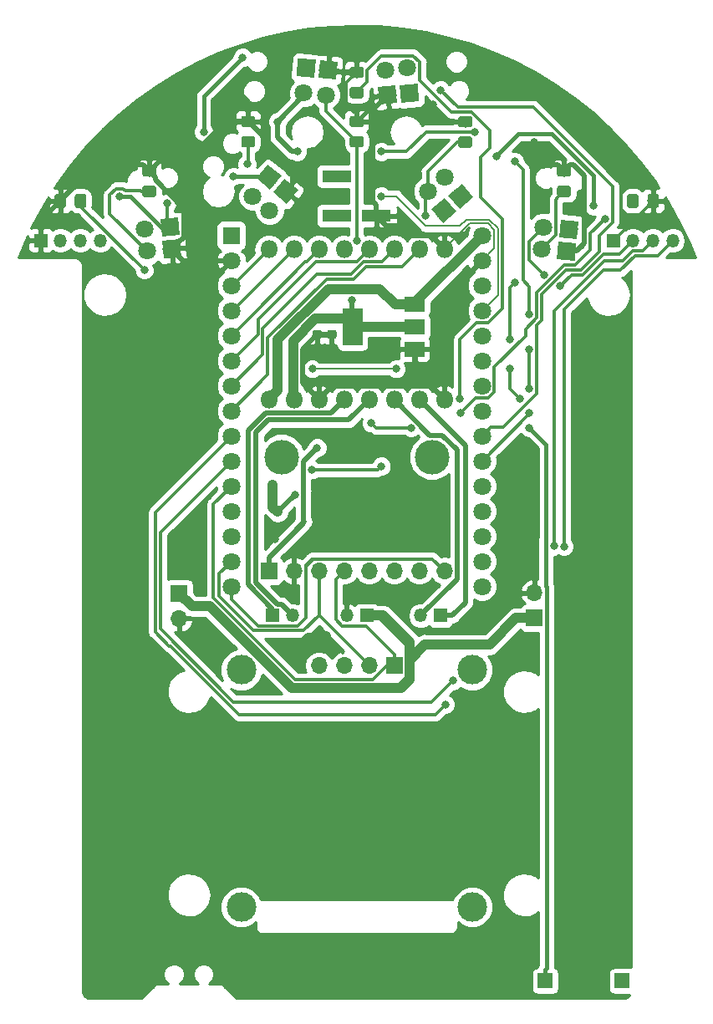
<source format=gbr>
G04 #@! TF.GenerationSoftware,KiCad,Pcbnew,(5.0.1)-3*
G04 #@! TF.CreationDate,2022-06-15T15:11:29+08:00*
G04 #@! TF.ProjectId,Micromouse_V01,4D6963726F6D6F7573655F5630312E6B,rev?*
G04 #@! TF.SameCoordinates,Original*
G04 #@! TF.FileFunction,Copper,L1,Top,Signal*
G04 #@! TF.FilePolarity,Positive*
%FSLAX46Y46*%
G04 Gerber Fmt 4.6, Leading zero omitted, Abs format (unit mm)*
G04 Created by KiCad (PCBNEW (5.0.1)-3) date 15-Jun-22 3:11:29 PM*
%MOMM*%
%LPD*%
G01*
G04 APERTURE LIST*
G04 #@! TA.AperFunction,ComponentPad*
%ADD10C,1.800000*%
G04 #@! TD*
G04 #@! TA.AperFunction,ComponentPad*
%ADD11R,1.800000X1.800000*%
G04 #@! TD*
G04 #@! TA.AperFunction,WasherPad*
%ADD12C,3.000000*%
G04 #@! TD*
G04 #@! TA.AperFunction,ComponentPad*
%ADD13O,1.700000X1.700000*%
G04 #@! TD*
G04 #@! TA.AperFunction,ComponentPad*
%ADD14R,1.700000X1.700000*%
G04 #@! TD*
G04 #@! TA.AperFunction,SMDPad,CuDef*
%ADD15R,3.000000X1.250000*%
G04 #@! TD*
G04 #@! TA.AperFunction,Conductor*
%ADD16C,0.100000*%
G04 #@! TD*
G04 #@! TA.AperFunction,WasherPad*
%ADD17C,3.500000*%
G04 #@! TD*
G04 #@! TA.AperFunction,ComponentPad*
%ADD18R,1.350000X1.350000*%
G04 #@! TD*
G04 #@! TA.AperFunction,ComponentPad*
%ADD19O,1.350000X1.350000*%
G04 #@! TD*
G04 #@! TA.AperFunction,SMDPad,CuDef*
%ADD20C,0.875000*%
G04 #@! TD*
G04 #@! TA.AperFunction,SMDPad,CuDef*
%ADD21R,2.000000X1.500000*%
G04 #@! TD*
G04 #@! TA.AperFunction,SMDPad,CuDef*
%ADD22R,2.000000X3.800000*%
G04 #@! TD*
G04 #@! TA.AperFunction,SMDPad,CuDef*
%ADD23C,1.150000*%
G04 #@! TD*
G04 #@! TA.AperFunction,ComponentPad*
%ADD24O,1.800000X1.800000*%
G04 #@! TD*
G04 #@! TA.AperFunction,SMDPad,CuDef*
%ADD25R,1.500000X1.500000*%
G04 #@! TD*
G04 #@! TA.AperFunction,ViaPad*
%ADD26C,0.800000*%
G04 #@! TD*
G04 #@! TA.AperFunction,Conductor*
%ADD27C,0.500000*%
G04 #@! TD*
G04 #@! TA.AperFunction,Conductor*
%ADD28C,0.200000*%
G04 #@! TD*
G04 #@! TA.AperFunction,Conductor*
%ADD29C,0.300000*%
G04 #@! TD*
G04 #@! TA.AperFunction,Conductor*
%ADD30C,0.400000*%
G04 #@! TD*
G04 #@! TA.AperFunction,Conductor*
%ADD31C,1.000000*%
G04 #@! TD*
G04 #@! TA.AperFunction,Conductor*
%ADD32C,0.254000*%
G04 #@! TD*
G04 APERTURE END LIST*
D10*
G04 #@! TO.P,U11,3*
G04 #@! TO.N,N/C*
X114700000Y-99045000D03*
G04 #@! TO.P,U11,4*
G04 #@! TO.N,36*
X114700000Y-96505000D03*
G04 #@! TO.P,U11,5*
G04 #@! TO.N,39*
X114700000Y-93965000D03*
G04 #@! TO.P,U11,6*
G04 #@! TO.N,34*
X114700000Y-91425000D03*
G04 #@! TO.P,U11,7*
G04 #@! TO.N,35*
X114700000Y-88885000D03*
G04 #@! TO.P,U11,8*
G04 #@! TO.N,32*
X114700000Y-86345000D03*
G04 #@! TO.P,U11,9*
G04 #@! TO.N,33*
X114700000Y-83805000D03*
G04 #@! TO.P,U11,10*
G04 #@! TO.N,25*
X114700000Y-81265000D03*
G04 #@! TO.P,U11,11*
G04 #@! TO.N,26*
X114700000Y-78725000D03*
G04 #@! TO.P,U11,12*
G04 #@! TO.N,27*
X114700000Y-76185000D03*
G04 #@! TO.P,U11,13*
G04 #@! TO.N,14*
X114700000Y-73645000D03*
G04 #@! TO.P,U11,14*
G04 #@! TO.N,12*
X114700000Y-71105000D03*
G04 #@! TO.P,U11,16*
G04 #@! TO.N,13*
X114700000Y-68565000D03*
G04 #@! TO.P,U11,15*
G04 #@! TO.N,GND*
X114700000Y-66025000D03*
G04 #@! TO.P,U11,32*
G04 #@! TO.N,VCC*
X114700000Y-63485000D03*
G04 #@! TO.P,U11,37*
G04 #@! TO.N,23*
X89300000Y-99045000D03*
G04 #@! TO.P,U11,36*
G04 #@! TO.N,22_SCL1*
X89300000Y-96505000D03*
G04 #@! TO.P,U11,35*
G04 #@! TO.N,1*
X89300000Y-93965000D03*
G04 #@! TO.P,U11,34*
G04 #@! TO.N,3*
X89300000Y-91425000D03*
G04 #@! TO.P,U11,33*
G04 #@! TO.N,21_SDA1*
X89300000Y-88885000D03*
G04 #@! TO.P,U11,31*
G04 #@! TO.N,19_SCL2*
X89300000Y-86345000D03*
G04 #@! TO.P,U11,30*
G04 #@! TO.N,18_SDA2*
X89300000Y-83805000D03*
G04 #@! TO.P,U11,29*
G04 #@! TO.N,5*
X89300000Y-81265000D03*
G04 #@! TO.P,U11,28*
G04 #@! TO.N,17*
X89300000Y-78725000D03*
G04 #@! TO.P,U11,27*
G04 #@! TO.N,16*
X89300000Y-76185000D03*
G04 #@! TO.P,U11,26*
G04 #@! TO.N,4*
X89300000Y-73645000D03*
G04 #@! TO.P,U11,24*
G04 #@! TO.N,2*
X89300000Y-71105000D03*
G04 #@! TO.P,U11,23*
G04 #@! TO.N,15*
X89300000Y-68565000D03*
G04 #@! TO.P,U11,15*
G04 #@! TO.N,GND*
X89300000Y-66025000D03*
D11*
G04 #@! TO.P,U11,2*
G04 #@! TO.N,N/C*
X89300000Y-63485000D03*
G04 #@! TD*
D12*
G04 #@! TO.P,J3,*
G04 #@! TO.N,*
X90300000Y-107500000D03*
X90300000Y-131500000D03*
X113700000Y-131500000D03*
X113700000Y-107500000D03*
D13*
G04 #@! TO.P,J3,1*
G04 #@! TO.N,+3V3*
X98190000Y-107069000D03*
G04 #@! TO.P,J3,2*
G04 #@! TO.N,GND*
X100730000Y-107069000D03*
G04 #@! TO.P,J3,3*
G04 #@! TO.N,22_SCL1*
X103270000Y-107069000D03*
D14*
G04 #@! TO.P,J3,4*
G04 #@! TO.N,21_SDA1*
X105810000Y-107069000D03*
G04 #@! TD*
D15*
G04 #@! TO.P,BZ1,1*
G04 #@! TO.N,Net-(BZ1-Pad1)*
X100000000Y-61500000D03*
G04 #@! TO.P,BZ1,2*
G04 #@! TO.N,GND*
X104000000Y-61500000D03*
G04 #@! TO.P,BZ1,3*
G04 #@! TO.N,N/C*
X100000000Y-57500000D03*
G04 #@! TD*
D10*
G04 #@! TO.P,S1,4*
G04 #@! TO.N,+3V3*
X80543712Y-62868815D03*
G04 #@! TO.P,S1,3*
G04 #@! TO.N,36*
X83098952Y-62645260D03*
D16*
G04 #@! TD*
G04 #@! TO.N,36*
G04 #@! TO.C,S1*
G36*
X83917087Y-61670245D02*
X84073967Y-63463395D01*
X82280817Y-63620275D01*
X82123937Y-61827125D01*
X83917087Y-61670245D01*
X83917087Y-61670245D01*
G37*
D10*
G04 #@! TO.P,S1,2*
G04 #@! TO.N,Net-(D4-Pad2)*
X80737635Y-65085347D03*
G04 #@! TO.P,S1,1*
G04 #@! TO.N,GND*
X83267968Y-64863972D03*
D16*
G04 #@! TD*
G04 #@! TO.N,GND*
G04 #@! TO.C,S1*
G36*
X84086103Y-63888957D02*
X84242983Y-65682107D01*
X82449833Y-65838987D01*
X82292953Y-64045837D01*
X84086103Y-63888957D01*
X84086103Y-63888957D01*
G37*
D10*
G04 #@! TO.P,S2,4*
G04 #@! TO.N,+3V3*
X91463274Y-59522776D03*
G04 #@! TO.P,S2,3*
G04 #@! TO.N,39*
X93112023Y-57557871D03*
D16*
G04 #@! TD*
G04 #@! TO.N,39*
G04 #@! TO.C,S2*
G36*
X93001092Y-56289922D02*
X94379972Y-57446940D01*
X93222954Y-58825820D01*
X91844074Y-57668802D01*
X93001092Y-56289922D01*
X93001092Y-56289922D01*
G37*
D10*
G04 #@! TO.P,S2,2*
G04 #@! TO.N,Net-(D5-Pad2)*
X93167723Y-60952977D03*
G04 #@! TO.P,S2,1*
G04 #@! TO.N,GND*
X94800402Y-59007224D03*
D16*
G04 #@! TD*
G04 #@! TO.N,GND*
G04 #@! TO.C,S2*
G36*
X94689471Y-57739275D02*
X96068351Y-58896293D01*
X94911333Y-60275173D01*
X93532453Y-59118155D01*
X94689471Y-57739275D01*
X94689471Y-57739275D01*
G37*
D10*
G04 #@! TO.P,S5,4*
G04 #@! TO.N,+3V3*
X96648311Y-49064087D03*
G04 #@! TO.P,S5,3*
G04 #@! TO.N,32*
X96871864Y-46508847D03*
D16*
G04 #@! TD*
G04 #@! TO.N,32*
G04 #@! TO.C,S5*
G36*
X96053729Y-45533832D02*
X97846879Y-45690712D01*
X97689999Y-47483862D01*
X95896849Y-47326982D01*
X96053729Y-45533832D01*
X96053729Y-45533832D01*
G37*
D10*
G04 #@! TO.P,S5,2*
G04 #@! TO.N,Net-(D6-Pad2)*
X98864843Y-49258007D03*
G04 #@! TO.P,S5,1*
G04 #@! TO.N,GND*
X99086219Y-46727674D03*
D16*
G04 #@! TD*
G04 #@! TO.N,GND*
G04 #@! TO.C,S5*
G36*
X98268084Y-45752659D02*
X100061234Y-45909539D01*
X99904354Y-47702689D01*
X98111204Y-47545809D01*
X98268084Y-45752659D01*
X98268084Y-45752659D01*
G37*
D10*
G04 #@! TO.P,S6,4*
G04 #@! TO.N,+3V3*
X107131185Y-46543712D03*
G04 #@! TO.P,S6,3*
G04 #@! TO.N,33*
X107354740Y-49098952D03*
D16*
G04 #@! TD*
G04 #@! TO.N,33*
G04 #@! TO.C,S6*
G36*
X108329755Y-49917087D02*
X106536605Y-50073967D01*
X106379725Y-48280817D01*
X108172875Y-48123937D01*
X108329755Y-49917087D01*
X108329755Y-49917087D01*
G37*
D10*
G04 #@! TO.P,S6,2*
G04 #@! TO.N,Net-(R11-Pad2)*
X104914653Y-46737635D03*
G04 #@! TO.P,S6,1*
G04 #@! TO.N,GND*
X105136028Y-49267968D03*
D16*
G04 #@! TD*
G04 #@! TO.N,GND*
G04 #@! TO.C,S6*
G36*
X106111043Y-50086103D02*
X104317893Y-50242983D01*
X104161013Y-48449833D01*
X105954163Y-48292953D01*
X106111043Y-50086103D01*
X106111043Y-50086103D01*
G37*
D10*
G04 #@! TO.P,S4,4*
G04 #@! TO.N,+3V3*
X120935913Y-62648311D03*
G04 #@! TO.P,S4,3*
G04 #@! TO.N,35*
X123491153Y-62871864D03*
D16*
G04 #@! TD*
G04 #@! TO.N,35*
G04 #@! TO.C,S4*
G36*
X124466168Y-62053729D02*
X124309288Y-63846879D01*
X122516138Y-63689999D01*
X122673018Y-61896849D01*
X124466168Y-62053729D01*
X124466168Y-62053729D01*
G37*
D10*
G04 #@! TO.P,S4,2*
G04 #@! TO.N,Net-(D8-Pad2)*
X120741993Y-64864843D03*
G04 #@! TO.P,S4,1*
G04 #@! TO.N,GND*
X123272326Y-65086219D03*
D16*
G04 #@! TD*
G04 #@! TO.N,GND*
G04 #@! TO.C,S4*
G36*
X124247341Y-64268084D02*
X124090461Y-66061234D01*
X122297311Y-65904354D01*
X122454191Y-64111204D01*
X124247341Y-64268084D01*
X124247341Y-64268084D01*
G37*
D10*
G04 #@! TO.P,S3,4*
G04 #@! TO.N,+3V3*
X110910472Y-57584682D03*
G04 #@! TO.P,S3,3*
G04 #@! TO.N,34*
X112559223Y-59549585D03*
D16*
G04 #@! TD*
G04 #@! TO.N,34*
G04 #@! TO.C,S3*
G36*
X113827172Y-59660516D02*
X112448292Y-60817534D01*
X111291274Y-59438654D01*
X112670154Y-58281636D01*
X113827172Y-59660516D01*
X113827172Y-59660516D01*
G37*
D10*
G04 #@! TO.P,S3,2*
G04 #@! TO.N,Net-(D7-Pad2)*
X109206025Y-59014884D03*
G04 #@! TO.P,S3,1*
G04 #@! TO.N,GND*
X110838705Y-60960636D03*
D16*
G04 #@! TD*
G04 #@! TO.N,GND*
G04 #@! TO.C,S3*
G36*
X112106654Y-61071567D02*
X110727774Y-62228585D01*
X109570756Y-60849705D01*
X110949636Y-59692687D01*
X112106654Y-61071567D01*
X112106654Y-61071567D01*
G37*
D14*
G04 #@! TO.P,U13,13*
G04 #@! TO.N,+3V3*
X93101600Y-97466600D03*
D13*
G04 #@! TO.P,U13,18*
G04 #@! TO.N,GND*
X95641600Y-97466600D03*
G04 #@! TO.P,U13,23*
G04 #@! TO.N,22_SCL1*
X98181600Y-97466600D03*
G04 #@! TO.P,U13,24*
G04 #@! TO.N,21_SDA1*
X100721600Y-97466600D03*
G04 #@! TO.P,U13,7*
G04 #@! TO.N,N/C*
X103261600Y-97466600D03*
G04 #@! TO.P,U13,6*
X105801600Y-97466600D03*
G04 #@! TO.P,U13,9*
X108341600Y-97466600D03*
G04 #@! TO.P,U13,12*
G04 #@! TO.N,23*
X110881600Y-97466600D03*
D17*
G04 #@! TO.P,U13,*
G04 #@! TO.N,*
X109620000Y-85920000D03*
X94380000Y-85920000D03*
G04 #@! TD*
D18*
G04 #@! TO.P,J6,1*
G04 #@! TO.N,GND*
X128000000Y-64000000D03*
D19*
G04 #@! TO.P,J6,2*
G04 #@! TO.N,+3V3*
X130000000Y-64000000D03*
G04 #@! TO.P,J6,3*
G04 #@! TO.N,18_SDA2*
X132000000Y-64000000D03*
G04 #@! TO.P,J6,4*
G04 #@! TO.N,19_SCL2*
X134000000Y-64000000D03*
G04 #@! TD*
D18*
G04 #@! TO.P,J5,1*
G04 #@! TO.N,GND*
X70000000Y-64000000D03*
D19*
G04 #@! TO.P,J5,2*
G04 #@! TO.N,+3V3*
X72000000Y-64000000D03*
G04 #@! TO.P,J5,3*
G04 #@! TO.N,21_SDA1*
X74000000Y-64000000D03*
G04 #@! TO.P,J5,4*
G04 #@! TO.N,22_SCL1*
X76000000Y-64000000D03*
G04 #@! TD*
D16*
G04 #@! TO.N,+3V3*
G04 #@! TO.C,C1*
G36*
X98277691Y-71505742D02*
X98298926Y-71508892D01*
X98319750Y-71514108D01*
X98339962Y-71521340D01*
X98359368Y-71530519D01*
X98377781Y-71541555D01*
X98395024Y-71554343D01*
X98410930Y-71568759D01*
X98425346Y-71584665D01*
X98438134Y-71601908D01*
X98449170Y-71620321D01*
X98458349Y-71639727D01*
X98465581Y-71659939D01*
X98470797Y-71680763D01*
X98473947Y-71701998D01*
X98475000Y-71723439D01*
X98475000Y-72160939D01*
X98473947Y-72182380D01*
X98470797Y-72203615D01*
X98465581Y-72224439D01*
X98458349Y-72244651D01*
X98449170Y-72264057D01*
X98438134Y-72282470D01*
X98425346Y-72299713D01*
X98410930Y-72315619D01*
X98395024Y-72330035D01*
X98377781Y-72342823D01*
X98359368Y-72353859D01*
X98339962Y-72363038D01*
X98319750Y-72370270D01*
X98298926Y-72375486D01*
X98277691Y-72378636D01*
X98256250Y-72379689D01*
X97743750Y-72379689D01*
X97722309Y-72378636D01*
X97701074Y-72375486D01*
X97680250Y-72370270D01*
X97660038Y-72363038D01*
X97640632Y-72353859D01*
X97622219Y-72342823D01*
X97604976Y-72330035D01*
X97589070Y-72315619D01*
X97574654Y-72299713D01*
X97561866Y-72282470D01*
X97550830Y-72264057D01*
X97541651Y-72244651D01*
X97534419Y-72224439D01*
X97529203Y-72203615D01*
X97526053Y-72182380D01*
X97525000Y-72160939D01*
X97525000Y-71723439D01*
X97526053Y-71701998D01*
X97529203Y-71680763D01*
X97534419Y-71659939D01*
X97541651Y-71639727D01*
X97550830Y-71620321D01*
X97561866Y-71601908D01*
X97574654Y-71584665D01*
X97589070Y-71568759D01*
X97604976Y-71554343D01*
X97622219Y-71541555D01*
X97640632Y-71530519D01*
X97660038Y-71521340D01*
X97680250Y-71514108D01*
X97701074Y-71508892D01*
X97722309Y-71505742D01*
X97743750Y-71504689D01*
X98256250Y-71504689D01*
X98277691Y-71505742D01*
X98277691Y-71505742D01*
G37*
D20*
G04 #@! TD*
G04 #@! TO.P,C1,1*
G04 #@! TO.N,+3V3*
X98000000Y-71942189D03*
D16*
G04 #@! TO.N,GND*
G04 #@! TO.C,C1*
G36*
X98277691Y-73080742D02*
X98298926Y-73083892D01*
X98319750Y-73089108D01*
X98339962Y-73096340D01*
X98359368Y-73105519D01*
X98377781Y-73116555D01*
X98395024Y-73129343D01*
X98410930Y-73143759D01*
X98425346Y-73159665D01*
X98438134Y-73176908D01*
X98449170Y-73195321D01*
X98458349Y-73214727D01*
X98465581Y-73234939D01*
X98470797Y-73255763D01*
X98473947Y-73276998D01*
X98475000Y-73298439D01*
X98475000Y-73735939D01*
X98473947Y-73757380D01*
X98470797Y-73778615D01*
X98465581Y-73799439D01*
X98458349Y-73819651D01*
X98449170Y-73839057D01*
X98438134Y-73857470D01*
X98425346Y-73874713D01*
X98410930Y-73890619D01*
X98395024Y-73905035D01*
X98377781Y-73917823D01*
X98359368Y-73928859D01*
X98339962Y-73938038D01*
X98319750Y-73945270D01*
X98298926Y-73950486D01*
X98277691Y-73953636D01*
X98256250Y-73954689D01*
X97743750Y-73954689D01*
X97722309Y-73953636D01*
X97701074Y-73950486D01*
X97680250Y-73945270D01*
X97660038Y-73938038D01*
X97640632Y-73928859D01*
X97622219Y-73917823D01*
X97604976Y-73905035D01*
X97589070Y-73890619D01*
X97574654Y-73874713D01*
X97561866Y-73857470D01*
X97550830Y-73839057D01*
X97541651Y-73819651D01*
X97534419Y-73799439D01*
X97529203Y-73778615D01*
X97526053Y-73757380D01*
X97525000Y-73735939D01*
X97525000Y-73298439D01*
X97526053Y-73276998D01*
X97529203Y-73255763D01*
X97534419Y-73234939D01*
X97541651Y-73214727D01*
X97550830Y-73195321D01*
X97561866Y-73176908D01*
X97574654Y-73159665D01*
X97589070Y-73143759D01*
X97604976Y-73129343D01*
X97622219Y-73116555D01*
X97640632Y-73105519D01*
X97660038Y-73096340D01*
X97680250Y-73089108D01*
X97701074Y-73083892D01*
X97722309Y-73080742D01*
X97743750Y-73079689D01*
X98256250Y-73079689D01*
X98277691Y-73080742D01*
X98277691Y-73080742D01*
G37*
D20*
G04 #@! TD*
G04 #@! TO.P,C1,2*
G04 #@! TO.N,GND*
X98000000Y-73517189D03*
D16*
G04 #@! TO.N,GND*
G04 #@! TO.C,C2*
G36*
X99758359Y-73080742D02*
X99779594Y-73083892D01*
X99800418Y-73089108D01*
X99820630Y-73096340D01*
X99840036Y-73105519D01*
X99858449Y-73116555D01*
X99875692Y-73129343D01*
X99891598Y-73143759D01*
X99906014Y-73159665D01*
X99918802Y-73176908D01*
X99929838Y-73195321D01*
X99939017Y-73214727D01*
X99946249Y-73234939D01*
X99951465Y-73255763D01*
X99954615Y-73276998D01*
X99955668Y-73298439D01*
X99955668Y-73735939D01*
X99954615Y-73757380D01*
X99951465Y-73778615D01*
X99946249Y-73799439D01*
X99939017Y-73819651D01*
X99929838Y-73839057D01*
X99918802Y-73857470D01*
X99906014Y-73874713D01*
X99891598Y-73890619D01*
X99875692Y-73905035D01*
X99858449Y-73917823D01*
X99840036Y-73928859D01*
X99820630Y-73938038D01*
X99800418Y-73945270D01*
X99779594Y-73950486D01*
X99758359Y-73953636D01*
X99736918Y-73954689D01*
X99224418Y-73954689D01*
X99202977Y-73953636D01*
X99181742Y-73950486D01*
X99160918Y-73945270D01*
X99140706Y-73938038D01*
X99121300Y-73928859D01*
X99102887Y-73917823D01*
X99085644Y-73905035D01*
X99069738Y-73890619D01*
X99055322Y-73874713D01*
X99042534Y-73857470D01*
X99031498Y-73839057D01*
X99022319Y-73819651D01*
X99015087Y-73799439D01*
X99009871Y-73778615D01*
X99006721Y-73757380D01*
X99005668Y-73735939D01*
X99005668Y-73298439D01*
X99006721Y-73276998D01*
X99009871Y-73255763D01*
X99015087Y-73234939D01*
X99022319Y-73214727D01*
X99031498Y-73195321D01*
X99042534Y-73176908D01*
X99055322Y-73159665D01*
X99069738Y-73143759D01*
X99085644Y-73129343D01*
X99102887Y-73116555D01*
X99121300Y-73105519D01*
X99140706Y-73096340D01*
X99160918Y-73089108D01*
X99181742Y-73083892D01*
X99202977Y-73080742D01*
X99224418Y-73079689D01*
X99736918Y-73079689D01*
X99758359Y-73080742D01*
X99758359Y-73080742D01*
G37*
D20*
G04 #@! TD*
G04 #@! TO.P,C2,2*
G04 #@! TO.N,GND*
X99480668Y-73517189D03*
D16*
G04 #@! TO.N,+3V3*
G04 #@! TO.C,C2*
G36*
X99758359Y-71505742D02*
X99779594Y-71508892D01*
X99800418Y-71514108D01*
X99820630Y-71521340D01*
X99840036Y-71530519D01*
X99858449Y-71541555D01*
X99875692Y-71554343D01*
X99891598Y-71568759D01*
X99906014Y-71584665D01*
X99918802Y-71601908D01*
X99929838Y-71620321D01*
X99939017Y-71639727D01*
X99946249Y-71659939D01*
X99951465Y-71680763D01*
X99954615Y-71701998D01*
X99955668Y-71723439D01*
X99955668Y-72160939D01*
X99954615Y-72182380D01*
X99951465Y-72203615D01*
X99946249Y-72224439D01*
X99939017Y-72244651D01*
X99929838Y-72264057D01*
X99918802Y-72282470D01*
X99906014Y-72299713D01*
X99891598Y-72315619D01*
X99875692Y-72330035D01*
X99858449Y-72342823D01*
X99840036Y-72353859D01*
X99820630Y-72363038D01*
X99800418Y-72370270D01*
X99779594Y-72375486D01*
X99758359Y-72378636D01*
X99736918Y-72379689D01*
X99224418Y-72379689D01*
X99202977Y-72378636D01*
X99181742Y-72375486D01*
X99160918Y-72370270D01*
X99140706Y-72363038D01*
X99121300Y-72353859D01*
X99102887Y-72342823D01*
X99085644Y-72330035D01*
X99069738Y-72315619D01*
X99055322Y-72299713D01*
X99042534Y-72282470D01*
X99031498Y-72264057D01*
X99022319Y-72244651D01*
X99015087Y-72224439D01*
X99009871Y-72203615D01*
X99006721Y-72182380D01*
X99005668Y-72160939D01*
X99005668Y-71723439D01*
X99006721Y-71701998D01*
X99009871Y-71680763D01*
X99015087Y-71659939D01*
X99022319Y-71639727D01*
X99031498Y-71620321D01*
X99042534Y-71601908D01*
X99055322Y-71584665D01*
X99069738Y-71568759D01*
X99085644Y-71554343D01*
X99102887Y-71541555D01*
X99121300Y-71530519D01*
X99140706Y-71521340D01*
X99160918Y-71514108D01*
X99181742Y-71508892D01*
X99202977Y-71505742D01*
X99224418Y-71504689D01*
X99736918Y-71504689D01*
X99758359Y-71505742D01*
X99758359Y-71505742D01*
G37*
D20*
G04 #@! TD*
G04 #@! TO.P,C2,1*
G04 #@! TO.N,+3V3*
X99480668Y-71942189D03*
D21*
G04 #@! TO.P,U1,1*
G04 #@! TO.N,GND*
X107880668Y-75029689D03*
G04 #@! TO.P,U1,3*
G04 #@! TO.N,VCC*
X107880668Y-70429689D03*
G04 #@! TO.P,U1,2*
G04 #@! TO.N,+3V3*
X107880668Y-72729689D03*
D22*
X101580668Y-72729689D03*
G04 #@! TD*
D14*
G04 #@! TO.P,J1,1*
G04 #@! TO.N,+BATT*
X120000000Y-102250000D03*
D13*
G04 #@! TO.P,J1,2*
G04 #@! TO.N,GND*
X120000000Y-99710000D03*
G04 #@! TD*
D16*
G04 #@! TO.N,GND*
G04 #@! TO.C,D1*
G36*
X72324505Y-59301204D02*
X72348773Y-59304804D01*
X72372572Y-59310765D01*
X72395671Y-59319030D01*
X72417850Y-59329520D01*
X72438893Y-59342132D01*
X72458599Y-59356747D01*
X72476777Y-59373223D01*
X72493253Y-59391401D01*
X72507868Y-59411107D01*
X72520480Y-59432150D01*
X72530970Y-59454329D01*
X72539235Y-59477428D01*
X72545196Y-59501227D01*
X72548796Y-59525495D01*
X72550000Y-59549999D01*
X72550000Y-60450001D01*
X72548796Y-60474505D01*
X72545196Y-60498773D01*
X72539235Y-60522572D01*
X72530970Y-60545671D01*
X72520480Y-60567850D01*
X72507868Y-60588893D01*
X72493253Y-60608599D01*
X72476777Y-60626777D01*
X72458599Y-60643253D01*
X72438893Y-60657868D01*
X72417850Y-60670480D01*
X72395671Y-60680970D01*
X72372572Y-60689235D01*
X72348773Y-60695196D01*
X72324505Y-60698796D01*
X72300001Y-60700000D01*
X71649999Y-60700000D01*
X71625495Y-60698796D01*
X71601227Y-60695196D01*
X71577428Y-60689235D01*
X71554329Y-60680970D01*
X71532150Y-60670480D01*
X71511107Y-60657868D01*
X71491401Y-60643253D01*
X71473223Y-60626777D01*
X71456747Y-60608599D01*
X71442132Y-60588893D01*
X71429520Y-60567850D01*
X71419030Y-60545671D01*
X71410765Y-60522572D01*
X71404804Y-60498773D01*
X71401204Y-60474505D01*
X71400000Y-60450001D01*
X71400000Y-59549999D01*
X71401204Y-59525495D01*
X71404804Y-59501227D01*
X71410765Y-59477428D01*
X71419030Y-59454329D01*
X71429520Y-59432150D01*
X71442132Y-59411107D01*
X71456747Y-59391401D01*
X71473223Y-59373223D01*
X71491401Y-59356747D01*
X71511107Y-59342132D01*
X71532150Y-59329520D01*
X71554329Y-59319030D01*
X71577428Y-59310765D01*
X71601227Y-59304804D01*
X71625495Y-59301204D01*
X71649999Y-59300000D01*
X72300001Y-59300000D01*
X72324505Y-59301204D01*
X72324505Y-59301204D01*
G37*
D23*
G04 #@! TD*
G04 #@! TO.P,D1,1*
G04 #@! TO.N,GND*
X71975000Y-60000000D03*
D16*
G04 #@! TO.N,Net-(D1-Pad2)*
G04 #@! TO.C,D1*
G36*
X74374505Y-59301204D02*
X74398773Y-59304804D01*
X74422572Y-59310765D01*
X74445671Y-59319030D01*
X74467850Y-59329520D01*
X74488893Y-59342132D01*
X74508599Y-59356747D01*
X74526777Y-59373223D01*
X74543253Y-59391401D01*
X74557868Y-59411107D01*
X74570480Y-59432150D01*
X74580970Y-59454329D01*
X74589235Y-59477428D01*
X74595196Y-59501227D01*
X74598796Y-59525495D01*
X74600000Y-59549999D01*
X74600000Y-60450001D01*
X74598796Y-60474505D01*
X74595196Y-60498773D01*
X74589235Y-60522572D01*
X74580970Y-60545671D01*
X74570480Y-60567850D01*
X74557868Y-60588893D01*
X74543253Y-60608599D01*
X74526777Y-60626777D01*
X74508599Y-60643253D01*
X74488893Y-60657868D01*
X74467850Y-60670480D01*
X74445671Y-60680970D01*
X74422572Y-60689235D01*
X74398773Y-60695196D01*
X74374505Y-60698796D01*
X74350001Y-60700000D01*
X73699999Y-60700000D01*
X73675495Y-60698796D01*
X73651227Y-60695196D01*
X73627428Y-60689235D01*
X73604329Y-60680970D01*
X73582150Y-60670480D01*
X73561107Y-60657868D01*
X73541401Y-60643253D01*
X73523223Y-60626777D01*
X73506747Y-60608599D01*
X73492132Y-60588893D01*
X73479520Y-60567850D01*
X73469030Y-60545671D01*
X73460765Y-60522572D01*
X73454804Y-60498773D01*
X73451204Y-60474505D01*
X73450000Y-60450001D01*
X73450000Y-59549999D01*
X73451204Y-59525495D01*
X73454804Y-59501227D01*
X73460765Y-59477428D01*
X73469030Y-59454329D01*
X73479520Y-59432150D01*
X73492132Y-59411107D01*
X73506747Y-59391401D01*
X73523223Y-59373223D01*
X73541401Y-59356747D01*
X73561107Y-59342132D01*
X73582150Y-59329520D01*
X73604329Y-59319030D01*
X73627428Y-59310765D01*
X73651227Y-59304804D01*
X73675495Y-59301204D01*
X73699999Y-59300000D01*
X74350001Y-59300000D01*
X74374505Y-59301204D01*
X74374505Y-59301204D01*
G37*
D23*
G04 #@! TD*
G04 #@! TO.P,D1,2*
G04 #@! TO.N,Net-(D1-Pad2)*
X74025000Y-60000000D03*
D16*
G04 #@! TO.N,GND*
G04 #@! TO.C,D2*
G36*
X102474505Y-46401204D02*
X102498773Y-46404804D01*
X102522572Y-46410765D01*
X102545671Y-46419030D01*
X102567850Y-46429520D01*
X102588893Y-46442132D01*
X102608599Y-46456747D01*
X102626777Y-46473223D01*
X102643253Y-46491401D01*
X102657868Y-46511107D01*
X102670480Y-46532150D01*
X102680970Y-46554329D01*
X102689235Y-46577428D01*
X102695196Y-46601227D01*
X102698796Y-46625495D01*
X102700000Y-46649999D01*
X102700000Y-47300001D01*
X102698796Y-47324505D01*
X102695196Y-47348773D01*
X102689235Y-47372572D01*
X102680970Y-47395671D01*
X102670480Y-47417850D01*
X102657868Y-47438893D01*
X102643253Y-47458599D01*
X102626777Y-47476777D01*
X102608599Y-47493253D01*
X102588893Y-47507868D01*
X102567850Y-47520480D01*
X102545671Y-47530970D01*
X102522572Y-47539235D01*
X102498773Y-47545196D01*
X102474505Y-47548796D01*
X102450001Y-47550000D01*
X101549999Y-47550000D01*
X101525495Y-47548796D01*
X101501227Y-47545196D01*
X101477428Y-47539235D01*
X101454329Y-47530970D01*
X101432150Y-47520480D01*
X101411107Y-47507868D01*
X101391401Y-47493253D01*
X101373223Y-47476777D01*
X101356747Y-47458599D01*
X101342132Y-47438893D01*
X101329520Y-47417850D01*
X101319030Y-47395671D01*
X101310765Y-47372572D01*
X101304804Y-47348773D01*
X101301204Y-47324505D01*
X101300000Y-47300001D01*
X101300000Y-46649999D01*
X101301204Y-46625495D01*
X101304804Y-46601227D01*
X101310765Y-46577428D01*
X101319030Y-46554329D01*
X101329520Y-46532150D01*
X101342132Y-46511107D01*
X101356747Y-46491401D01*
X101373223Y-46473223D01*
X101391401Y-46456747D01*
X101411107Y-46442132D01*
X101432150Y-46429520D01*
X101454329Y-46419030D01*
X101477428Y-46410765D01*
X101501227Y-46404804D01*
X101525495Y-46401204D01*
X101549999Y-46400000D01*
X102450001Y-46400000D01*
X102474505Y-46401204D01*
X102474505Y-46401204D01*
G37*
D23*
G04 #@! TD*
G04 #@! TO.P,D2,1*
G04 #@! TO.N,GND*
X102000000Y-46975000D03*
D16*
G04 #@! TO.N,Net-(D2-Pad2)*
G04 #@! TO.C,D2*
G36*
X102474505Y-48451204D02*
X102498773Y-48454804D01*
X102522572Y-48460765D01*
X102545671Y-48469030D01*
X102567850Y-48479520D01*
X102588893Y-48492132D01*
X102608599Y-48506747D01*
X102626777Y-48523223D01*
X102643253Y-48541401D01*
X102657868Y-48561107D01*
X102670480Y-48582150D01*
X102680970Y-48604329D01*
X102689235Y-48627428D01*
X102695196Y-48651227D01*
X102698796Y-48675495D01*
X102700000Y-48699999D01*
X102700000Y-49350001D01*
X102698796Y-49374505D01*
X102695196Y-49398773D01*
X102689235Y-49422572D01*
X102680970Y-49445671D01*
X102670480Y-49467850D01*
X102657868Y-49488893D01*
X102643253Y-49508599D01*
X102626777Y-49526777D01*
X102608599Y-49543253D01*
X102588893Y-49557868D01*
X102567850Y-49570480D01*
X102545671Y-49580970D01*
X102522572Y-49589235D01*
X102498773Y-49595196D01*
X102474505Y-49598796D01*
X102450001Y-49600000D01*
X101549999Y-49600000D01*
X101525495Y-49598796D01*
X101501227Y-49595196D01*
X101477428Y-49589235D01*
X101454329Y-49580970D01*
X101432150Y-49570480D01*
X101411107Y-49557868D01*
X101391401Y-49543253D01*
X101373223Y-49526777D01*
X101356747Y-49508599D01*
X101342132Y-49488893D01*
X101329520Y-49467850D01*
X101319030Y-49445671D01*
X101310765Y-49422572D01*
X101304804Y-49398773D01*
X101301204Y-49374505D01*
X101300000Y-49350001D01*
X101300000Y-48699999D01*
X101301204Y-48675495D01*
X101304804Y-48651227D01*
X101310765Y-48627428D01*
X101319030Y-48604329D01*
X101329520Y-48582150D01*
X101342132Y-48561107D01*
X101356747Y-48541401D01*
X101373223Y-48523223D01*
X101391401Y-48506747D01*
X101411107Y-48492132D01*
X101432150Y-48479520D01*
X101454329Y-48469030D01*
X101477428Y-48460765D01*
X101501227Y-48454804D01*
X101525495Y-48451204D01*
X101549999Y-48450000D01*
X102450001Y-48450000D01*
X102474505Y-48451204D01*
X102474505Y-48451204D01*
G37*
D23*
G04 #@! TD*
G04 #@! TO.P,D2,2*
G04 #@! TO.N,Net-(D2-Pad2)*
X102000000Y-49025000D03*
D16*
G04 #@! TO.N,Net-(D3-Pad2)*
G04 #@! TO.C,D3*
G36*
X130324505Y-59301204D02*
X130348773Y-59304804D01*
X130372572Y-59310765D01*
X130395671Y-59319030D01*
X130417850Y-59329520D01*
X130438893Y-59342132D01*
X130458599Y-59356747D01*
X130476777Y-59373223D01*
X130493253Y-59391401D01*
X130507868Y-59411107D01*
X130520480Y-59432150D01*
X130530970Y-59454329D01*
X130539235Y-59477428D01*
X130545196Y-59501227D01*
X130548796Y-59525495D01*
X130550000Y-59549999D01*
X130550000Y-60450001D01*
X130548796Y-60474505D01*
X130545196Y-60498773D01*
X130539235Y-60522572D01*
X130530970Y-60545671D01*
X130520480Y-60567850D01*
X130507868Y-60588893D01*
X130493253Y-60608599D01*
X130476777Y-60626777D01*
X130458599Y-60643253D01*
X130438893Y-60657868D01*
X130417850Y-60670480D01*
X130395671Y-60680970D01*
X130372572Y-60689235D01*
X130348773Y-60695196D01*
X130324505Y-60698796D01*
X130300001Y-60700000D01*
X129649999Y-60700000D01*
X129625495Y-60698796D01*
X129601227Y-60695196D01*
X129577428Y-60689235D01*
X129554329Y-60680970D01*
X129532150Y-60670480D01*
X129511107Y-60657868D01*
X129491401Y-60643253D01*
X129473223Y-60626777D01*
X129456747Y-60608599D01*
X129442132Y-60588893D01*
X129429520Y-60567850D01*
X129419030Y-60545671D01*
X129410765Y-60522572D01*
X129404804Y-60498773D01*
X129401204Y-60474505D01*
X129400000Y-60450001D01*
X129400000Y-59549999D01*
X129401204Y-59525495D01*
X129404804Y-59501227D01*
X129410765Y-59477428D01*
X129419030Y-59454329D01*
X129429520Y-59432150D01*
X129442132Y-59411107D01*
X129456747Y-59391401D01*
X129473223Y-59373223D01*
X129491401Y-59356747D01*
X129511107Y-59342132D01*
X129532150Y-59329520D01*
X129554329Y-59319030D01*
X129577428Y-59310765D01*
X129601227Y-59304804D01*
X129625495Y-59301204D01*
X129649999Y-59300000D01*
X130300001Y-59300000D01*
X130324505Y-59301204D01*
X130324505Y-59301204D01*
G37*
D23*
G04 #@! TD*
G04 #@! TO.P,D3,2*
G04 #@! TO.N,Net-(D3-Pad2)*
X129975000Y-60000000D03*
D16*
G04 #@! TO.N,GND*
G04 #@! TO.C,D3*
G36*
X132374505Y-59301204D02*
X132398773Y-59304804D01*
X132422572Y-59310765D01*
X132445671Y-59319030D01*
X132467850Y-59329520D01*
X132488893Y-59342132D01*
X132508599Y-59356747D01*
X132526777Y-59373223D01*
X132543253Y-59391401D01*
X132557868Y-59411107D01*
X132570480Y-59432150D01*
X132580970Y-59454329D01*
X132589235Y-59477428D01*
X132595196Y-59501227D01*
X132598796Y-59525495D01*
X132600000Y-59549999D01*
X132600000Y-60450001D01*
X132598796Y-60474505D01*
X132595196Y-60498773D01*
X132589235Y-60522572D01*
X132580970Y-60545671D01*
X132570480Y-60567850D01*
X132557868Y-60588893D01*
X132543253Y-60608599D01*
X132526777Y-60626777D01*
X132508599Y-60643253D01*
X132488893Y-60657868D01*
X132467850Y-60670480D01*
X132445671Y-60680970D01*
X132422572Y-60689235D01*
X132398773Y-60695196D01*
X132374505Y-60698796D01*
X132350001Y-60700000D01*
X131699999Y-60700000D01*
X131675495Y-60698796D01*
X131651227Y-60695196D01*
X131627428Y-60689235D01*
X131604329Y-60680970D01*
X131582150Y-60670480D01*
X131561107Y-60657868D01*
X131541401Y-60643253D01*
X131523223Y-60626777D01*
X131506747Y-60608599D01*
X131492132Y-60588893D01*
X131479520Y-60567850D01*
X131469030Y-60545671D01*
X131460765Y-60522572D01*
X131454804Y-60498773D01*
X131451204Y-60474505D01*
X131450000Y-60450001D01*
X131450000Y-59549999D01*
X131451204Y-59525495D01*
X131454804Y-59501227D01*
X131460765Y-59477428D01*
X131469030Y-59454329D01*
X131479520Y-59432150D01*
X131492132Y-59411107D01*
X131506747Y-59391401D01*
X131523223Y-59373223D01*
X131541401Y-59356747D01*
X131561107Y-59342132D01*
X131582150Y-59329520D01*
X131604329Y-59319030D01*
X131627428Y-59310765D01*
X131651227Y-59304804D01*
X131675495Y-59301204D01*
X131699999Y-59300000D01*
X132350001Y-59300000D01*
X132374505Y-59301204D01*
X132374505Y-59301204D01*
G37*
D23*
G04 #@! TD*
G04 #@! TO.P,D3,1*
G04 #@! TO.N,GND*
X132025000Y-60000000D03*
D24*
G04 #@! TO.P,U12,17*
G04 #@! TO.N,16*
X103270000Y-64880000D03*
G04 #@! TO.P,U12,16*
G04 #@! TO.N,17*
X105810000Y-64880000D03*
G04 #@! TO.P,U12,15*
G04 #@! TO.N,5*
X108350000Y-64880000D03*
G04 #@! TO.P,U12,9*
G04 #@! TO.N,GND*
X110890000Y-64880000D03*
G04 #@! TO.P,U12,22*
G04 #@! TO.N,2*
X95650000Y-64880000D03*
G04 #@! TO.P,U12,19*
G04 #@! TO.N,+3V3*
X100730000Y-64880000D03*
G04 #@! TO.P,U12,21*
G04 #@! TO.N,4*
X98190000Y-64880000D03*
G04 #@! TO.P,U12,23*
G04 #@! TO.N,15*
X93110000Y-64880000D03*
G04 #@! TO.P,U12,7*
G04 #@! TO.N,Net-(J4-Pad2)*
X105810000Y-80120000D03*
G04 #@! TO.P,U12,4*
G04 #@! TO.N,GND*
X110890000Y-80120000D03*
G04 #@! TO.P,U12,11*
G04 #@! TO.N,Net-(J4-Pad1)*
X108350000Y-80120000D03*
G04 #@! TO.P,U12,5*
G04 #@! TO.N,Net-(J2-Pad2)*
X103270000Y-80120000D03*
G04 #@! TO.P,U12,14*
G04 #@! TO.N,VCC*
X93110000Y-80120000D03*
G04 #@! TO.P,U12,18*
G04 #@! TO.N,GND*
X98190000Y-80120000D03*
G04 #@! TO.P,U12,20*
G04 #@! TO.N,+3V3*
X95650000Y-80120000D03*
G04 #@! TO.P,U12,1*
G04 #@! TO.N,Net-(J2-Pad1)*
X100730000Y-80120000D03*
G04 #@! TD*
D16*
G04 #@! TO.N,GND*
G04 #@! TO.C,D4*
G36*
X81474505Y-56401204D02*
X81498773Y-56404804D01*
X81522572Y-56410765D01*
X81545671Y-56419030D01*
X81567850Y-56429520D01*
X81588893Y-56442132D01*
X81608599Y-56456747D01*
X81626777Y-56473223D01*
X81643253Y-56491401D01*
X81657868Y-56511107D01*
X81670480Y-56532150D01*
X81680970Y-56554329D01*
X81689235Y-56577428D01*
X81695196Y-56601227D01*
X81698796Y-56625495D01*
X81700000Y-56649999D01*
X81700000Y-57300001D01*
X81698796Y-57324505D01*
X81695196Y-57348773D01*
X81689235Y-57372572D01*
X81680970Y-57395671D01*
X81670480Y-57417850D01*
X81657868Y-57438893D01*
X81643253Y-57458599D01*
X81626777Y-57476777D01*
X81608599Y-57493253D01*
X81588893Y-57507868D01*
X81567850Y-57520480D01*
X81545671Y-57530970D01*
X81522572Y-57539235D01*
X81498773Y-57545196D01*
X81474505Y-57548796D01*
X81450001Y-57550000D01*
X80549999Y-57550000D01*
X80525495Y-57548796D01*
X80501227Y-57545196D01*
X80477428Y-57539235D01*
X80454329Y-57530970D01*
X80432150Y-57520480D01*
X80411107Y-57507868D01*
X80391401Y-57493253D01*
X80373223Y-57476777D01*
X80356747Y-57458599D01*
X80342132Y-57438893D01*
X80329520Y-57417850D01*
X80319030Y-57395671D01*
X80310765Y-57372572D01*
X80304804Y-57348773D01*
X80301204Y-57324505D01*
X80300000Y-57300001D01*
X80300000Y-56649999D01*
X80301204Y-56625495D01*
X80304804Y-56601227D01*
X80310765Y-56577428D01*
X80319030Y-56554329D01*
X80329520Y-56532150D01*
X80342132Y-56511107D01*
X80356747Y-56491401D01*
X80373223Y-56473223D01*
X80391401Y-56456747D01*
X80411107Y-56442132D01*
X80432150Y-56429520D01*
X80454329Y-56419030D01*
X80477428Y-56410765D01*
X80501227Y-56404804D01*
X80525495Y-56401204D01*
X80549999Y-56400000D01*
X81450001Y-56400000D01*
X81474505Y-56401204D01*
X81474505Y-56401204D01*
G37*
D23*
G04 #@! TD*
G04 #@! TO.P,D4,1*
G04 #@! TO.N,GND*
X81000000Y-56975000D03*
D16*
G04 #@! TO.N,Net-(D4-Pad2)*
G04 #@! TO.C,D4*
G36*
X81474505Y-58451204D02*
X81498773Y-58454804D01*
X81522572Y-58460765D01*
X81545671Y-58469030D01*
X81567850Y-58479520D01*
X81588893Y-58492132D01*
X81608599Y-58506747D01*
X81626777Y-58523223D01*
X81643253Y-58541401D01*
X81657868Y-58561107D01*
X81670480Y-58582150D01*
X81680970Y-58604329D01*
X81689235Y-58627428D01*
X81695196Y-58651227D01*
X81698796Y-58675495D01*
X81700000Y-58699999D01*
X81700000Y-59350001D01*
X81698796Y-59374505D01*
X81695196Y-59398773D01*
X81689235Y-59422572D01*
X81680970Y-59445671D01*
X81670480Y-59467850D01*
X81657868Y-59488893D01*
X81643253Y-59508599D01*
X81626777Y-59526777D01*
X81608599Y-59543253D01*
X81588893Y-59557868D01*
X81567850Y-59570480D01*
X81545671Y-59580970D01*
X81522572Y-59589235D01*
X81498773Y-59595196D01*
X81474505Y-59598796D01*
X81450001Y-59600000D01*
X80549999Y-59600000D01*
X80525495Y-59598796D01*
X80501227Y-59595196D01*
X80477428Y-59589235D01*
X80454329Y-59580970D01*
X80432150Y-59570480D01*
X80411107Y-59557868D01*
X80391401Y-59543253D01*
X80373223Y-59526777D01*
X80356747Y-59508599D01*
X80342132Y-59488893D01*
X80329520Y-59467850D01*
X80319030Y-59445671D01*
X80310765Y-59422572D01*
X80304804Y-59398773D01*
X80301204Y-59374505D01*
X80300000Y-59350001D01*
X80300000Y-58699999D01*
X80301204Y-58675495D01*
X80304804Y-58651227D01*
X80310765Y-58627428D01*
X80319030Y-58604329D01*
X80329520Y-58582150D01*
X80342132Y-58561107D01*
X80356747Y-58541401D01*
X80373223Y-58523223D01*
X80391401Y-58506747D01*
X80411107Y-58492132D01*
X80432150Y-58479520D01*
X80454329Y-58469030D01*
X80477428Y-58460765D01*
X80501227Y-58454804D01*
X80525495Y-58451204D01*
X80549999Y-58450000D01*
X81450001Y-58450000D01*
X81474505Y-58451204D01*
X81474505Y-58451204D01*
G37*
D23*
G04 #@! TD*
G04 #@! TO.P,D4,2*
G04 #@! TO.N,Net-(D4-Pad2)*
X81000000Y-59025000D03*
D16*
G04 #@! TO.N,Net-(D5-Pad2)*
G04 #@! TO.C,D5*
G36*
X91474505Y-53426204D02*
X91498773Y-53429804D01*
X91522572Y-53435765D01*
X91545671Y-53444030D01*
X91567850Y-53454520D01*
X91588893Y-53467132D01*
X91608599Y-53481747D01*
X91626777Y-53498223D01*
X91643253Y-53516401D01*
X91657868Y-53536107D01*
X91670480Y-53557150D01*
X91680970Y-53579329D01*
X91689235Y-53602428D01*
X91695196Y-53626227D01*
X91698796Y-53650495D01*
X91700000Y-53674999D01*
X91700000Y-54325001D01*
X91698796Y-54349505D01*
X91695196Y-54373773D01*
X91689235Y-54397572D01*
X91680970Y-54420671D01*
X91670480Y-54442850D01*
X91657868Y-54463893D01*
X91643253Y-54483599D01*
X91626777Y-54501777D01*
X91608599Y-54518253D01*
X91588893Y-54532868D01*
X91567850Y-54545480D01*
X91545671Y-54555970D01*
X91522572Y-54564235D01*
X91498773Y-54570196D01*
X91474505Y-54573796D01*
X91450001Y-54575000D01*
X90549999Y-54575000D01*
X90525495Y-54573796D01*
X90501227Y-54570196D01*
X90477428Y-54564235D01*
X90454329Y-54555970D01*
X90432150Y-54545480D01*
X90411107Y-54532868D01*
X90391401Y-54518253D01*
X90373223Y-54501777D01*
X90356747Y-54483599D01*
X90342132Y-54463893D01*
X90329520Y-54442850D01*
X90319030Y-54420671D01*
X90310765Y-54397572D01*
X90304804Y-54373773D01*
X90301204Y-54349505D01*
X90300000Y-54325001D01*
X90300000Y-53674999D01*
X90301204Y-53650495D01*
X90304804Y-53626227D01*
X90310765Y-53602428D01*
X90319030Y-53579329D01*
X90329520Y-53557150D01*
X90342132Y-53536107D01*
X90356747Y-53516401D01*
X90373223Y-53498223D01*
X90391401Y-53481747D01*
X90411107Y-53467132D01*
X90432150Y-53454520D01*
X90454329Y-53444030D01*
X90477428Y-53435765D01*
X90501227Y-53429804D01*
X90525495Y-53426204D01*
X90549999Y-53425000D01*
X91450001Y-53425000D01*
X91474505Y-53426204D01*
X91474505Y-53426204D01*
G37*
D23*
G04 #@! TD*
G04 #@! TO.P,D5,2*
G04 #@! TO.N,Net-(D5-Pad2)*
X91000000Y-54000000D03*
D16*
G04 #@! TO.N,GND*
G04 #@! TO.C,D5*
G36*
X91474505Y-51376204D02*
X91498773Y-51379804D01*
X91522572Y-51385765D01*
X91545671Y-51394030D01*
X91567850Y-51404520D01*
X91588893Y-51417132D01*
X91608599Y-51431747D01*
X91626777Y-51448223D01*
X91643253Y-51466401D01*
X91657868Y-51486107D01*
X91670480Y-51507150D01*
X91680970Y-51529329D01*
X91689235Y-51552428D01*
X91695196Y-51576227D01*
X91698796Y-51600495D01*
X91700000Y-51624999D01*
X91700000Y-52275001D01*
X91698796Y-52299505D01*
X91695196Y-52323773D01*
X91689235Y-52347572D01*
X91680970Y-52370671D01*
X91670480Y-52392850D01*
X91657868Y-52413893D01*
X91643253Y-52433599D01*
X91626777Y-52451777D01*
X91608599Y-52468253D01*
X91588893Y-52482868D01*
X91567850Y-52495480D01*
X91545671Y-52505970D01*
X91522572Y-52514235D01*
X91498773Y-52520196D01*
X91474505Y-52523796D01*
X91450001Y-52525000D01*
X90549999Y-52525000D01*
X90525495Y-52523796D01*
X90501227Y-52520196D01*
X90477428Y-52514235D01*
X90454329Y-52505970D01*
X90432150Y-52495480D01*
X90411107Y-52482868D01*
X90391401Y-52468253D01*
X90373223Y-52451777D01*
X90356747Y-52433599D01*
X90342132Y-52413893D01*
X90329520Y-52392850D01*
X90319030Y-52370671D01*
X90310765Y-52347572D01*
X90304804Y-52323773D01*
X90301204Y-52299505D01*
X90300000Y-52275001D01*
X90300000Y-51624999D01*
X90301204Y-51600495D01*
X90304804Y-51576227D01*
X90310765Y-51552428D01*
X90319030Y-51529329D01*
X90329520Y-51507150D01*
X90342132Y-51486107D01*
X90356747Y-51466401D01*
X90373223Y-51448223D01*
X90391401Y-51431747D01*
X90411107Y-51417132D01*
X90432150Y-51404520D01*
X90454329Y-51394030D01*
X90477428Y-51385765D01*
X90501227Y-51379804D01*
X90525495Y-51376204D01*
X90549999Y-51375000D01*
X91450001Y-51375000D01*
X91474505Y-51376204D01*
X91474505Y-51376204D01*
G37*
D23*
G04 #@! TD*
G04 #@! TO.P,D5,1*
G04 #@! TO.N,GND*
X91000000Y-51950000D03*
D16*
G04 #@! TO.N,GND*
G04 #@! TO.C,D6*
G36*
X102474505Y-51376204D02*
X102498773Y-51379804D01*
X102522572Y-51385765D01*
X102545671Y-51394030D01*
X102567850Y-51404520D01*
X102588893Y-51417132D01*
X102608599Y-51431747D01*
X102626777Y-51448223D01*
X102643253Y-51466401D01*
X102657868Y-51486107D01*
X102670480Y-51507150D01*
X102680970Y-51529329D01*
X102689235Y-51552428D01*
X102695196Y-51576227D01*
X102698796Y-51600495D01*
X102700000Y-51624999D01*
X102700000Y-52275001D01*
X102698796Y-52299505D01*
X102695196Y-52323773D01*
X102689235Y-52347572D01*
X102680970Y-52370671D01*
X102670480Y-52392850D01*
X102657868Y-52413893D01*
X102643253Y-52433599D01*
X102626777Y-52451777D01*
X102608599Y-52468253D01*
X102588893Y-52482868D01*
X102567850Y-52495480D01*
X102545671Y-52505970D01*
X102522572Y-52514235D01*
X102498773Y-52520196D01*
X102474505Y-52523796D01*
X102450001Y-52525000D01*
X101549999Y-52525000D01*
X101525495Y-52523796D01*
X101501227Y-52520196D01*
X101477428Y-52514235D01*
X101454329Y-52505970D01*
X101432150Y-52495480D01*
X101411107Y-52482868D01*
X101391401Y-52468253D01*
X101373223Y-52451777D01*
X101356747Y-52433599D01*
X101342132Y-52413893D01*
X101329520Y-52392850D01*
X101319030Y-52370671D01*
X101310765Y-52347572D01*
X101304804Y-52323773D01*
X101301204Y-52299505D01*
X101300000Y-52275001D01*
X101300000Y-51624999D01*
X101301204Y-51600495D01*
X101304804Y-51576227D01*
X101310765Y-51552428D01*
X101319030Y-51529329D01*
X101329520Y-51507150D01*
X101342132Y-51486107D01*
X101356747Y-51466401D01*
X101373223Y-51448223D01*
X101391401Y-51431747D01*
X101411107Y-51417132D01*
X101432150Y-51404520D01*
X101454329Y-51394030D01*
X101477428Y-51385765D01*
X101501227Y-51379804D01*
X101525495Y-51376204D01*
X101549999Y-51375000D01*
X102450001Y-51375000D01*
X102474505Y-51376204D01*
X102474505Y-51376204D01*
G37*
D23*
G04 #@! TD*
G04 #@! TO.P,D6,1*
G04 #@! TO.N,GND*
X102000000Y-51950000D03*
D16*
G04 #@! TO.N,Net-(D6-Pad2)*
G04 #@! TO.C,D6*
G36*
X102474505Y-53426204D02*
X102498773Y-53429804D01*
X102522572Y-53435765D01*
X102545671Y-53444030D01*
X102567850Y-53454520D01*
X102588893Y-53467132D01*
X102608599Y-53481747D01*
X102626777Y-53498223D01*
X102643253Y-53516401D01*
X102657868Y-53536107D01*
X102670480Y-53557150D01*
X102680970Y-53579329D01*
X102689235Y-53602428D01*
X102695196Y-53626227D01*
X102698796Y-53650495D01*
X102700000Y-53674999D01*
X102700000Y-54325001D01*
X102698796Y-54349505D01*
X102695196Y-54373773D01*
X102689235Y-54397572D01*
X102680970Y-54420671D01*
X102670480Y-54442850D01*
X102657868Y-54463893D01*
X102643253Y-54483599D01*
X102626777Y-54501777D01*
X102608599Y-54518253D01*
X102588893Y-54532868D01*
X102567850Y-54545480D01*
X102545671Y-54555970D01*
X102522572Y-54564235D01*
X102498773Y-54570196D01*
X102474505Y-54573796D01*
X102450001Y-54575000D01*
X101549999Y-54575000D01*
X101525495Y-54573796D01*
X101501227Y-54570196D01*
X101477428Y-54564235D01*
X101454329Y-54555970D01*
X101432150Y-54545480D01*
X101411107Y-54532868D01*
X101391401Y-54518253D01*
X101373223Y-54501777D01*
X101356747Y-54483599D01*
X101342132Y-54463893D01*
X101329520Y-54442850D01*
X101319030Y-54420671D01*
X101310765Y-54397572D01*
X101304804Y-54373773D01*
X101301204Y-54349505D01*
X101300000Y-54325001D01*
X101300000Y-53674999D01*
X101301204Y-53650495D01*
X101304804Y-53626227D01*
X101310765Y-53602428D01*
X101319030Y-53579329D01*
X101329520Y-53557150D01*
X101342132Y-53536107D01*
X101356747Y-53516401D01*
X101373223Y-53498223D01*
X101391401Y-53481747D01*
X101411107Y-53467132D01*
X101432150Y-53454520D01*
X101454329Y-53444030D01*
X101477428Y-53435765D01*
X101501227Y-53429804D01*
X101525495Y-53426204D01*
X101549999Y-53425000D01*
X102450001Y-53425000D01*
X102474505Y-53426204D01*
X102474505Y-53426204D01*
G37*
D23*
G04 #@! TD*
G04 #@! TO.P,D6,2*
G04 #@! TO.N,Net-(D6-Pad2)*
X102000000Y-54000000D03*
D16*
G04 #@! TO.N,GND*
G04 #@! TO.C,D7*
G36*
X113474505Y-51401204D02*
X113498773Y-51404804D01*
X113522572Y-51410765D01*
X113545671Y-51419030D01*
X113567850Y-51429520D01*
X113588893Y-51442132D01*
X113608599Y-51456747D01*
X113626777Y-51473223D01*
X113643253Y-51491401D01*
X113657868Y-51511107D01*
X113670480Y-51532150D01*
X113680970Y-51554329D01*
X113689235Y-51577428D01*
X113695196Y-51601227D01*
X113698796Y-51625495D01*
X113700000Y-51649999D01*
X113700000Y-52300001D01*
X113698796Y-52324505D01*
X113695196Y-52348773D01*
X113689235Y-52372572D01*
X113680970Y-52395671D01*
X113670480Y-52417850D01*
X113657868Y-52438893D01*
X113643253Y-52458599D01*
X113626777Y-52476777D01*
X113608599Y-52493253D01*
X113588893Y-52507868D01*
X113567850Y-52520480D01*
X113545671Y-52530970D01*
X113522572Y-52539235D01*
X113498773Y-52545196D01*
X113474505Y-52548796D01*
X113450001Y-52550000D01*
X112549999Y-52550000D01*
X112525495Y-52548796D01*
X112501227Y-52545196D01*
X112477428Y-52539235D01*
X112454329Y-52530970D01*
X112432150Y-52520480D01*
X112411107Y-52507868D01*
X112391401Y-52493253D01*
X112373223Y-52476777D01*
X112356747Y-52458599D01*
X112342132Y-52438893D01*
X112329520Y-52417850D01*
X112319030Y-52395671D01*
X112310765Y-52372572D01*
X112304804Y-52348773D01*
X112301204Y-52324505D01*
X112300000Y-52300001D01*
X112300000Y-51649999D01*
X112301204Y-51625495D01*
X112304804Y-51601227D01*
X112310765Y-51577428D01*
X112319030Y-51554329D01*
X112329520Y-51532150D01*
X112342132Y-51511107D01*
X112356747Y-51491401D01*
X112373223Y-51473223D01*
X112391401Y-51456747D01*
X112411107Y-51442132D01*
X112432150Y-51429520D01*
X112454329Y-51419030D01*
X112477428Y-51410765D01*
X112501227Y-51404804D01*
X112525495Y-51401204D01*
X112549999Y-51400000D01*
X113450001Y-51400000D01*
X113474505Y-51401204D01*
X113474505Y-51401204D01*
G37*
D23*
G04 #@! TD*
G04 #@! TO.P,D7,1*
G04 #@! TO.N,GND*
X113000000Y-51975000D03*
D16*
G04 #@! TO.N,Net-(D7-Pad2)*
G04 #@! TO.C,D7*
G36*
X113474505Y-53451204D02*
X113498773Y-53454804D01*
X113522572Y-53460765D01*
X113545671Y-53469030D01*
X113567850Y-53479520D01*
X113588893Y-53492132D01*
X113608599Y-53506747D01*
X113626777Y-53523223D01*
X113643253Y-53541401D01*
X113657868Y-53561107D01*
X113670480Y-53582150D01*
X113680970Y-53604329D01*
X113689235Y-53627428D01*
X113695196Y-53651227D01*
X113698796Y-53675495D01*
X113700000Y-53699999D01*
X113700000Y-54350001D01*
X113698796Y-54374505D01*
X113695196Y-54398773D01*
X113689235Y-54422572D01*
X113680970Y-54445671D01*
X113670480Y-54467850D01*
X113657868Y-54488893D01*
X113643253Y-54508599D01*
X113626777Y-54526777D01*
X113608599Y-54543253D01*
X113588893Y-54557868D01*
X113567850Y-54570480D01*
X113545671Y-54580970D01*
X113522572Y-54589235D01*
X113498773Y-54595196D01*
X113474505Y-54598796D01*
X113450001Y-54600000D01*
X112549999Y-54600000D01*
X112525495Y-54598796D01*
X112501227Y-54595196D01*
X112477428Y-54589235D01*
X112454329Y-54580970D01*
X112432150Y-54570480D01*
X112411107Y-54557868D01*
X112391401Y-54543253D01*
X112373223Y-54526777D01*
X112356747Y-54508599D01*
X112342132Y-54488893D01*
X112329520Y-54467850D01*
X112319030Y-54445671D01*
X112310765Y-54422572D01*
X112304804Y-54398773D01*
X112301204Y-54374505D01*
X112300000Y-54350001D01*
X112300000Y-53699999D01*
X112301204Y-53675495D01*
X112304804Y-53651227D01*
X112310765Y-53627428D01*
X112319030Y-53604329D01*
X112329520Y-53582150D01*
X112342132Y-53561107D01*
X112356747Y-53541401D01*
X112373223Y-53523223D01*
X112391401Y-53506747D01*
X112411107Y-53492132D01*
X112432150Y-53479520D01*
X112454329Y-53469030D01*
X112477428Y-53460765D01*
X112501227Y-53454804D01*
X112525495Y-53451204D01*
X112549999Y-53450000D01*
X113450001Y-53450000D01*
X113474505Y-53451204D01*
X113474505Y-53451204D01*
G37*
D23*
G04 #@! TD*
G04 #@! TO.P,D7,2*
G04 #@! TO.N,Net-(D7-Pad2)*
X113000000Y-54025000D03*
D16*
G04 #@! TO.N,Net-(D8-Pad2)*
G04 #@! TO.C,D8*
G36*
X123474505Y-58451204D02*
X123498773Y-58454804D01*
X123522572Y-58460765D01*
X123545671Y-58469030D01*
X123567850Y-58479520D01*
X123588893Y-58492132D01*
X123608599Y-58506747D01*
X123626777Y-58523223D01*
X123643253Y-58541401D01*
X123657868Y-58561107D01*
X123670480Y-58582150D01*
X123680970Y-58604329D01*
X123689235Y-58627428D01*
X123695196Y-58651227D01*
X123698796Y-58675495D01*
X123700000Y-58699999D01*
X123700000Y-59350001D01*
X123698796Y-59374505D01*
X123695196Y-59398773D01*
X123689235Y-59422572D01*
X123680970Y-59445671D01*
X123670480Y-59467850D01*
X123657868Y-59488893D01*
X123643253Y-59508599D01*
X123626777Y-59526777D01*
X123608599Y-59543253D01*
X123588893Y-59557868D01*
X123567850Y-59570480D01*
X123545671Y-59580970D01*
X123522572Y-59589235D01*
X123498773Y-59595196D01*
X123474505Y-59598796D01*
X123450001Y-59600000D01*
X122549999Y-59600000D01*
X122525495Y-59598796D01*
X122501227Y-59595196D01*
X122477428Y-59589235D01*
X122454329Y-59580970D01*
X122432150Y-59570480D01*
X122411107Y-59557868D01*
X122391401Y-59543253D01*
X122373223Y-59526777D01*
X122356747Y-59508599D01*
X122342132Y-59488893D01*
X122329520Y-59467850D01*
X122319030Y-59445671D01*
X122310765Y-59422572D01*
X122304804Y-59398773D01*
X122301204Y-59374505D01*
X122300000Y-59350001D01*
X122300000Y-58699999D01*
X122301204Y-58675495D01*
X122304804Y-58651227D01*
X122310765Y-58627428D01*
X122319030Y-58604329D01*
X122329520Y-58582150D01*
X122342132Y-58561107D01*
X122356747Y-58541401D01*
X122373223Y-58523223D01*
X122391401Y-58506747D01*
X122411107Y-58492132D01*
X122432150Y-58479520D01*
X122454329Y-58469030D01*
X122477428Y-58460765D01*
X122501227Y-58454804D01*
X122525495Y-58451204D01*
X122549999Y-58450000D01*
X123450001Y-58450000D01*
X123474505Y-58451204D01*
X123474505Y-58451204D01*
G37*
D23*
G04 #@! TD*
G04 #@! TO.P,D8,2*
G04 #@! TO.N,Net-(D8-Pad2)*
X123000000Y-59025000D03*
D16*
G04 #@! TO.N,GND*
G04 #@! TO.C,D8*
G36*
X123474505Y-56401204D02*
X123498773Y-56404804D01*
X123522572Y-56410765D01*
X123545671Y-56419030D01*
X123567850Y-56429520D01*
X123588893Y-56442132D01*
X123608599Y-56456747D01*
X123626777Y-56473223D01*
X123643253Y-56491401D01*
X123657868Y-56511107D01*
X123670480Y-56532150D01*
X123680970Y-56554329D01*
X123689235Y-56577428D01*
X123695196Y-56601227D01*
X123698796Y-56625495D01*
X123700000Y-56649999D01*
X123700000Y-57300001D01*
X123698796Y-57324505D01*
X123695196Y-57348773D01*
X123689235Y-57372572D01*
X123680970Y-57395671D01*
X123670480Y-57417850D01*
X123657868Y-57438893D01*
X123643253Y-57458599D01*
X123626777Y-57476777D01*
X123608599Y-57493253D01*
X123588893Y-57507868D01*
X123567850Y-57520480D01*
X123545671Y-57530970D01*
X123522572Y-57539235D01*
X123498773Y-57545196D01*
X123474505Y-57548796D01*
X123450001Y-57550000D01*
X122549999Y-57550000D01*
X122525495Y-57548796D01*
X122501227Y-57545196D01*
X122477428Y-57539235D01*
X122454329Y-57530970D01*
X122432150Y-57520480D01*
X122411107Y-57507868D01*
X122391401Y-57493253D01*
X122373223Y-57476777D01*
X122356747Y-57458599D01*
X122342132Y-57438893D01*
X122329520Y-57417850D01*
X122319030Y-57395671D01*
X122310765Y-57372572D01*
X122304804Y-57348773D01*
X122301204Y-57324505D01*
X122300000Y-57300001D01*
X122300000Y-56649999D01*
X122301204Y-56625495D01*
X122304804Y-56601227D01*
X122310765Y-56577428D01*
X122319030Y-56554329D01*
X122329520Y-56532150D01*
X122342132Y-56511107D01*
X122356747Y-56491401D01*
X122373223Y-56473223D01*
X122391401Y-56456747D01*
X122411107Y-56442132D01*
X122432150Y-56429520D01*
X122454329Y-56419030D01*
X122477428Y-56410765D01*
X122501227Y-56404804D01*
X122525495Y-56401204D01*
X122549999Y-56400000D01*
X123450001Y-56400000D01*
X123474505Y-56401204D01*
X123474505Y-56401204D01*
G37*
D23*
G04 #@! TD*
G04 #@! TO.P,D8,1*
G04 #@! TO.N,GND*
X123000000Y-56975000D03*
D19*
G04 #@! TO.P,J2,2*
G04 #@! TO.N,Net-(J2-Pad2)*
X95500000Y-102000000D03*
D18*
G04 #@! TO.P,J2,1*
G04 #@! TO.N,Net-(J2-Pad1)*
X93500000Y-102000000D03*
G04 #@! TD*
G04 #@! TO.P,J4,1*
G04 #@! TO.N,Net-(J4-Pad1)*
X110500000Y-102000000D03*
D19*
G04 #@! TO.P,J4,2*
G04 #@! TO.N,Net-(J4-Pad2)*
X108500000Y-102000000D03*
G04 #@! TD*
D13*
G04 #@! TO.P,J7,2*
G04 #@! TO.N,GND*
X84000000Y-102290000D03*
D14*
G04 #@! TO.P,J7,1*
G04 #@! TO.N,+BATT*
X84000000Y-99750000D03*
G04 #@! TD*
D18*
G04 #@! TO.P,J8,1*
G04 #@! TO.N,+BATT*
X103000000Y-102000000D03*
D19*
G04 #@! TO.P,J8,2*
G04 #@! TO.N,GND*
X101000000Y-102000000D03*
G04 #@! TD*
D25*
G04 #@! TO.P,SW3,1*
G04 #@! TO.N,+3V3*
X128900000Y-139000000D03*
G04 #@! TO.P,SW3,2*
G04 #@! TO.N,13*
X121100000Y-139000000D03*
G04 #@! TD*
D26*
G04 #@! TO.N,GND*
X106500000Y-62500000D03*
X87500000Y-112500000D03*
X87500000Y-127500000D03*
X115000000Y-127500000D03*
X115000000Y-112500000D03*
X99000000Y-55000000D03*
X126000000Y-76000000D03*
X80000000Y-76000000D03*
X111000000Y-94000000D03*
X99000000Y-104000000D03*
X93000000Y-109000000D03*
X94000000Y-105000000D03*
X119000000Y-95000000D03*
X118000000Y-86000000D03*
X84000000Y-96000000D03*
X93750000Y-94250000D03*
X90000000Y-49000000D03*
X121000000Y-56300000D03*
X109741634Y-50258366D03*
X120000000Y-54000000D03*
X116000000Y-49000000D03*
X85000000Y-51000000D03*
G04 #@! TO.N,VCC*
X94000000Y-91500000D03*
X93500000Y-88750000D03*
X95750000Y-89750000D03*
G04 #@! TO.N,+3V3*
X101580668Y-72729689D03*
X101500000Y-70000000D03*
X98000000Y-85000000D03*
X128900000Y-139000000D03*
X120969669Y-67469669D03*
X122633891Y-68633891D03*
X94000000Y-51975000D03*
X96000000Y-55000000D03*
G04 #@! TO.N,Net-(BZ1-Pad1)*
X100000000Y-61500000D03*
G04 #@! TO.N,Net-(D1-Pad2)*
X80500000Y-67000000D03*
G04 #@! TO.N,Net-(D2-Pad2)*
X103500000Y-82500000D03*
X107493959Y-83006041D03*
X112472525Y-80027475D03*
G04 #@! TO.N,Net-(D3-Pad2)*
X112500000Y-81500000D03*
X129975000Y-60000000D03*
X127142851Y-61788521D03*
G04 #@! TO.N,Net-(D5-Pad2)*
X90905000Y-56272251D03*
G04 #@! TO.N,Net-(D6-Pad2)*
X102000000Y-64000000D03*
G04 #@! TO.N,Net-(D7-Pad2)*
X109000000Y-61500000D03*
G04 #@! TO.N,26*
X97500000Y-77000000D03*
X106000000Y-77000000D03*
G04 #@! TO.N,3*
X97430001Y-87250984D03*
X104500000Y-86864304D03*
G04 #@! TO.N,36*
X78000000Y-59500000D03*
X82768942Y-60231058D03*
G04 #@! TO.N,39*
X86500000Y-53000000D03*
X89500000Y-57500000D03*
X90456058Y-45456058D03*
G04 #@! TO.N,34*
X126000000Y-60500000D03*
X116139642Y-55455974D03*
G04 #@! TO.N,32*
X119500000Y-81500000D03*
X119500000Y-79000000D03*
X119500000Y-75000000D03*
X119500000Y-71500000D03*
X114000000Y-53000000D03*
X118000000Y-56000000D03*
X104500001Y-55000000D03*
G04 #@! TO.N,33*
X110500000Y-48762412D03*
G04 #@! TO.N,13*
X118000000Y-68259569D03*
X117500000Y-74000000D03*
X117500000Y-77000000D03*
X118500000Y-80000000D03*
X121100000Y-139000000D03*
X119500000Y-83000000D03*
G04 #@! TO.N,12*
X104500000Y-59500000D03*
G04 #@! TO.N,19_SCL2*
X123000000Y-95000000D03*
X111750000Y-108588317D03*
G04 #@! TO.N,18_SDA2*
X121969669Y-94969669D03*
X111000000Y-111000000D03*
G04 #@! TD*
D27*
G04 #@! TO.N,GND*
X107880668Y-75029689D02*
X107630668Y-75029689D01*
X99480668Y-73517189D02*
X98000000Y-73517189D01*
D28*
X115276001Y-62284999D02*
X113485001Y-62284999D01*
X115900001Y-62908999D02*
X115276001Y-62284999D01*
X115900001Y-64824999D02*
X115900001Y-62908999D01*
X114700000Y-66025000D02*
X115900001Y-64824999D01*
D27*
X107880668Y-77110668D02*
X110890000Y-80120000D01*
X107880668Y-75029689D02*
X107880668Y-77110668D01*
D28*
X98000000Y-73517189D02*
X97538388Y-73978801D01*
D27*
X110890000Y-69835000D02*
X110890000Y-80120000D01*
X114700000Y-66025000D02*
X110890000Y-69835000D01*
D28*
X111789999Y-63980001D02*
X110890000Y-64880000D01*
X113485001Y-62284999D02*
X111789999Y-63980001D01*
D29*
X102000000Y-51950000D02*
X102000000Y-52000000D01*
D28*
X101752674Y-46727674D02*
X102000000Y-46975000D01*
X99086219Y-46727674D02*
X101752674Y-46727674D01*
D27*
X105000000Y-62500000D02*
X104000000Y-61500000D01*
X106500000Y-62500000D02*
X105000000Y-62500000D01*
X106899999Y-62899999D02*
X106500000Y-62500000D01*
X107529999Y-63529999D02*
X106899999Y-62899999D01*
X109539999Y-63529999D02*
X107529999Y-63529999D01*
X110890000Y-64880000D02*
X109539999Y-63529999D01*
X104000000Y-60375000D02*
X104000000Y-61500000D01*
X103649999Y-60024999D02*
X104000000Y-60375000D01*
X103649999Y-50753997D02*
X103649999Y-60024999D01*
X105136028Y-49267968D02*
X103649999Y-50753997D01*
X104000000Y-61500000D02*
X103125000Y-61500000D01*
X95509939Y-56459939D02*
X91000000Y-51950000D01*
X95509939Y-58297687D02*
X95509939Y-56459939D01*
X94800402Y-59007224D02*
X95509939Y-58297687D01*
X84169434Y-63962506D02*
X83267968Y-64863972D01*
X84523977Y-60784011D02*
X84523977Y-63649797D01*
X84211268Y-63962506D02*
X84169434Y-63962506D01*
X81623372Y-57883406D02*
X84523977Y-60784011D01*
X84523977Y-63649797D02*
X84211268Y-63962506D01*
X81623372Y-57598372D02*
X81623372Y-57883406D01*
X81000000Y-56975000D02*
X81623372Y-57598372D01*
X75623372Y-56351628D02*
X71975000Y-60000000D01*
X80376628Y-56351628D02*
X75623372Y-56351628D01*
X81000000Y-56975000D02*
X80376628Y-56351628D01*
X70000000Y-61975000D02*
X71975000Y-60000000D01*
X70000000Y-64000000D02*
X70000000Y-61975000D01*
X84428996Y-66025000D02*
X89300000Y-66025000D01*
X83267968Y-64863972D02*
X84428996Y-66025000D01*
X124275763Y-65086219D02*
X123272326Y-65086219D01*
X125076172Y-64285810D02*
X124275763Y-65086219D01*
X123975479Y-56351628D02*
X125076172Y-57452321D01*
X123623372Y-56351628D02*
X123975479Y-56351628D01*
X123000000Y-56975000D02*
X123623372Y-56351628D01*
X83475000Y-54500000D02*
X81000000Y-56975000D01*
D30*
X103196003Y-50753997D02*
X103649999Y-50753997D01*
X102000000Y-51950000D02*
X103196003Y-50753997D01*
D29*
X113000000Y-51975000D02*
X111475000Y-51975000D01*
D27*
X125076172Y-57452321D02*
X125076172Y-61500000D01*
X125076172Y-61500000D02*
X125076172Y-64285810D01*
X94565685Y-105000000D02*
X94000000Y-105000000D01*
X96010742Y-105000000D02*
X94565685Y-105000000D01*
X97010742Y-104000000D02*
X96010742Y-105000000D01*
X99000000Y-104000000D02*
X97010742Y-104000000D01*
X91000000Y-51950000D02*
X91000000Y-50000000D01*
X91000000Y-50000000D02*
X90000000Y-49000000D01*
X123000000Y-56975000D02*
X122325000Y-56300000D01*
X122325000Y-56300000D02*
X121000000Y-56300000D01*
X121000000Y-56300000D02*
X121000000Y-55000000D01*
X121000000Y-55000000D02*
X120000000Y-54000000D01*
D29*
X111475000Y-51975000D02*
X111458268Y-51975000D01*
X111458268Y-51975000D02*
X109741634Y-50258366D01*
X101376628Y-47598372D02*
X102000000Y-46975000D01*
X100949990Y-48025010D02*
X101376628Y-47598372D01*
X100949990Y-50224990D02*
X100949990Y-48025010D01*
X102000000Y-51275000D02*
X100949990Y-50224990D01*
X102000000Y-51950000D02*
X102000000Y-51275000D01*
X99333545Y-46975000D02*
X99086219Y-46727674D01*
X102000000Y-46975000D02*
X99333545Y-46975000D01*
D27*
X86258002Y-54500000D02*
X83475000Y-54500000D01*
X88808002Y-51950000D02*
X86258002Y-54500000D01*
X91000000Y-51950000D02*
X88808002Y-51950000D01*
X96500000Y-78430000D02*
X98190000Y-80120000D01*
X96500000Y-75017189D02*
X96500000Y-78430000D01*
X98000000Y-73517189D02*
X96500000Y-75017189D01*
X99089999Y-79220001D02*
X98190000Y-80120000D01*
X99540001Y-78769999D02*
X99089999Y-79220001D01*
X109539999Y-78769999D02*
X99540001Y-78769999D01*
X110890000Y-80120000D02*
X109539999Y-78769999D01*
D29*
X131376628Y-60623372D02*
X128000000Y-64000000D01*
X131401628Y-60623372D02*
X131376628Y-60623372D01*
X132025000Y-60000000D02*
X131401628Y-60623372D01*
D31*
G04 #@! TO.N,VCC*
X93500000Y-91000000D02*
X94000000Y-91500000D01*
X93500000Y-88750000D02*
X93500000Y-91000000D01*
D27*
X95750000Y-89750000D02*
X94000000Y-91500000D01*
D31*
X105880668Y-70429689D02*
X107880668Y-70429689D01*
X107880668Y-70304332D02*
X114700000Y-63485000D01*
X107880668Y-70429689D02*
X107880668Y-70304332D01*
X104350978Y-68899999D02*
X105880668Y-70429689D01*
X99145794Y-68899999D02*
X104350978Y-68899999D01*
X94009999Y-74035794D02*
X99145794Y-68899999D01*
X94009999Y-79220001D02*
X94009999Y-74035794D01*
X93110000Y-80120000D02*
X94009999Y-79220001D01*
D27*
G04 #@! TO.N,+3V3*
X98000000Y-71942189D02*
X99480668Y-71942189D01*
X99480668Y-71942189D02*
X100793168Y-71942189D01*
X96580001Y-92638199D02*
X93101600Y-96116600D01*
X101500000Y-72649021D02*
X101580668Y-72729689D01*
X101500000Y-70000000D02*
X101500000Y-72649021D01*
X93101600Y-96116600D02*
X96718200Y-92500000D01*
D29*
X119491992Y-65991992D02*
X120969669Y-67469669D01*
X120935913Y-62648311D02*
X119491992Y-64092232D01*
X119491992Y-64092232D02*
X119491992Y-65991992D01*
X128627142Y-65372858D02*
X130000000Y-64000000D01*
X127041382Y-65372858D02*
X128627142Y-65372858D01*
X124914220Y-67500020D02*
X127041382Y-65372858D01*
X122633891Y-68633891D02*
X123767762Y-67500020D01*
X123767762Y-67500020D02*
X124914220Y-67500020D01*
D27*
X96648311Y-49064087D02*
X96648311Y-49326689D01*
X96648311Y-49326689D02*
X94000000Y-51975000D01*
X94000000Y-52650000D02*
X94000000Y-51975000D01*
X94000000Y-53565685D02*
X94000000Y-52650000D01*
X95434315Y-55000000D02*
X94000000Y-53565685D01*
X96000000Y-55000000D02*
X95434315Y-55000000D01*
X95650000Y-74292189D02*
X95650000Y-80120000D01*
X98000000Y-71942189D02*
X95650000Y-74292189D01*
D31*
X107880668Y-72729689D02*
X101580668Y-72729689D01*
X100793168Y-71942189D02*
X98000000Y-71942189D01*
X101580668Y-72729689D02*
X100793168Y-71942189D01*
X95549990Y-80019990D02*
X95650000Y-80120000D01*
X95549990Y-74192873D02*
X95549990Y-80019990D01*
X97800674Y-71942189D02*
X95549990Y-74192873D01*
X99480668Y-71942189D02*
X97800674Y-71942189D01*
D27*
X93101600Y-96116600D02*
X93101600Y-97466600D01*
X96600001Y-92618199D02*
X93101600Y-96116600D01*
X96600001Y-89341999D02*
X96600001Y-92618199D01*
X96580001Y-89321999D02*
X96600001Y-89341999D01*
X96580001Y-86419999D02*
X96580001Y-89321999D01*
X98000000Y-85000000D02*
X96580001Y-86419999D01*
G04 #@! TO.N,+BATT*
X104175000Y-102000000D02*
X105300001Y-103125001D01*
X104175000Y-102000000D02*
X107110001Y-104935001D01*
X103000000Y-102000000D02*
X104175000Y-102000000D01*
X105939001Y-109450001D02*
X95894339Y-109450001D01*
X107110001Y-104935001D02*
X107110001Y-108279001D01*
X107110001Y-108279001D02*
X105939001Y-109450001D01*
D31*
X106488992Y-109350010D02*
X107360001Y-108479001D01*
X95406012Y-109350010D02*
X106488992Y-109350010D01*
X87113132Y-101057130D02*
X95406012Y-109350010D01*
X107360001Y-104685001D02*
X104675000Y-102000000D01*
X85307130Y-101057130D02*
X87113132Y-101057130D01*
X104675000Y-102000000D02*
X103000000Y-102000000D01*
X84000000Y-99750000D02*
X85307130Y-101057130D01*
X118150000Y-102250000D02*
X120000000Y-102250000D01*
X115464999Y-104935001D02*
X118150000Y-102250000D01*
X108925000Y-104935001D02*
X107360001Y-106500000D01*
X115464999Y-104935001D02*
X108925000Y-104935001D01*
X107360001Y-108479001D02*
X107360001Y-106500000D01*
X107360001Y-106500000D02*
X107360001Y-104685001D01*
D28*
G04 #@! TO.N,Net-(D1-Pad2)*
X74025000Y-59475000D02*
X74025000Y-60000000D01*
D29*
X74025000Y-60525000D02*
X74025000Y-60000000D01*
X80500000Y-67000000D02*
X74025000Y-60525000D01*
G04 #@! TO.N,Net-(D2-Pad2)*
X104006041Y-83006041D02*
X103500000Y-82500000D01*
X107493959Y-83006041D02*
X104006041Y-83006041D01*
X102623372Y-48401628D02*
X102000000Y-49025000D01*
X103050010Y-46752276D02*
X103050010Y-47974990D01*
X104508575Y-45293711D02*
X103050010Y-46752276D01*
X107731186Y-45293711D02*
X104508575Y-45293711D01*
X108381186Y-45943711D02*
X107731186Y-45293711D01*
X111627596Y-51000010D02*
X108381186Y-47753600D01*
X113648556Y-51000010D02*
X111627596Y-51000010D01*
X115489642Y-52841096D02*
X113648556Y-51000010D01*
X115489642Y-54622724D02*
X115489642Y-52841096D01*
X114522273Y-55590093D02*
X115489642Y-54622724D01*
X114522273Y-59612094D02*
X114522273Y-55590093D01*
X108381186Y-47753600D02*
X108381186Y-45943711D01*
X116750020Y-61839841D02*
X114522273Y-59612094D01*
X116750020Y-70904982D02*
X116750020Y-61839841D01*
X115300001Y-72355001D02*
X116750020Y-70904982D01*
X103050010Y-47974990D02*
X102623372Y-48401628D01*
X114139997Y-72355001D02*
X115300001Y-72355001D01*
X112472525Y-74022473D02*
X114139997Y-72355001D01*
X112472525Y-80027475D02*
X112472525Y-74022473D01*
G04 #@! TO.N,Net-(D3-Pad2)*
X125676182Y-63255190D02*
X127142851Y-61788521D01*
X125676182Y-64970505D02*
X125676182Y-63255190D01*
X124146687Y-66500000D02*
X125676182Y-64970505D01*
X120250001Y-69249999D02*
X123000000Y-66500000D01*
X120250001Y-71860001D02*
X120250001Y-69249999D01*
X119110002Y-73000000D02*
X120250001Y-71860001D01*
X112500000Y-81500000D02*
X114024999Y-79975001D01*
X114024999Y-79975001D02*
X115300001Y-79975001D01*
X123000000Y-66500000D02*
X124146687Y-66500000D01*
X115300001Y-79975001D02*
X115950001Y-79325001D01*
X115950001Y-79325001D02*
X115950001Y-76799999D01*
X115950001Y-76799999D02*
X119110002Y-73639998D01*
X119110002Y-73639998D02*
X119110002Y-73000000D01*
G04 #@! TO.N,Net-(D4-Pad2)*
X77639999Y-58749999D02*
X77000000Y-59389998D01*
X77000000Y-61347712D02*
X80737635Y-65085347D01*
X77000000Y-59389998D02*
X77000000Y-61347712D01*
X78360001Y-58749999D02*
X77639999Y-58749999D01*
X78559992Y-58949990D02*
X78360001Y-58749999D01*
X80124990Y-58949990D02*
X78559992Y-58949990D01*
X80200000Y-59025000D02*
X80124990Y-58949990D01*
X81000000Y-59025000D02*
X80200000Y-59025000D01*
D28*
G04 #@! TO.N,Net-(D5-Pad2)*
X93167723Y-60952977D02*
X92663275Y-60448529D01*
D29*
X91000000Y-56177251D02*
X90905000Y-56272251D01*
X91000000Y-54000000D02*
X91000000Y-56177251D01*
G04 #@! TO.N,Net-(D6-Pad2)*
X102139563Y-54139563D02*
X102000000Y-54000000D01*
X102000000Y-64000000D02*
X102000000Y-54000000D01*
X98864843Y-50864843D02*
X98864843Y-49258007D01*
X102000000Y-54000000D02*
X98864843Y-50864843D01*
G04 #@! TO.N,Net-(D7-Pad2)*
X109000000Y-59220909D02*
X109206025Y-59014884D01*
X109000000Y-61500000D02*
X109000000Y-59220909D01*
X112200000Y-54025000D02*
X113000000Y-54025000D01*
X109206025Y-57018975D02*
X112200000Y-54025000D01*
X109206025Y-59014884D02*
X109206025Y-57018975D01*
G04 #@! TO.N,Net-(D8-Pad2)*
X122961523Y-59063477D02*
X123000000Y-59025000D01*
X122376628Y-59648372D02*
X123000000Y-59025000D01*
X122185914Y-59839086D02*
X122376628Y-59648372D01*
X122185914Y-63420922D02*
X122185914Y-59839086D01*
X120741993Y-64864843D02*
X122185914Y-63420922D01*
D28*
G04 #@! TO.N,26*
X97500000Y-77000000D02*
X106000000Y-77000000D01*
D29*
G04 #@! TO.N,3*
X104113320Y-87250984D02*
X104500000Y-86864304D01*
X97430001Y-87250984D02*
X104113320Y-87250984D01*
D30*
G04 #@! TO.N,36*
X78565685Y-59500000D02*
X78000000Y-59500000D01*
X79098899Y-59500000D02*
X78565685Y-59500000D01*
X82244159Y-62645260D02*
X79098899Y-59500000D01*
X83098952Y-62645260D02*
X82244159Y-62645260D01*
D29*
X82768942Y-62315250D02*
X83098952Y-62645260D01*
X82768942Y-60231058D02*
X82768942Y-62315250D01*
D30*
G04 #@! TO.N,39*
X93054152Y-57500000D02*
X93112023Y-57557871D01*
X89500000Y-57500000D02*
X93054152Y-57500000D01*
X86500000Y-49412116D02*
X86500000Y-53000000D01*
X90456058Y-45456058D02*
X86500000Y-49412116D01*
G04 #@! TO.N,34*
X116539641Y-55055975D02*
X116139642Y-55455974D01*
X118395617Y-53199999D02*
X116539641Y-55055975D01*
X121743102Y-53199999D02*
X118395617Y-53199999D01*
X126000000Y-60500000D02*
X126000000Y-57456897D01*
X126000000Y-57456897D02*
X121743102Y-53199999D01*
D29*
G04 #@! TO.N,32*
X114700000Y-86345000D02*
X119500000Y-81545000D01*
X119500000Y-81545000D02*
X119500000Y-81500000D01*
X119500000Y-79000000D02*
X119500000Y-75000000D01*
X119500000Y-68649567D02*
X119500000Y-71500000D01*
X118850433Y-68000000D02*
X118850433Y-59850433D01*
X118850433Y-68000000D02*
X119500000Y-68649567D01*
X118850433Y-59850433D02*
X118850433Y-56850433D01*
X118850433Y-56850433D02*
X118000000Y-56000000D01*
X105065686Y-55000000D02*
X104500001Y-55000000D01*
X107060687Y-55000000D02*
X105065686Y-55000000D01*
X109060687Y-53000000D02*
X107060687Y-55000000D01*
X114000000Y-53000000D02*
X109060687Y-53000000D01*
G04 #@! TO.N,33*
X107354740Y-49098952D02*
X108098952Y-49098952D01*
X115599999Y-82905001D02*
X114700000Y-83805000D01*
X116859868Y-82905001D02*
X115599999Y-82905001D01*
X120250001Y-72567121D02*
X120250001Y-79514868D01*
X120750011Y-72067111D02*
X120250001Y-72567121D01*
X120750011Y-69457109D02*
X120750011Y-72067111D01*
X124707110Y-67000010D02*
X123207110Y-67000010D01*
X126541374Y-65165746D02*
X124707110Y-67000010D01*
X110500000Y-48762412D02*
X112237588Y-50500000D01*
X112237588Y-50500000D02*
X119891644Y-50500000D01*
X119891644Y-50500000D02*
X127892852Y-58501208D01*
X127892852Y-58501208D02*
X127892852Y-62148522D01*
X120250001Y-79514868D02*
X116859868Y-82905001D01*
X123207110Y-67000010D02*
X120750011Y-69457109D01*
X127892852Y-62148522D02*
X126541374Y-63500000D01*
X126541374Y-63500000D02*
X126541374Y-65165746D01*
G04 #@! TO.N,13*
X118000000Y-68259569D02*
X117500000Y-68759569D01*
X117500000Y-68759569D02*
X117500000Y-74000000D01*
X117500000Y-77000000D02*
X117500000Y-79000000D01*
X117500000Y-79000000D02*
X118500000Y-80000000D01*
D30*
X121200001Y-94200001D02*
X121200001Y-84700001D01*
X121200001Y-84700001D02*
X119500000Y-83000000D01*
X121100000Y-137850000D02*
X121100000Y-139000000D01*
X121250001Y-137699999D02*
X121100000Y-137850000D01*
X121250001Y-99109999D02*
X121250001Y-137699999D01*
X121169668Y-99029666D02*
X121250001Y-99109999D01*
X121169668Y-94230334D02*
X121169668Y-99029666D01*
X121200001Y-94200001D02*
X121169668Y-94230334D01*
D28*
G04 #@! TO.N,12*
X116300011Y-69504989D02*
X114700000Y-71105000D01*
X104500000Y-59500000D02*
X105963998Y-59500000D01*
X108992593Y-62528595D02*
X112471405Y-62528595D01*
X112471405Y-62528595D02*
X113115011Y-61884989D01*
X116300011Y-62743310D02*
X116300011Y-69504989D01*
X105963998Y-59500000D02*
X108992593Y-62528595D01*
X113115011Y-61884989D02*
X115441690Y-61884989D01*
X115441690Y-61884989D02*
X116300011Y-62743310D01*
D27*
G04 #@! TO.N,Net-(J2-Pad2)*
X94374999Y-100874999D02*
X95500000Y-102000000D01*
X93999997Y-100874999D02*
X94374999Y-100874999D01*
X91801599Y-98676601D02*
X93999997Y-100874999D01*
X91801599Y-83440399D02*
X91801599Y-98676601D01*
X93071987Y-82170011D02*
X91801599Y-83440399D01*
X101219989Y-82170011D02*
X93071987Y-82170011D01*
X103270000Y-80120000D02*
X101219989Y-82170011D01*
G04 #@! TO.N,Net-(J2-Pad1)*
X99379999Y-81470001D02*
X100730000Y-80120000D01*
X91000000Y-83252036D02*
X92782035Y-81470001D01*
X91000000Y-98864965D02*
X91000000Y-83252036D01*
X93500000Y-101364965D02*
X91000000Y-98864965D01*
X92782035Y-81470001D02*
X99379999Y-81470001D01*
X93500000Y-102000000D02*
X93500000Y-101364965D01*
D29*
G04 #@! TO.N,22_SCL1*
X89300000Y-96505000D02*
X88049999Y-97755001D01*
X88049999Y-97755001D02*
X88049999Y-100049999D01*
X96637189Y-103525011D02*
X98181600Y-101980600D01*
X91525011Y-103525011D02*
X96637189Y-103525011D01*
X88049999Y-100049999D02*
X91525011Y-103525011D01*
X98181600Y-101980600D02*
X98181600Y-97466600D01*
X103270000Y-107069000D02*
X98181600Y-101980600D01*
G04 #@! TO.N,21_SDA1*
X87500000Y-90685000D02*
X89300000Y-88885000D01*
X87500000Y-100207120D02*
X87500000Y-90685000D01*
X95792880Y-108500000D02*
X87500000Y-100207120D01*
X103615002Y-108500000D02*
X95792880Y-108500000D01*
X105046002Y-107069000D02*
X103615002Y-108500000D01*
X105810000Y-107069000D02*
X105046002Y-107069000D01*
X99871601Y-98316599D02*
X100721600Y-97466600D01*
X99871601Y-102388603D02*
X99871601Y-98316599D01*
X100507999Y-103025001D02*
X99871601Y-102388603D01*
X102916001Y-103025001D02*
X100507999Y-103025001D01*
X105810000Y-105919000D02*
X102916001Y-103025001D01*
X105810000Y-107069000D02*
X105810000Y-105919000D01*
D27*
G04 #@! TO.N,Net-(J4-Pad1)*
X111675000Y-102000000D02*
X110500000Y-102000000D01*
X113000000Y-100675000D02*
X111675000Y-102000000D01*
X113000000Y-84770000D02*
X113000000Y-100675000D01*
X108350000Y-80120000D02*
X113000000Y-84770000D01*
G04 #@! TO.N,Net-(J4-Pad2)*
X112181601Y-98318399D02*
X108500000Y-102000000D01*
X112181601Y-85225599D02*
X112181601Y-98318399D01*
X110676001Y-83719999D02*
X112181601Y-85225599D01*
X109409999Y-83719999D02*
X110676001Y-83719999D01*
X105810000Y-80120000D02*
X109409999Y-83719999D01*
D29*
G04 #@! TO.N,19_SCL2*
X82099989Y-93545011D02*
X89300000Y-86345000D01*
X89500000Y-110741091D02*
X82099989Y-103341080D01*
X82099989Y-103341080D02*
X82099989Y-93545011D01*
X109597226Y-110741091D02*
X111750000Y-108588317D01*
X89500000Y-110741091D02*
X109597226Y-110741091D01*
X130182109Y-65525011D02*
X128707120Y-67000000D01*
X134000000Y-64000000D02*
X132474989Y-65525011D01*
X132474989Y-65525011D02*
X130182109Y-65525011D01*
X128707120Y-67000000D02*
X127000000Y-67000000D01*
X123000000Y-71000000D02*
X123000000Y-95000000D01*
X127000000Y-67000000D02*
X123000000Y-71000000D01*
G04 #@! TO.N,18_SDA2*
X81599979Y-91505021D02*
X89300000Y-83805000D01*
X83000000Y-105055662D02*
X81599979Y-103655641D01*
X81599979Y-103655641D02*
X81599979Y-91505021D01*
X83107451Y-105055662D02*
X90051789Y-112000000D01*
X83000000Y-105055662D02*
X83107451Y-105055662D01*
X110000000Y-112000000D02*
X111000000Y-111000000D01*
X90051789Y-112000000D02*
X110000000Y-112000000D01*
X121969669Y-71920329D02*
X121969669Y-94969669D01*
X132000000Y-64000000D02*
X130974999Y-65025001D01*
X129974999Y-65025001D02*
X128939320Y-66060680D01*
X128939320Y-66060680D02*
X127060680Y-66060680D01*
X127060680Y-66060680D02*
X121969669Y-71151691D01*
X130974999Y-65025001D02*
X129974999Y-65025001D01*
X121969669Y-71151691D02*
X121969669Y-71920329D01*
G04 #@! TO.N,15*
X90324999Y-67665001D02*
X93110000Y-64880000D01*
X89425000Y-68565000D02*
X89300000Y-68565000D01*
X93110000Y-64880000D02*
X89425000Y-68565000D01*
G04 #@! TO.N,2*
X89425000Y-71105000D02*
X89300000Y-71105000D01*
X95650000Y-64880000D02*
X89425000Y-71105000D01*
G04 #@! TO.N,4*
X89300000Y-73645000D02*
X91500000Y-71445000D01*
X96814999Y-66130001D02*
X91500000Y-71445000D01*
X96939999Y-66130001D02*
X96814999Y-66130001D01*
X98190000Y-64880000D02*
X96939999Y-66130001D01*
G04 #@! TO.N,16*
X92000000Y-73485000D02*
X89300000Y-76185000D01*
X102019999Y-66130001D02*
X97869999Y-66130001D01*
X103270000Y-64880000D02*
X102019999Y-66130001D01*
X92000000Y-72000000D02*
X92000000Y-73485000D01*
X97869999Y-66130001D02*
X92000000Y-72000000D01*
G04 #@! TO.N,17*
X104910001Y-65779999D02*
X105810000Y-64880000D01*
X104559999Y-66130001D02*
X104910001Y-65779999D01*
X92500010Y-75524990D02*
X92500010Y-72899990D01*
X89300000Y-78725000D02*
X92500010Y-75524990D01*
X92500010Y-72899990D02*
X98000000Y-67400000D01*
X101457120Y-67400000D02*
X102727119Y-66130001D01*
X98000000Y-67400000D02*
X101457120Y-67400000D01*
X102727119Y-66130001D02*
X104559999Y-66130001D01*
G04 #@! TO.N,5*
X90199999Y-80365001D02*
X89300000Y-81265000D01*
X90550001Y-80014999D02*
X90199999Y-80365001D01*
X89300000Y-81265000D02*
X90550001Y-80014999D01*
X106599989Y-66630011D02*
X107450001Y-65779999D01*
X102934229Y-66630011D02*
X106599989Y-66630011D01*
X101664230Y-67900010D02*
X102934229Y-66630011D01*
X107450001Y-65779999D02*
X108350000Y-64880000D01*
X98943689Y-67900010D02*
X101664230Y-67900010D01*
X93000020Y-73843679D02*
X98943689Y-67900010D01*
X93000020Y-77564980D02*
X93000020Y-73843679D01*
X89300000Y-81265000D02*
X93000020Y-77564980D01*
G04 #@! TO.N,23*
X100500000Y-96266599D02*
X100145599Y-96266599D01*
X109681599Y-96266599D02*
X100500000Y-96266599D01*
X97465601Y-96266599D02*
X100500000Y-96266599D01*
X96841601Y-96890599D02*
X97465601Y-96266599D01*
X96841601Y-102175401D02*
X96841601Y-96890599D01*
X89300000Y-100317792D02*
X89300000Y-99045000D01*
X95992001Y-103025001D02*
X92007209Y-103025001D01*
X96841601Y-97030597D02*
X96841601Y-102175401D01*
X92007209Y-103025001D02*
X89300000Y-100317792D01*
X97605599Y-96266599D02*
X96841601Y-97030597D01*
X96841601Y-102175401D02*
X95992001Y-103025001D01*
X109681599Y-96266599D02*
X97605599Y-96266599D01*
X110881600Y-97466600D02*
X109681599Y-96266599D01*
G04 #@! TD*
D32*
G04 #@! TO.N,GND*
G36*
X104226537Y-42303186D02*
X106590015Y-42523359D01*
X108934382Y-42895596D01*
X111249817Y-43418341D01*
X113526717Y-44089424D01*
X115755551Y-44906035D01*
X117927037Y-45864777D01*
X120032123Y-46961646D01*
X122062057Y-48192089D01*
X124008340Y-49550950D01*
X125862888Y-51032588D01*
X127617946Y-52630806D01*
X129266218Y-54338959D01*
X130800815Y-56149910D01*
X132215349Y-58056116D01*
X132608921Y-58665000D01*
X132310750Y-58665000D01*
X132152000Y-58823750D01*
X132152000Y-59873000D01*
X133076250Y-59873000D01*
X133235000Y-59714250D01*
X133235000Y-59633589D01*
X133503927Y-60049639D01*
X134661173Y-62122164D01*
X135682263Y-64265050D01*
X136281528Y-65765000D01*
X133345157Y-65765000D01*
X133811907Y-65298250D01*
X133870978Y-65310000D01*
X134129022Y-65310000D01*
X134511136Y-65233993D01*
X134944457Y-64944457D01*
X135233993Y-64511136D01*
X135335664Y-64000000D01*
X135233993Y-63488864D01*
X134944457Y-63055543D01*
X134511136Y-62766007D01*
X134129022Y-62690000D01*
X133870978Y-62690000D01*
X133488864Y-62766007D01*
X133055543Y-63055543D01*
X133000000Y-63138669D01*
X132944457Y-63055543D01*
X132511136Y-62766007D01*
X132129022Y-62690000D01*
X131870978Y-62690000D01*
X131488864Y-62766007D01*
X131055543Y-63055543D01*
X131000000Y-63138669D01*
X130944457Y-63055543D01*
X130511136Y-62766007D01*
X130129022Y-62690000D01*
X129870978Y-62690000D01*
X129488864Y-62766007D01*
X129204223Y-62956198D01*
X129034699Y-62786673D01*
X128801310Y-62690000D01*
X128475159Y-62690000D01*
X128632306Y-62454814D01*
X128677852Y-62225838D01*
X128677852Y-62225834D01*
X128693230Y-62148522D01*
X128677852Y-62071210D01*
X128677852Y-59549999D01*
X128752560Y-59549999D01*
X128752560Y-60450001D01*
X128820873Y-60793436D01*
X129015414Y-61084586D01*
X129306564Y-61279127D01*
X129649999Y-61347440D01*
X130300001Y-61347440D01*
X130643436Y-61279127D01*
X130934586Y-61084586D01*
X130935377Y-61083403D01*
X131090302Y-61238327D01*
X131323691Y-61335000D01*
X131739250Y-61335000D01*
X131898000Y-61176250D01*
X131898000Y-60127000D01*
X132152000Y-60127000D01*
X132152000Y-61176250D01*
X132310750Y-61335000D01*
X132726309Y-61335000D01*
X132959698Y-61238327D01*
X133138327Y-61059699D01*
X133235000Y-60826310D01*
X133235000Y-60285750D01*
X133076250Y-60127000D01*
X132152000Y-60127000D01*
X131898000Y-60127000D01*
X131878000Y-60127000D01*
X131878000Y-59873000D01*
X131898000Y-59873000D01*
X131898000Y-58823750D01*
X131739250Y-58665000D01*
X131323691Y-58665000D01*
X131090302Y-58761673D01*
X130935377Y-58916597D01*
X130934586Y-58915414D01*
X130643436Y-58720873D01*
X130300001Y-58652560D01*
X129649999Y-58652560D01*
X129306564Y-58720873D01*
X129015414Y-58915414D01*
X128820873Y-59206564D01*
X128752560Y-59549999D01*
X128677852Y-59549999D01*
X128677852Y-58578520D01*
X128693230Y-58501208D01*
X128677852Y-58423896D01*
X128677852Y-58423892D01*
X128632306Y-58194916D01*
X128598307Y-58144033D01*
X128502601Y-58000799D01*
X128502599Y-58000797D01*
X128458805Y-57935255D01*
X128393263Y-57891461D01*
X120501393Y-49999592D01*
X120457597Y-49934047D01*
X120197936Y-49760546D01*
X119968960Y-49715000D01*
X119968956Y-49715000D01*
X119891644Y-49699622D01*
X119814332Y-49715000D01*
X113105691Y-49715000D01*
X113315352Y-49505339D01*
X113488145Y-49088179D01*
X113488145Y-48636647D01*
X113315352Y-48219487D01*
X112996071Y-47900206D01*
X112578911Y-47727413D01*
X112127379Y-47727413D01*
X111710219Y-47900206D01*
X111394085Y-48216340D01*
X111377431Y-48176132D01*
X111086280Y-47884981D01*
X110705874Y-47727412D01*
X110294126Y-47727412D01*
X109913720Y-47884981D01*
X109768222Y-48030479D01*
X109166186Y-47428443D01*
X109166186Y-46021023D01*
X109181564Y-45943711D01*
X109166186Y-45866399D01*
X109166186Y-45866395D01*
X109120780Y-45638118D01*
X110906678Y-45638118D01*
X110906678Y-46109540D01*
X111087083Y-46545078D01*
X111420429Y-46878424D01*
X111855967Y-47058829D01*
X112327389Y-47058829D01*
X112762927Y-46878424D01*
X113096273Y-46545078D01*
X113276678Y-46109540D01*
X113276678Y-45638118D01*
X113096273Y-45202580D01*
X112762927Y-44869234D01*
X112327389Y-44688829D01*
X111855967Y-44688829D01*
X111420429Y-44869234D01*
X111087083Y-45202580D01*
X110906678Y-45638118D01*
X109120780Y-45638118D01*
X109120640Y-45637419D01*
X109095333Y-45599544D01*
X108990935Y-45443302D01*
X108990933Y-45443300D01*
X108947139Y-45377758D01*
X108881596Y-45333964D01*
X108340935Y-44793303D01*
X108297139Y-44727758D01*
X108037478Y-44554257D01*
X107808502Y-44508711D01*
X107808498Y-44508711D01*
X107731186Y-44493333D01*
X107653874Y-44508711D01*
X104585885Y-44508711D01*
X104508574Y-44493333D01*
X104431263Y-44508711D01*
X104431259Y-44508711D01*
X104202283Y-44554257D01*
X104135969Y-44598567D01*
X104008166Y-44683962D01*
X104008164Y-44683964D01*
X103942622Y-44727758D01*
X103898828Y-44793300D01*
X102897600Y-45794529D01*
X102826310Y-45765000D01*
X102285750Y-45765000D01*
X102127000Y-45923750D01*
X102127000Y-46848000D01*
X102147000Y-46848000D01*
X102147000Y-47102000D01*
X102127000Y-47102000D01*
X102127000Y-47122000D01*
X101873000Y-47122000D01*
X101873000Y-47102000D01*
X100823750Y-47102000D01*
X100665000Y-47260750D01*
X100665000Y-47676309D01*
X100761673Y-47909698D01*
X100916597Y-48064623D01*
X100915414Y-48065414D01*
X100720873Y-48356564D01*
X100652560Y-48699999D01*
X100652560Y-49350001D01*
X100720873Y-49693436D01*
X100915414Y-49984586D01*
X101206564Y-50179127D01*
X101549999Y-50247440D01*
X102450001Y-50247440D01*
X102793436Y-50179127D01*
X103084586Y-49984586D01*
X103279127Y-49693436D01*
X103280523Y-49686415D01*
X103631774Y-49686415D01*
X103696318Y-50424156D01*
X103812964Y-50648231D01*
X104006481Y-50810612D01*
X104247407Y-50886576D01*
X104499065Y-50864558D01*
X104985149Y-50822032D01*
X105129459Y-50650050D01*
X105020580Y-49405554D01*
X103776084Y-49514433D01*
X103631774Y-49686415D01*
X103280523Y-49686415D01*
X103347440Y-49350001D01*
X103347440Y-48787717D01*
X103536598Y-48598559D01*
X103581964Y-49117089D01*
X103753946Y-49261399D01*
X104998442Y-49152520D01*
X104996699Y-49132596D01*
X105249733Y-49110458D01*
X105251476Y-49130382D01*
X105271400Y-49128639D01*
X105293538Y-49381673D01*
X105273614Y-49383416D01*
X105382493Y-50627912D01*
X105554475Y-50772222D01*
X106040559Y-50729695D01*
X106292217Y-50707678D01*
X106332905Y-50686497D01*
X106341916Y-50691441D01*
X106593033Y-50718943D01*
X108386183Y-50562063D01*
X108628709Y-50491373D01*
X108825723Y-50333253D01*
X108947229Y-50111776D01*
X108974731Y-49860659D01*
X108936059Y-49418630D01*
X111017849Y-51500421D01*
X111061643Y-51565963D01*
X111127185Y-51609757D01*
X111127187Y-51609759D01*
X111276134Y-51709282D01*
X111321304Y-51739464D01*
X111550280Y-51785010D01*
X111550283Y-51785010D01*
X111627595Y-51800388D01*
X111704907Y-51785010D01*
X111760760Y-51785010D01*
X111823750Y-51848000D01*
X112873000Y-51848000D01*
X112873000Y-51828000D01*
X113127000Y-51828000D01*
X113127000Y-51848000D01*
X113147000Y-51848000D01*
X113147000Y-52102000D01*
X113127000Y-52102000D01*
X113127000Y-52122000D01*
X112873000Y-52122000D01*
X112873000Y-52102000D01*
X111823750Y-52102000D01*
X111710750Y-52215000D01*
X109137997Y-52215000D01*
X109060686Y-52199622D01*
X108983375Y-52215000D01*
X108983371Y-52215000D01*
X108754395Y-52260546D01*
X108635312Y-52340115D01*
X108625099Y-52346940D01*
X108621409Y-52328391D01*
X108240972Y-51759028D01*
X107671609Y-51378591D01*
X107000000Y-51245000D01*
X106328391Y-51378591D01*
X105759028Y-51759028D01*
X105378591Y-52328391D01*
X105245000Y-53000000D01*
X105378591Y-53671609D01*
X105741674Y-54215000D01*
X105178712Y-54215000D01*
X105086281Y-54122569D01*
X104705875Y-53965000D01*
X104294127Y-53965000D01*
X103913721Y-54122569D01*
X103622570Y-54413720D01*
X103465001Y-54794126D01*
X103465001Y-55205874D01*
X103622570Y-55586280D01*
X103913721Y-55877431D01*
X104294127Y-56035000D01*
X104705875Y-56035000D01*
X105086281Y-55877431D01*
X105178712Y-55785000D01*
X106983375Y-55785000D01*
X107060687Y-55800378D01*
X107137999Y-55785000D01*
X107138003Y-55785000D01*
X107366979Y-55739454D01*
X107626640Y-55565953D01*
X107670436Y-55500408D01*
X109385845Y-53785000D01*
X111329842Y-53785000D01*
X108705615Y-56409228D01*
X108640073Y-56453022D01*
X108596279Y-56518564D01*
X108596276Y-56518567D01*
X108466571Y-56712684D01*
X108405647Y-57018975D01*
X108421026Y-57096291D01*
X108421026Y-57678570D01*
X108336518Y-57713574D01*
X107904715Y-58145377D01*
X107671025Y-58709554D01*
X107671025Y-59320214D01*
X107904715Y-59884391D01*
X108215001Y-60194677D01*
X108215000Y-60711556D01*
X106534909Y-59031465D01*
X106493903Y-58970095D01*
X106250781Y-58807646D01*
X106036386Y-58765000D01*
X106036382Y-58765000D01*
X105963998Y-58750602D01*
X105891614Y-58765000D01*
X105228711Y-58765000D01*
X105086280Y-58622569D01*
X104705874Y-58465000D01*
X104294126Y-58465000D01*
X103913720Y-58622569D01*
X103622569Y-58913720D01*
X103465000Y-59294126D01*
X103465000Y-59705874D01*
X103622569Y-60086280D01*
X103872998Y-60336709D01*
X103872998Y-60398748D01*
X103714250Y-60240000D01*
X102785000Y-60240000D01*
X102785000Y-55155805D01*
X102793436Y-55154127D01*
X103084586Y-54959586D01*
X103279127Y-54668436D01*
X103347440Y-54325001D01*
X103347440Y-53674999D01*
X103279127Y-53331564D01*
X103084586Y-53040414D01*
X103083403Y-53039623D01*
X103238327Y-52884698D01*
X103335000Y-52651309D01*
X103335000Y-52235750D01*
X103176250Y-52077000D01*
X102127000Y-52077000D01*
X102127000Y-52097000D01*
X101873000Y-52097000D01*
X101873000Y-52077000D01*
X101853000Y-52077000D01*
X101853000Y-51823000D01*
X101873000Y-51823000D01*
X101873000Y-50898750D01*
X102127000Y-50898750D01*
X102127000Y-51823000D01*
X103176250Y-51823000D01*
X103335000Y-51664250D01*
X103335000Y-51248691D01*
X103238327Y-51015302D01*
X103059699Y-50836673D01*
X102826310Y-50740000D01*
X102285750Y-50740000D01*
X102127000Y-50898750D01*
X101873000Y-50898750D01*
X101714250Y-50740000D01*
X101173690Y-50740000D01*
X100940301Y-50836673D01*
X100761673Y-51015302D01*
X100665000Y-51248691D01*
X100665000Y-51554843D01*
X99688476Y-50578319D01*
X99734350Y-50559317D01*
X100166153Y-50127514D01*
X100399843Y-49563337D01*
X100399843Y-48952677D01*
X100166153Y-48388500D01*
X100088194Y-48310541D01*
X100215766Y-48270318D01*
X100409283Y-48107937D01*
X100525929Y-47883862D01*
X100590473Y-47146121D01*
X100446163Y-46974139D01*
X99201667Y-46865260D01*
X99199924Y-46885184D01*
X98946890Y-46863046D01*
X98948633Y-46843122D01*
X98928709Y-46841379D01*
X98948757Y-46612226D01*
X99223805Y-46612226D01*
X100468301Y-46721105D01*
X100640283Y-46576795D01*
X100665000Y-46294279D01*
X100665000Y-46689250D01*
X100823750Y-46848000D01*
X101873000Y-46848000D01*
X101873000Y-45923750D01*
X101714250Y-45765000D01*
X101173690Y-45765000D01*
X100940301Y-45861673D01*
X100761673Y-46040302D01*
X100667283Y-46268178D01*
X100704827Y-45839054D01*
X100628863Y-45598128D01*
X100466483Y-45404610D01*
X100242408Y-45287964D01*
X99990750Y-45265947D01*
X99504666Y-45223420D01*
X99332684Y-45367730D01*
X99223805Y-46612226D01*
X98948757Y-46612226D01*
X98950847Y-46588345D01*
X98970771Y-46590088D01*
X99079650Y-45345592D01*
X98935340Y-45173610D01*
X98449256Y-45131084D01*
X98197598Y-45109066D01*
X98153850Y-45122860D01*
X98145833Y-45116426D01*
X97903307Y-45045736D01*
X96110157Y-44888856D01*
X95859040Y-44916358D01*
X95637563Y-45037864D01*
X95479443Y-45234878D01*
X95408753Y-45477404D01*
X95251873Y-47270554D01*
X95279375Y-47521671D01*
X95400881Y-47743148D01*
X95597895Y-47901268D01*
X95630740Y-47910841D01*
X95347001Y-48194580D01*
X95113311Y-48758757D01*
X95113311Y-49369417D01*
X95183808Y-49539613D01*
X93775853Y-50947569D01*
X93413720Y-51097569D01*
X93122569Y-51388720D01*
X92965000Y-51769126D01*
X92965000Y-52180874D01*
X93115000Y-52543007D01*
X93115000Y-52737164D01*
X93115001Y-52737168D01*
X93115000Y-53478524D01*
X93097663Y-53565685D01*
X93115000Y-53652846D01*
X93115000Y-53652849D01*
X93166348Y-53910994D01*
X93361951Y-54203734D01*
X93435847Y-54253110D01*
X94746892Y-55564156D01*
X94796266Y-55638049D01*
X94870159Y-55687423D01*
X94870160Y-55687424D01*
X95029593Y-55793954D01*
X95089005Y-55833652D01*
X95347150Y-55885000D01*
X95347154Y-55885000D01*
X95434315Y-55902337D01*
X95461023Y-55897025D01*
X95794126Y-56035000D01*
X96205874Y-56035000D01*
X96586280Y-55877431D01*
X96877431Y-55586280D01*
X97035000Y-55205874D01*
X97035000Y-54794126D01*
X97017363Y-54751546D01*
X97671609Y-54621409D01*
X98240972Y-54240972D01*
X98621409Y-53671609D01*
X98755000Y-53000000D01*
X98621409Y-52328391D01*
X98240972Y-51759028D01*
X97671609Y-51378591D01*
X97000000Y-51245000D01*
X96328391Y-51378591D01*
X95759028Y-51759028D01*
X95378591Y-52328391D01*
X95245000Y-53000000D01*
X95378591Y-53671609D01*
X95421056Y-53735163D01*
X94885000Y-53199107D01*
X94885000Y-52543007D01*
X95027431Y-52199147D01*
X96627492Y-50599087D01*
X96953641Y-50599087D01*
X97517818Y-50365397D01*
X97659617Y-50223598D01*
X97995336Y-50559317D01*
X98079843Y-50594321D01*
X98079843Y-50787531D01*
X98064465Y-50864843D01*
X98079843Y-50942155D01*
X98079843Y-50942158D01*
X98119464Y-51141348D01*
X98125389Y-51171134D01*
X98215706Y-51306302D01*
X98298890Y-51430796D01*
X98364435Y-51474592D01*
X100652560Y-53762717D01*
X100652560Y-54325001D01*
X100720873Y-54668436D01*
X100915414Y-54959586D01*
X101206564Y-55154127D01*
X101215001Y-55155805D01*
X101215001Y-56227560D01*
X98500000Y-56227560D01*
X98252235Y-56276843D01*
X98042191Y-56417191D01*
X97901843Y-56627235D01*
X97852560Y-56875000D01*
X97852560Y-58125000D01*
X97901843Y-58372765D01*
X98042191Y-58582809D01*
X98252235Y-58723157D01*
X98500000Y-58772440D01*
X101215001Y-58772440D01*
X101215000Y-60227560D01*
X98500000Y-60227560D01*
X98252235Y-60276843D01*
X98042191Y-60417191D01*
X97901843Y-60627235D01*
X97852560Y-60875000D01*
X97852560Y-62125000D01*
X97901843Y-62372765D01*
X98042191Y-62582809D01*
X98252235Y-62723157D01*
X98500000Y-62772440D01*
X101215000Y-62772440D01*
X101215000Y-63321289D01*
X101139839Y-63396450D01*
X100881182Y-63345000D01*
X100578818Y-63345000D01*
X100131073Y-63434062D01*
X99623327Y-63773327D01*
X99460000Y-64017763D01*
X99296673Y-63773327D01*
X98788927Y-63434062D01*
X98341182Y-63345000D01*
X98038818Y-63345000D01*
X97591073Y-63434062D01*
X97083327Y-63773327D01*
X96920000Y-64017763D01*
X96756673Y-63773327D01*
X96248927Y-63434062D01*
X95801182Y-63345000D01*
X95498818Y-63345000D01*
X95051073Y-63434062D01*
X94543327Y-63773327D01*
X94380000Y-64017763D01*
X94216673Y-63773327D01*
X93708927Y-63434062D01*
X93261182Y-63345000D01*
X92958818Y-63345000D01*
X92511073Y-63434062D01*
X92003327Y-63773327D01*
X91664062Y-64281073D01*
X91544928Y-64880000D01*
X91620403Y-65259439D01*
X90837098Y-66042745D01*
X90820839Y-65655540D01*
X90636643Y-65210852D01*
X90380161Y-65124447D01*
X90494718Y-65009890D01*
X90459886Y-64975058D01*
X90657809Y-64842809D01*
X90798157Y-64632765D01*
X90847440Y-64385000D01*
X90847440Y-62585000D01*
X90798157Y-62337235D01*
X90657809Y-62127191D01*
X90447765Y-61986843D01*
X90200000Y-61937560D01*
X88400000Y-61937560D01*
X88152235Y-61986843D01*
X87942191Y-62127191D01*
X87801843Y-62337235D01*
X87752560Y-62585000D01*
X87752560Y-64385000D01*
X87801843Y-64632765D01*
X87942191Y-64842809D01*
X88140114Y-64975058D01*
X88105282Y-65009890D01*
X88219839Y-65124447D01*
X87963357Y-65210852D01*
X87753542Y-65784336D01*
X87779161Y-66394460D01*
X87963357Y-66839148D01*
X88219841Y-66925554D01*
X89120395Y-66025000D01*
X89106253Y-66010858D01*
X89285858Y-65831253D01*
X89300000Y-65845395D01*
X89314143Y-65831253D01*
X89493748Y-66010858D01*
X89479605Y-66025000D01*
X89493748Y-66039143D01*
X89314143Y-66218748D01*
X89300000Y-66204605D01*
X88399446Y-67105159D01*
X88450115Y-67255562D01*
X88430493Y-67263690D01*
X87998690Y-67695493D01*
X87765000Y-68259670D01*
X87765000Y-68870330D01*
X87998690Y-69434507D01*
X88399183Y-69835000D01*
X87998690Y-70235493D01*
X87765000Y-70799670D01*
X87765000Y-71410330D01*
X87998690Y-71974507D01*
X88399183Y-72375000D01*
X87998690Y-72775493D01*
X87765000Y-73339670D01*
X87765000Y-73950330D01*
X87998690Y-74514507D01*
X88399183Y-74915000D01*
X87998690Y-75315493D01*
X87765000Y-75879670D01*
X87765000Y-76490330D01*
X87998690Y-77054507D01*
X88399183Y-77455000D01*
X87998690Y-77855493D01*
X87765000Y-78419670D01*
X87765000Y-79030330D01*
X87998690Y-79594507D01*
X88399183Y-79995000D01*
X87998690Y-80395493D01*
X87765000Y-80959670D01*
X87765000Y-81570330D01*
X87998690Y-82134507D01*
X88399183Y-82535000D01*
X87998690Y-82935493D01*
X87765000Y-83499670D01*
X87765000Y-84110330D01*
X87800004Y-84194838D01*
X81099569Y-90895274D01*
X81034027Y-90939068D01*
X80990233Y-91004610D01*
X80990230Y-91004613D01*
X80860525Y-91198730D01*
X80799601Y-91505021D01*
X80814980Y-91582338D01*
X80814979Y-103578329D01*
X80799601Y-103655641D01*
X80814979Y-103732953D01*
X80814979Y-103732956D01*
X80841414Y-103865855D01*
X80860525Y-103961932D01*
X80963947Y-104116713D01*
X81034026Y-104221594D01*
X81099571Y-104265390D01*
X82390251Y-105556070D01*
X82434047Y-105621615D01*
X82693708Y-105795116D01*
X82747435Y-105805803D01*
X84478615Y-107536983D01*
X84072035Y-107644786D01*
X83456346Y-108056176D01*
X83007109Y-108644818D01*
X82772763Y-109347240D01*
X82778578Y-110087700D01*
X83023928Y-110786355D01*
X83482357Y-111367868D01*
X84104432Y-111769537D01*
X84823075Y-111948049D01*
X85560796Y-111884155D01*
X86238046Y-111584746D01*
X86781800Y-111082105D01*
X87133422Y-110430434D01*
X87167475Y-110225844D01*
X89442042Y-112500411D01*
X89485836Y-112565953D01*
X89551378Y-112609747D01*
X89551380Y-112609749D01*
X89745497Y-112739454D01*
X89974473Y-112785000D01*
X89974477Y-112785000D01*
X90051789Y-112800378D01*
X90129101Y-112785000D01*
X109922688Y-112785000D01*
X110000000Y-112800378D01*
X110077312Y-112785000D01*
X110077316Y-112785000D01*
X110306292Y-112739454D01*
X110565953Y-112565953D01*
X110609749Y-112500408D01*
X111075157Y-112035000D01*
X111205874Y-112035000D01*
X111586280Y-111877431D01*
X111877431Y-111586280D01*
X112035000Y-111205874D01*
X112035000Y-110794126D01*
X111877431Y-110413720D01*
X111586280Y-110122569D01*
X111402167Y-110046307D01*
X111825158Y-109623317D01*
X111955874Y-109623317D01*
X112336280Y-109465748D01*
X112491640Y-109310388D01*
X113275322Y-109635000D01*
X114124678Y-109635000D01*
X114909380Y-109309966D01*
X115509966Y-108709380D01*
X115835000Y-107924678D01*
X115835000Y-107075322D01*
X115509966Y-106290620D01*
X115289347Y-106070001D01*
X115353216Y-106070001D01*
X115464999Y-106092236D01*
X115576782Y-106070001D01*
X115907854Y-106004147D01*
X116283288Y-105753290D01*
X116346612Y-105658519D01*
X118594110Y-103411022D01*
X118692191Y-103557809D01*
X118902235Y-103698157D01*
X119150000Y-103747440D01*
X120415001Y-103747440D01*
X120415001Y-107981188D01*
X120208289Y-107796041D01*
X119526419Y-107507306D01*
X118787786Y-107455008D01*
X118072035Y-107644786D01*
X117456346Y-108056176D01*
X117007109Y-108644818D01*
X116772763Y-109347240D01*
X116778578Y-110087700D01*
X117023928Y-110786355D01*
X117482357Y-111367868D01*
X118104432Y-111769537D01*
X118823075Y-111948049D01*
X119560796Y-111884155D01*
X120238046Y-111584746D01*
X120415001Y-111421170D01*
X120415002Y-128581188D01*
X120208289Y-128396041D01*
X119526419Y-128107306D01*
X118787786Y-128055008D01*
X118072035Y-128244786D01*
X117456346Y-128656176D01*
X117007109Y-129244818D01*
X116772763Y-129947240D01*
X116778578Y-130687700D01*
X117023928Y-131386355D01*
X117482357Y-131967868D01*
X118104432Y-132369537D01*
X118823075Y-132548049D01*
X119560796Y-132484155D01*
X120238046Y-132184746D01*
X120415002Y-132021170D01*
X120415002Y-137372213D01*
X120313448Y-137524200D01*
X120295713Y-137613358D01*
X120102235Y-137651843D01*
X119892191Y-137792191D01*
X119751843Y-138002235D01*
X119702560Y-138250000D01*
X119702560Y-139750000D01*
X119751843Y-139997765D01*
X119892191Y-140207809D01*
X120102235Y-140348157D01*
X120350000Y-140397440D01*
X121850000Y-140397440D01*
X122097765Y-140348157D01*
X122307809Y-140207809D01*
X122448157Y-139997765D01*
X122497440Y-139750000D01*
X122497440Y-138250000D01*
X122448157Y-138002235D01*
X122307809Y-137792191D01*
X122097765Y-137651843D01*
X122091532Y-137650603D01*
X122085001Y-137617767D01*
X122085001Y-99192231D01*
X122101358Y-99109998D01*
X122085001Y-99027763D01*
X122085001Y-99027762D01*
X122036553Y-98784198D01*
X122004668Y-98736479D01*
X122004668Y-96004669D01*
X122175543Y-96004669D01*
X122448222Y-95891722D01*
X122794126Y-96035000D01*
X123205874Y-96035000D01*
X123586280Y-95877431D01*
X123877431Y-95586280D01*
X124035000Y-95205874D01*
X124035000Y-94794126D01*
X123877431Y-94413720D01*
X123785000Y-94321289D01*
X123785000Y-71325157D01*
X125278141Y-69832017D01*
X125278578Y-69887700D01*
X125523928Y-70586355D01*
X125982357Y-71167868D01*
X126604432Y-71569537D01*
X127323075Y-71748049D01*
X128060796Y-71684155D01*
X128738046Y-71384746D01*
X129281800Y-70882105D01*
X129633422Y-70230434D01*
X129755000Y-69500000D01*
X129754722Y-69464580D01*
X129621686Y-68736146D01*
X129259871Y-68090078D01*
X128894758Y-67763056D01*
X129013412Y-67739454D01*
X129273073Y-67565953D01*
X129316869Y-67500408D01*
X129765000Y-67052277D01*
X129765001Y-137625435D01*
X129650000Y-137602560D01*
X128150000Y-137602560D01*
X127902235Y-137651843D01*
X127692191Y-137792191D01*
X127551843Y-138002235D01*
X127502560Y-138250000D01*
X127502560Y-139750000D01*
X127551843Y-139997765D01*
X127692191Y-140207809D01*
X127902235Y-140348157D01*
X128150000Y-140397440D01*
X129631679Y-140397440D01*
X129596478Y-140462678D01*
X129414450Y-140630941D01*
X129174209Y-140737151D01*
X128953761Y-140765000D01*
X89804447Y-140765000D01*
X88570911Y-139531465D01*
X88529905Y-139470095D01*
X88286783Y-139307646D01*
X88072388Y-139265000D01*
X88072384Y-139265000D01*
X88000000Y-139250602D01*
X87927616Y-139265000D01*
X87077951Y-139265000D01*
X87114603Y-139249818D01*
X87419818Y-138944603D01*
X87585000Y-138545820D01*
X87585000Y-138114180D01*
X87419818Y-137715397D01*
X87114603Y-137410182D01*
X86715820Y-137245000D01*
X86284180Y-137245000D01*
X85885397Y-137410182D01*
X85580182Y-137715397D01*
X85415000Y-138114180D01*
X85415000Y-138545820D01*
X85580182Y-138944603D01*
X85885397Y-139249818D01*
X85922049Y-139265000D01*
X84077951Y-139265000D01*
X84114603Y-139249818D01*
X84419818Y-138944603D01*
X84585000Y-138545820D01*
X84585000Y-138114180D01*
X84419818Y-137715397D01*
X84114603Y-137410182D01*
X83715820Y-137245000D01*
X83284180Y-137245000D01*
X82885397Y-137410182D01*
X82580182Y-137715397D01*
X82415000Y-138114180D01*
X82415000Y-138545820D01*
X82580182Y-138944603D01*
X82885397Y-139249818D01*
X82922049Y-139265000D01*
X82072383Y-139265000D01*
X81999999Y-139250602D01*
X81927615Y-139265000D01*
X81927612Y-139265000D01*
X81713217Y-139307646D01*
X81470095Y-139470095D01*
X81429090Y-139531463D01*
X80195554Y-140765000D01*
X75060753Y-140765000D01*
X74755480Y-140714189D01*
X74537322Y-140596478D01*
X74369059Y-140414450D01*
X74262849Y-140174209D01*
X74235000Y-139953761D01*
X74235000Y-129947240D01*
X82772763Y-129947240D01*
X82778578Y-130687700D01*
X83023928Y-131386355D01*
X83482357Y-131967868D01*
X84104432Y-132369537D01*
X84823075Y-132548049D01*
X85560796Y-132484155D01*
X86238046Y-132184746D01*
X86781800Y-131682105D01*
X87109201Y-131075322D01*
X88165000Y-131075322D01*
X88165000Y-131924678D01*
X88490034Y-132709380D01*
X89090620Y-133309966D01*
X89875322Y-133635000D01*
X90724678Y-133635000D01*
X91509380Y-133309966D01*
X91765001Y-133054345D01*
X91765001Y-133427607D01*
X91750601Y-133500000D01*
X91807646Y-133786783D01*
X91970095Y-134029905D01*
X92213217Y-134192354D01*
X92427612Y-134235000D01*
X92500000Y-134249399D01*
X92572388Y-134235000D01*
X111427612Y-134235000D01*
X111500000Y-134249399D01*
X111572388Y-134235000D01*
X111786783Y-134192354D01*
X112029905Y-134029905D01*
X112192354Y-133786783D01*
X112249399Y-133500000D01*
X112235000Y-133427612D01*
X112235000Y-133054346D01*
X112490620Y-133309966D01*
X113275322Y-133635000D01*
X114124678Y-133635000D01*
X114909380Y-133309966D01*
X115509966Y-132709380D01*
X115835000Y-131924678D01*
X115835000Y-131075322D01*
X115509966Y-130290620D01*
X114909380Y-129690034D01*
X114124678Y-129365000D01*
X113275322Y-129365000D01*
X112490620Y-129690034D01*
X111890034Y-130290620D01*
X111684317Y-130787264D01*
X111572388Y-130765000D01*
X111500000Y-130750601D01*
X111427612Y-130765000D01*
X92572388Y-130765000D01*
X92500000Y-130750601D01*
X92427612Y-130765000D01*
X92315683Y-130787264D01*
X92109966Y-130290620D01*
X91509380Y-129690034D01*
X90724678Y-129365000D01*
X89875322Y-129365000D01*
X89090620Y-129690034D01*
X88490034Y-130290620D01*
X88165000Y-131075322D01*
X87109201Y-131075322D01*
X87133422Y-131030434D01*
X87255000Y-130300000D01*
X87254722Y-130264580D01*
X87121686Y-129536146D01*
X86759871Y-128890078D01*
X86208289Y-128396041D01*
X85526419Y-128107306D01*
X84787786Y-128055008D01*
X84072035Y-128244786D01*
X83456346Y-128656176D01*
X83007109Y-129244818D01*
X82772763Y-129947240D01*
X74235000Y-129947240D01*
X74235000Y-69147240D01*
X74272763Y-69147240D01*
X74278578Y-69887700D01*
X74523928Y-70586355D01*
X74982357Y-71167868D01*
X75604432Y-71569537D01*
X76323075Y-71748049D01*
X77060796Y-71684155D01*
X77738046Y-71384746D01*
X78281800Y-70882105D01*
X78633422Y-70230434D01*
X78755000Y-69500000D01*
X78754722Y-69464580D01*
X78621686Y-68736146D01*
X78259871Y-68090078D01*
X77708289Y-67596041D01*
X77026419Y-67307306D01*
X76287786Y-67255008D01*
X75572035Y-67444786D01*
X74956346Y-67856176D01*
X74507109Y-68444818D01*
X74272763Y-69147240D01*
X74235000Y-69147240D01*
X74235000Y-66572388D01*
X74249399Y-66500000D01*
X74192354Y-66213217D01*
X74029905Y-65970095D01*
X73786783Y-65807646D01*
X73572388Y-65765000D01*
X73500000Y-65750601D01*
X73427612Y-65765000D01*
X67720881Y-65765000D01*
X68201590Y-64533450D01*
X68317210Y-64285750D01*
X68690000Y-64285750D01*
X68690000Y-64801309D01*
X68786673Y-65034698D01*
X68965301Y-65213327D01*
X69198690Y-65310000D01*
X69714250Y-65310000D01*
X69873000Y-65151250D01*
X69873000Y-64127000D01*
X68848750Y-64127000D01*
X68690000Y-64285750D01*
X68317210Y-64285750D01*
X68690000Y-63487106D01*
X68690000Y-63714250D01*
X68848750Y-63873000D01*
X69873000Y-63873000D01*
X69873000Y-62848750D01*
X70127000Y-62848750D01*
X70127000Y-63873000D01*
X70147000Y-63873000D01*
X70147000Y-64127000D01*
X70127000Y-64127000D01*
X70127000Y-65151250D01*
X70285750Y-65310000D01*
X70801310Y-65310000D01*
X71034699Y-65213327D01*
X71204223Y-65043802D01*
X71488864Y-65233993D01*
X71870978Y-65310000D01*
X72129022Y-65310000D01*
X72511136Y-65233993D01*
X72944457Y-64944457D01*
X73000000Y-64861331D01*
X73055543Y-64944457D01*
X73488864Y-65233993D01*
X73870978Y-65310000D01*
X74129022Y-65310000D01*
X74511136Y-65233993D01*
X74944457Y-64944457D01*
X75000000Y-64861331D01*
X75055543Y-64944457D01*
X75488864Y-65233993D01*
X75870978Y-65310000D01*
X76129022Y-65310000D01*
X76511136Y-65233993D01*
X76944457Y-64944457D01*
X77100606Y-64710764D01*
X79465000Y-67075158D01*
X79465000Y-67205874D01*
X79622569Y-67586280D01*
X79913720Y-67877431D01*
X80294126Y-68035000D01*
X80705874Y-68035000D01*
X81086280Y-67877431D01*
X81377431Y-67586280D01*
X81535000Y-67205874D01*
X81535000Y-66794126D01*
X81401503Y-66471835D01*
X81607142Y-66386657D01*
X81878029Y-66115770D01*
X81944904Y-66244236D01*
X82138422Y-66406616D01*
X82379348Y-66482580D01*
X83117089Y-66418036D01*
X83261399Y-66246054D01*
X83152520Y-65001558D01*
X83132596Y-65003301D01*
X83130507Y-64979420D01*
X83405554Y-64979420D01*
X83514433Y-66223916D01*
X83686415Y-66368226D01*
X84424156Y-66303682D01*
X84648231Y-66187036D01*
X84810612Y-65993519D01*
X84886576Y-65752593D01*
X84864558Y-65500935D01*
X84822032Y-65014851D01*
X84650050Y-64870541D01*
X83405554Y-64979420D01*
X83130507Y-64979420D01*
X83110458Y-64750267D01*
X83130382Y-64748524D01*
X83128639Y-64728600D01*
X83381673Y-64706462D01*
X83383416Y-64726386D01*
X84627912Y-64617507D01*
X84772222Y-64445525D01*
X84729695Y-63959441D01*
X84707678Y-63707783D01*
X84686497Y-63667095D01*
X84691441Y-63658084D01*
X84718943Y-63406967D01*
X84562063Y-61613817D01*
X84491373Y-61371291D01*
X84333253Y-61174277D01*
X84111776Y-61052771D01*
X83860659Y-61025269D01*
X83553942Y-61052103D01*
X83553942Y-60909769D01*
X83646373Y-60817338D01*
X83803942Y-60436932D01*
X83803942Y-60025184D01*
X83646373Y-59644778D01*
X83355222Y-59353627D01*
X82974816Y-59196058D01*
X82563068Y-59196058D01*
X82347440Y-59285374D01*
X82347440Y-59000000D01*
X86245000Y-59000000D01*
X86378591Y-59671609D01*
X86759028Y-60240972D01*
X87328391Y-60621409D01*
X88000000Y-60755000D01*
X88671609Y-60621409D01*
X89240972Y-60240972D01*
X89621409Y-59671609D01*
X89755000Y-59000000D01*
X89662506Y-58535000D01*
X89705874Y-58535000D01*
X90086280Y-58377431D01*
X90128711Y-58335000D01*
X90480233Y-58335000D01*
X90161964Y-58653269D01*
X89928274Y-59217446D01*
X89928274Y-59828106D01*
X90161964Y-60392283D01*
X90593767Y-60824086D01*
X91157944Y-61057776D01*
X91632723Y-61057776D01*
X91632723Y-61258307D01*
X91866413Y-61822484D01*
X92298216Y-62254287D01*
X92862393Y-62487977D01*
X93473053Y-62487977D01*
X94037230Y-62254287D01*
X94469033Y-61822484D01*
X94702723Y-61258307D01*
X94702723Y-60875215D01*
X94840849Y-60918765D01*
X95092506Y-60896747D01*
X95316582Y-60780101D01*
X95792604Y-60212800D01*
X95773037Y-59989148D01*
X94816056Y-59186146D01*
X94803200Y-59201467D01*
X94608625Y-59038198D01*
X94621480Y-59022878D01*
X94606159Y-59010022D01*
X94621642Y-58991570D01*
X94979324Y-58991570D01*
X95936305Y-59794573D01*
X96159957Y-59775006D01*
X96635979Y-59207705D01*
X96711943Y-58966778D01*
X96689926Y-58715121D01*
X96573280Y-58491045D01*
X96379763Y-58328665D01*
X96005978Y-58015022D01*
X95782326Y-58034589D01*
X94979324Y-58991570D01*
X94621642Y-58991570D01*
X94769428Y-58815447D01*
X94784748Y-58828302D01*
X95587751Y-57871321D01*
X95568184Y-57647669D01*
X95194399Y-57334027D01*
X95000882Y-57171646D01*
X94957134Y-57157852D01*
X94954258Y-57147986D01*
X94796138Y-56950972D01*
X93417258Y-55793954D01*
X93195781Y-55672448D01*
X92944664Y-55644946D01*
X92702138Y-55715636D01*
X92505124Y-55873756D01*
X91883459Y-56614627D01*
X91940000Y-56478125D01*
X91940000Y-56066377D01*
X91785000Y-55692173D01*
X91785000Y-55155805D01*
X91793436Y-55154127D01*
X92084586Y-54959586D01*
X92279127Y-54668436D01*
X92347440Y-54325001D01*
X92347440Y-53674999D01*
X92279127Y-53331564D01*
X92084586Y-53040414D01*
X92083403Y-53039623D01*
X92238327Y-52884698D01*
X92335000Y-52651309D01*
X92335000Y-52235750D01*
X92176250Y-52077000D01*
X91127000Y-52077000D01*
X91127000Y-52097000D01*
X90873000Y-52097000D01*
X90873000Y-52077000D01*
X89823750Y-52077000D01*
X89665000Y-52235750D01*
X89665000Y-52651309D01*
X89761673Y-52884698D01*
X89916597Y-53039623D01*
X89915414Y-53040414D01*
X89846860Y-53143012D01*
X89636125Y-53055723D01*
X89184593Y-53055723D01*
X88767433Y-53228516D01*
X88448152Y-53547797D01*
X88275359Y-53964957D01*
X88275359Y-54416489D01*
X88448152Y-54833649D01*
X88767433Y-55152930D01*
X89184593Y-55325723D01*
X89636125Y-55325723D01*
X90053285Y-55152930D01*
X90113963Y-55092252D01*
X90206564Y-55154127D01*
X90215001Y-55155805D01*
X90215001Y-55498539D01*
X90027569Y-55685971D01*
X89870000Y-56066377D01*
X89870000Y-56478125D01*
X89897429Y-56544344D01*
X89705874Y-56465000D01*
X89294126Y-56465000D01*
X88913720Y-56622569D01*
X88622569Y-56913720D01*
X88465000Y-57294126D01*
X88465000Y-57337494D01*
X88335050Y-57311646D01*
X88486591Y-57160105D01*
X88666996Y-56724567D01*
X88666996Y-56253145D01*
X88486591Y-55817607D01*
X88153245Y-55484261D01*
X87717707Y-55303856D01*
X87246285Y-55303856D01*
X86810747Y-55484261D01*
X86477401Y-55817607D01*
X86296996Y-56253145D01*
X86296996Y-56724567D01*
X86477401Y-57160105D01*
X86810747Y-57493451D01*
X87024181Y-57581858D01*
X86759028Y-57759028D01*
X86378591Y-58328391D01*
X86245000Y-59000000D01*
X82347440Y-59000000D01*
X82347440Y-58699999D01*
X82339216Y-58658655D01*
X82636647Y-58781855D01*
X83088179Y-58781855D01*
X83505339Y-58609062D01*
X83824620Y-58289781D01*
X83997413Y-57872621D01*
X83997413Y-57421089D01*
X83824620Y-57003929D01*
X83505339Y-56684648D01*
X83088179Y-56511855D01*
X82636647Y-56511855D01*
X82335000Y-56636801D01*
X82335000Y-56273691D01*
X82238327Y-56040302D01*
X82059699Y-55861673D01*
X81826310Y-55765000D01*
X81285750Y-55765000D01*
X81127000Y-55923750D01*
X81127000Y-56848000D01*
X81147000Y-56848000D01*
X81147000Y-57102000D01*
X81127000Y-57102000D01*
X81127000Y-57122000D01*
X80873000Y-57122000D01*
X80873000Y-57102000D01*
X80853000Y-57102000D01*
X80853000Y-56848000D01*
X80873000Y-56848000D01*
X80873000Y-55923750D01*
X80714250Y-55765000D01*
X80173690Y-55765000D01*
X79940301Y-55861673D01*
X79761673Y-56040302D01*
X79665000Y-56273691D01*
X79665000Y-56689250D01*
X79699072Y-56723322D01*
X79638118Y-56723322D01*
X79202580Y-56903727D01*
X78869234Y-57237073D01*
X78688829Y-57672611D01*
X78688829Y-58025603D01*
X78666293Y-58010545D01*
X78437317Y-57964999D01*
X78437313Y-57964999D01*
X78360001Y-57949621D01*
X78282689Y-57964999D01*
X77717309Y-57964999D01*
X77639998Y-57949621D01*
X77562687Y-57964999D01*
X77562683Y-57964999D01*
X77333707Y-58010545D01*
X77236964Y-58075187D01*
X77139590Y-58140250D01*
X77139588Y-58140252D01*
X77074046Y-58184046D01*
X77030252Y-58249589D01*
X76499592Y-58780249D01*
X76434047Y-58824045D01*
X76390251Y-58889590D01*
X76299773Y-59025000D01*
X76260546Y-59083707D01*
X76215000Y-59312683D01*
X76215000Y-59312686D01*
X76199622Y-59389998D01*
X76215000Y-59467310D01*
X76215001Y-61270396D01*
X76199622Y-61347712D01*
X76259649Y-61649491D01*
X75216368Y-60606211D01*
X75247440Y-60450001D01*
X75247440Y-59549999D01*
X75179127Y-59206564D01*
X74984586Y-58915414D01*
X74693436Y-58720873D01*
X74350001Y-58652560D01*
X73699999Y-58652560D01*
X73356564Y-58720873D01*
X73065414Y-58915414D01*
X73064623Y-58916597D01*
X72909698Y-58761673D01*
X72676309Y-58665000D01*
X72260750Y-58665000D01*
X72102000Y-58823750D01*
X72102000Y-59873000D01*
X72122000Y-59873000D01*
X72122000Y-60127000D01*
X72102000Y-60127000D01*
X72102000Y-61176250D01*
X72260750Y-61335000D01*
X72676309Y-61335000D01*
X72909698Y-61238327D01*
X73064623Y-61083403D01*
X73065414Y-61084586D01*
X73356564Y-61279127D01*
X73699999Y-61347440D01*
X73737283Y-61347440D01*
X75289237Y-62899394D01*
X75055543Y-63055543D01*
X75000000Y-63138669D01*
X74944457Y-63055543D01*
X74511136Y-62766007D01*
X74129022Y-62690000D01*
X73870978Y-62690000D01*
X73488864Y-62766007D01*
X73055543Y-63055543D01*
X73000000Y-63138669D01*
X72944457Y-63055543D01*
X72511136Y-62766007D01*
X72129022Y-62690000D01*
X71870978Y-62690000D01*
X71488864Y-62766007D01*
X71204223Y-62956198D01*
X71034699Y-62786673D01*
X70801310Y-62690000D01*
X70285750Y-62690000D01*
X70127000Y-62848750D01*
X69873000Y-62848750D01*
X69714250Y-62690000D01*
X69198690Y-62690000D01*
X69029325Y-62760153D01*
X69205593Y-62382527D01*
X70346315Y-60300862D01*
X70355913Y-60285750D01*
X70765000Y-60285750D01*
X70765000Y-60826310D01*
X70861673Y-61059699D01*
X71040302Y-61238327D01*
X71273691Y-61335000D01*
X71689250Y-61335000D01*
X71848000Y-61176250D01*
X71848000Y-60127000D01*
X70923750Y-60127000D01*
X70765000Y-60285750D01*
X70355913Y-60285750D01*
X70765000Y-59641682D01*
X70765000Y-59714250D01*
X70923750Y-59873000D01*
X71848000Y-59873000D01*
X71848000Y-58823750D01*
X71689250Y-58665000D01*
X71385350Y-58665000D01*
X71618995Y-58297149D01*
X73018324Y-56379743D01*
X74538473Y-54556635D01*
X76173093Y-52835434D01*
X76217736Y-52794126D01*
X85465000Y-52794126D01*
X85465000Y-53205874D01*
X85622569Y-53586280D01*
X85913720Y-53877431D01*
X86294126Y-54035000D01*
X86705874Y-54035000D01*
X87086280Y-53877431D01*
X87377431Y-53586280D01*
X87535000Y-53205874D01*
X87535000Y-52794126D01*
X87377431Y-52413720D01*
X87335000Y-52371289D01*
X87335000Y-51248691D01*
X89665000Y-51248691D01*
X89665000Y-51664250D01*
X89823750Y-51823000D01*
X90873000Y-51823000D01*
X90873000Y-50898750D01*
X91127000Y-50898750D01*
X91127000Y-51823000D01*
X92176250Y-51823000D01*
X92335000Y-51664250D01*
X92335000Y-51248691D01*
X92238327Y-51015302D01*
X92059699Y-50836673D01*
X91826310Y-50740000D01*
X91285750Y-50740000D01*
X91127000Y-50898750D01*
X90873000Y-50898750D01*
X90714250Y-50740000D01*
X90173690Y-50740000D01*
X89940301Y-50836673D01*
X89761673Y-51015302D01*
X89665000Y-51248691D01*
X87335000Y-51248691D01*
X87335000Y-49757983D01*
X88466281Y-48626702D01*
X90461855Y-48626702D01*
X90461855Y-49098124D01*
X90642260Y-49533662D01*
X90975606Y-49867008D01*
X91411144Y-50047413D01*
X91882566Y-50047413D01*
X92318104Y-49867008D01*
X92651450Y-49533662D01*
X92831855Y-49098124D01*
X92831855Y-48626702D01*
X92651450Y-48191164D01*
X92318104Y-47857818D01*
X91882566Y-47677413D01*
X91411144Y-47677413D01*
X90975606Y-47857818D01*
X90642260Y-48191164D01*
X90461855Y-48626702D01*
X88466281Y-48626702D01*
X90601926Y-46491058D01*
X90661932Y-46491058D01*
X90895412Y-46394348D01*
X90946115Y-46516755D01*
X91265396Y-46836036D01*
X91682556Y-47008829D01*
X92134088Y-47008829D01*
X92551248Y-46836036D01*
X92870529Y-46516755D01*
X93043322Y-46099595D01*
X93043322Y-45648063D01*
X92870529Y-45230903D01*
X92551248Y-44911622D01*
X92134088Y-44738829D01*
X91682556Y-44738829D01*
X91338311Y-44881420D01*
X91333489Y-44869778D01*
X91042338Y-44578627D01*
X90661932Y-44421058D01*
X90250184Y-44421058D01*
X89869778Y-44578627D01*
X89578627Y-44869778D01*
X89421058Y-45250184D01*
X89421058Y-45310190D01*
X85967720Y-48763529D01*
X85897999Y-48810115D01*
X85713448Y-49086316D01*
X85665000Y-49329880D01*
X85665000Y-49329883D01*
X85648643Y-49412116D01*
X85665000Y-49494349D01*
X85665001Y-52371288D01*
X85622569Y-52413720D01*
X85465000Y-52794126D01*
X76217736Y-52794126D01*
X77915380Y-51223308D01*
X79758084Y-49726963D01*
X81693497Y-48352658D01*
X83713561Y-47106118D01*
X85809874Y-45992526D01*
X87973675Y-45016536D01*
X90195944Y-44182219D01*
X92467407Y-43493053D01*
X94778617Y-42951905D01*
X97119947Y-42561029D01*
X99481603Y-42322060D01*
X101853779Y-42235993D01*
X104226537Y-42303186D01*
X104226537Y-42303186D01*
G37*
X104226537Y-42303186D02*
X106590015Y-42523359D01*
X108934382Y-42895596D01*
X111249817Y-43418341D01*
X113526717Y-44089424D01*
X115755551Y-44906035D01*
X117927037Y-45864777D01*
X120032123Y-46961646D01*
X122062057Y-48192089D01*
X124008340Y-49550950D01*
X125862888Y-51032588D01*
X127617946Y-52630806D01*
X129266218Y-54338959D01*
X130800815Y-56149910D01*
X132215349Y-58056116D01*
X132608921Y-58665000D01*
X132310750Y-58665000D01*
X132152000Y-58823750D01*
X132152000Y-59873000D01*
X133076250Y-59873000D01*
X133235000Y-59714250D01*
X133235000Y-59633589D01*
X133503927Y-60049639D01*
X134661173Y-62122164D01*
X135682263Y-64265050D01*
X136281528Y-65765000D01*
X133345157Y-65765000D01*
X133811907Y-65298250D01*
X133870978Y-65310000D01*
X134129022Y-65310000D01*
X134511136Y-65233993D01*
X134944457Y-64944457D01*
X135233993Y-64511136D01*
X135335664Y-64000000D01*
X135233993Y-63488864D01*
X134944457Y-63055543D01*
X134511136Y-62766007D01*
X134129022Y-62690000D01*
X133870978Y-62690000D01*
X133488864Y-62766007D01*
X133055543Y-63055543D01*
X133000000Y-63138669D01*
X132944457Y-63055543D01*
X132511136Y-62766007D01*
X132129022Y-62690000D01*
X131870978Y-62690000D01*
X131488864Y-62766007D01*
X131055543Y-63055543D01*
X131000000Y-63138669D01*
X130944457Y-63055543D01*
X130511136Y-62766007D01*
X130129022Y-62690000D01*
X129870978Y-62690000D01*
X129488864Y-62766007D01*
X129204223Y-62956198D01*
X129034699Y-62786673D01*
X128801310Y-62690000D01*
X128475159Y-62690000D01*
X128632306Y-62454814D01*
X128677852Y-62225838D01*
X128677852Y-62225834D01*
X128693230Y-62148522D01*
X128677852Y-62071210D01*
X128677852Y-59549999D01*
X128752560Y-59549999D01*
X128752560Y-60450001D01*
X128820873Y-60793436D01*
X129015414Y-61084586D01*
X129306564Y-61279127D01*
X129649999Y-61347440D01*
X130300001Y-61347440D01*
X130643436Y-61279127D01*
X130934586Y-61084586D01*
X130935377Y-61083403D01*
X131090302Y-61238327D01*
X131323691Y-61335000D01*
X131739250Y-61335000D01*
X131898000Y-61176250D01*
X131898000Y-60127000D01*
X132152000Y-60127000D01*
X132152000Y-61176250D01*
X132310750Y-61335000D01*
X132726309Y-61335000D01*
X132959698Y-61238327D01*
X133138327Y-61059699D01*
X133235000Y-60826310D01*
X133235000Y-60285750D01*
X133076250Y-60127000D01*
X132152000Y-60127000D01*
X131898000Y-60127000D01*
X131878000Y-60127000D01*
X131878000Y-59873000D01*
X131898000Y-59873000D01*
X131898000Y-58823750D01*
X131739250Y-58665000D01*
X131323691Y-58665000D01*
X131090302Y-58761673D01*
X130935377Y-58916597D01*
X130934586Y-58915414D01*
X130643436Y-58720873D01*
X130300001Y-58652560D01*
X129649999Y-58652560D01*
X129306564Y-58720873D01*
X129015414Y-58915414D01*
X128820873Y-59206564D01*
X128752560Y-59549999D01*
X128677852Y-59549999D01*
X128677852Y-58578520D01*
X128693230Y-58501208D01*
X128677852Y-58423896D01*
X128677852Y-58423892D01*
X128632306Y-58194916D01*
X128598307Y-58144033D01*
X128502601Y-58000799D01*
X128502599Y-58000797D01*
X128458805Y-57935255D01*
X128393263Y-57891461D01*
X120501393Y-49999592D01*
X120457597Y-49934047D01*
X120197936Y-49760546D01*
X119968960Y-49715000D01*
X119968956Y-49715000D01*
X119891644Y-49699622D01*
X119814332Y-49715000D01*
X113105691Y-49715000D01*
X113315352Y-49505339D01*
X113488145Y-49088179D01*
X113488145Y-48636647D01*
X113315352Y-48219487D01*
X112996071Y-47900206D01*
X112578911Y-47727413D01*
X112127379Y-47727413D01*
X111710219Y-47900206D01*
X111394085Y-48216340D01*
X111377431Y-48176132D01*
X111086280Y-47884981D01*
X110705874Y-47727412D01*
X110294126Y-47727412D01*
X109913720Y-47884981D01*
X109768222Y-48030479D01*
X109166186Y-47428443D01*
X109166186Y-46021023D01*
X109181564Y-45943711D01*
X109166186Y-45866399D01*
X109166186Y-45866395D01*
X109120780Y-45638118D01*
X110906678Y-45638118D01*
X110906678Y-46109540D01*
X111087083Y-46545078D01*
X111420429Y-46878424D01*
X111855967Y-47058829D01*
X112327389Y-47058829D01*
X112762927Y-46878424D01*
X113096273Y-46545078D01*
X113276678Y-46109540D01*
X113276678Y-45638118D01*
X113096273Y-45202580D01*
X112762927Y-44869234D01*
X112327389Y-44688829D01*
X111855967Y-44688829D01*
X111420429Y-44869234D01*
X111087083Y-45202580D01*
X110906678Y-45638118D01*
X109120780Y-45638118D01*
X109120640Y-45637419D01*
X109095333Y-45599544D01*
X108990935Y-45443302D01*
X108990933Y-45443300D01*
X108947139Y-45377758D01*
X108881596Y-45333964D01*
X108340935Y-44793303D01*
X108297139Y-44727758D01*
X108037478Y-44554257D01*
X107808502Y-44508711D01*
X107808498Y-44508711D01*
X107731186Y-44493333D01*
X107653874Y-44508711D01*
X104585885Y-44508711D01*
X104508574Y-44493333D01*
X104431263Y-44508711D01*
X104431259Y-44508711D01*
X104202283Y-44554257D01*
X104135969Y-44598567D01*
X104008166Y-44683962D01*
X104008164Y-44683964D01*
X103942622Y-44727758D01*
X103898828Y-44793300D01*
X102897600Y-45794529D01*
X102826310Y-45765000D01*
X102285750Y-45765000D01*
X102127000Y-45923750D01*
X102127000Y-46848000D01*
X102147000Y-46848000D01*
X102147000Y-47102000D01*
X102127000Y-47102000D01*
X102127000Y-47122000D01*
X101873000Y-47122000D01*
X101873000Y-47102000D01*
X100823750Y-47102000D01*
X100665000Y-47260750D01*
X100665000Y-47676309D01*
X100761673Y-47909698D01*
X100916597Y-48064623D01*
X100915414Y-48065414D01*
X100720873Y-48356564D01*
X100652560Y-48699999D01*
X100652560Y-49350001D01*
X100720873Y-49693436D01*
X100915414Y-49984586D01*
X101206564Y-50179127D01*
X101549999Y-50247440D01*
X102450001Y-50247440D01*
X102793436Y-50179127D01*
X103084586Y-49984586D01*
X103279127Y-49693436D01*
X103280523Y-49686415D01*
X103631774Y-49686415D01*
X103696318Y-50424156D01*
X103812964Y-50648231D01*
X104006481Y-50810612D01*
X104247407Y-50886576D01*
X104499065Y-50864558D01*
X104985149Y-50822032D01*
X105129459Y-50650050D01*
X105020580Y-49405554D01*
X103776084Y-49514433D01*
X103631774Y-49686415D01*
X103280523Y-49686415D01*
X103347440Y-49350001D01*
X103347440Y-48787717D01*
X103536598Y-48598559D01*
X103581964Y-49117089D01*
X103753946Y-49261399D01*
X104998442Y-49152520D01*
X104996699Y-49132596D01*
X105249733Y-49110458D01*
X105251476Y-49130382D01*
X105271400Y-49128639D01*
X105293538Y-49381673D01*
X105273614Y-49383416D01*
X105382493Y-50627912D01*
X105554475Y-50772222D01*
X106040559Y-50729695D01*
X106292217Y-50707678D01*
X106332905Y-50686497D01*
X106341916Y-50691441D01*
X106593033Y-50718943D01*
X108386183Y-50562063D01*
X108628709Y-50491373D01*
X108825723Y-50333253D01*
X108947229Y-50111776D01*
X108974731Y-49860659D01*
X108936059Y-49418630D01*
X111017849Y-51500421D01*
X111061643Y-51565963D01*
X111127185Y-51609757D01*
X111127187Y-51609759D01*
X111276134Y-51709282D01*
X111321304Y-51739464D01*
X111550280Y-51785010D01*
X111550283Y-51785010D01*
X111627595Y-51800388D01*
X111704907Y-51785010D01*
X111760760Y-51785010D01*
X111823750Y-51848000D01*
X112873000Y-51848000D01*
X112873000Y-51828000D01*
X113127000Y-51828000D01*
X113127000Y-51848000D01*
X113147000Y-51848000D01*
X113147000Y-52102000D01*
X113127000Y-52102000D01*
X113127000Y-52122000D01*
X112873000Y-52122000D01*
X112873000Y-52102000D01*
X111823750Y-52102000D01*
X111710750Y-52215000D01*
X109137997Y-52215000D01*
X109060686Y-52199622D01*
X108983375Y-52215000D01*
X108983371Y-52215000D01*
X108754395Y-52260546D01*
X108635312Y-52340115D01*
X108625099Y-52346940D01*
X108621409Y-52328391D01*
X108240972Y-51759028D01*
X107671609Y-51378591D01*
X107000000Y-51245000D01*
X106328391Y-51378591D01*
X105759028Y-51759028D01*
X105378591Y-52328391D01*
X105245000Y-53000000D01*
X105378591Y-53671609D01*
X105741674Y-54215000D01*
X105178712Y-54215000D01*
X105086281Y-54122569D01*
X104705875Y-53965000D01*
X104294127Y-53965000D01*
X103913721Y-54122569D01*
X103622570Y-54413720D01*
X103465001Y-54794126D01*
X103465001Y-55205874D01*
X103622570Y-55586280D01*
X103913721Y-55877431D01*
X104294127Y-56035000D01*
X104705875Y-56035000D01*
X105086281Y-55877431D01*
X105178712Y-55785000D01*
X106983375Y-55785000D01*
X107060687Y-55800378D01*
X107137999Y-55785000D01*
X107138003Y-55785000D01*
X107366979Y-55739454D01*
X107626640Y-55565953D01*
X107670436Y-55500408D01*
X109385845Y-53785000D01*
X111329842Y-53785000D01*
X108705615Y-56409228D01*
X108640073Y-56453022D01*
X108596279Y-56518564D01*
X108596276Y-56518567D01*
X108466571Y-56712684D01*
X108405647Y-57018975D01*
X108421026Y-57096291D01*
X108421026Y-57678570D01*
X108336518Y-57713574D01*
X107904715Y-58145377D01*
X107671025Y-58709554D01*
X107671025Y-59320214D01*
X107904715Y-59884391D01*
X108215001Y-60194677D01*
X108215000Y-60711556D01*
X106534909Y-59031465D01*
X106493903Y-58970095D01*
X106250781Y-58807646D01*
X106036386Y-58765000D01*
X106036382Y-58765000D01*
X105963998Y-58750602D01*
X105891614Y-58765000D01*
X105228711Y-58765000D01*
X105086280Y-58622569D01*
X104705874Y-58465000D01*
X104294126Y-58465000D01*
X103913720Y-58622569D01*
X103622569Y-58913720D01*
X103465000Y-59294126D01*
X103465000Y-59705874D01*
X103622569Y-60086280D01*
X103872998Y-60336709D01*
X103872998Y-60398748D01*
X103714250Y-60240000D01*
X102785000Y-60240000D01*
X102785000Y-55155805D01*
X102793436Y-55154127D01*
X103084586Y-54959586D01*
X103279127Y-54668436D01*
X103347440Y-54325001D01*
X103347440Y-53674999D01*
X103279127Y-53331564D01*
X103084586Y-53040414D01*
X103083403Y-53039623D01*
X103238327Y-52884698D01*
X103335000Y-52651309D01*
X103335000Y-52235750D01*
X103176250Y-52077000D01*
X102127000Y-52077000D01*
X102127000Y-52097000D01*
X101873000Y-52097000D01*
X101873000Y-52077000D01*
X101853000Y-52077000D01*
X101853000Y-51823000D01*
X101873000Y-51823000D01*
X101873000Y-50898750D01*
X102127000Y-50898750D01*
X102127000Y-51823000D01*
X103176250Y-51823000D01*
X103335000Y-51664250D01*
X103335000Y-51248691D01*
X103238327Y-51015302D01*
X103059699Y-50836673D01*
X102826310Y-50740000D01*
X102285750Y-50740000D01*
X102127000Y-50898750D01*
X101873000Y-50898750D01*
X101714250Y-50740000D01*
X101173690Y-50740000D01*
X100940301Y-50836673D01*
X100761673Y-51015302D01*
X100665000Y-51248691D01*
X100665000Y-51554843D01*
X99688476Y-50578319D01*
X99734350Y-50559317D01*
X100166153Y-50127514D01*
X100399843Y-49563337D01*
X100399843Y-48952677D01*
X100166153Y-48388500D01*
X100088194Y-48310541D01*
X100215766Y-48270318D01*
X100409283Y-48107937D01*
X100525929Y-47883862D01*
X100590473Y-47146121D01*
X100446163Y-46974139D01*
X99201667Y-46865260D01*
X99199924Y-46885184D01*
X98946890Y-46863046D01*
X98948633Y-46843122D01*
X98928709Y-46841379D01*
X98948757Y-46612226D01*
X99223805Y-46612226D01*
X100468301Y-46721105D01*
X100640283Y-46576795D01*
X100665000Y-46294279D01*
X100665000Y-46689250D01*
X100823750Y-46848000D01*
X101873000Y-46848000D01*
X101873000Y-45923750D01*
X101714250Y-45765000D01*
X101173690Y-45765000D01*
X100940301Y-45861673D01*
X100761673Y-46040302D01*
X100667283Y-46268178D01*
X100704827Y-45839054D01*
X100628863Y-45598128D01*
X100466483Y-45404610D01*
X100242408Y-45287964D01*
X99990750Y-45265947D01*
X99504666Y-45223420D01*
X99332684Y-45367730D01*
X99223805Y-46612226D01*
X98948757Y-46612226D01*
X98950847Y-46588345D01*
X98970771Y-46590088D01*
X99079650Y-45345592D01*
X98935340Y-45173610D01*
X98449256Y-45131084D01*
X98197598Y-45109066D01*
X98153850Y-45122860D01*
X98145833Y-45116426D01*
X97903307Y-45045736D01*
X96110157Y-44888856D01*
X95859040Y-44916358D01*
X95637563Y-45037864D01*
X95479443Y-45234878D01*
X95408753Y-45477404D01*
X95251873Y-47270554D01*
X95279375Y-47521671D01*
X95400881Y-47743148D01*
X95597895Y-47901268D01*
X95630740Y-47910841D01*
X95347001Y-48194580D01*
X95113311Y-48758757D01*
X95113311Y-49369417D01*
X95183808Y-49539613D01*
X93775853Y-50947569D01*
X93413720Y-51097569D01*
X93122569Y-51388720D01*
X92965000Y-51769126D01*
X92965000Y-52180874D01*
X93115000Y-52543007D01*
X93115000Y-52737164D01*
X93115001Y-52737168D01*
X93115000Y-53478524D01*
X93097663Y-53565685D01*
X93115000Y-53652846D01*
X93115000Y-53652849D01*
X93166348Y-53910994D01*
X93361951Y-54203734D01*
X93435847Y-54253110D01*
X94746892Y-55564156D01*
X94796266Y-55638049D01*
X94870159Y-55687423D01*
X94870160Y-55687424D01*
X95029593Y-55793954D01*
X95089005Y-55833652D01*
X95347150Y-55885000D01*
X95347154Y-55885000D01*
X95434315Y-55902337D01*
X95461023Y-55897025D01*
X95794126Y-56035000D01*
X96205874Y-56035000D01*
X96586280Y-55877431D01*
X96877431Y-55586280D01*
X97035000Y-55205874D01*
X97035000Y-54794126D01*
X97017363Y-54751546D01*
X97671609Y-54621409D01*
X98240972Y-54240972D01*
X98621409Y-53671609D01*
X98755000Y-53000000D01*
X98621409Y-52328391D01*
X98240972Y-51759028D01*
X97671609Y-51378591D01*
X97000000Y-51245000D01*
X96328391Y-51378591D01*
X95759028Y-51759028D01*
X95378591Y-52328391D01*
X95245000Y-53000000D01*
X95378591Y-53671609D01*
X95421056Y-53735163D01*
X94885000Y-53199107D01*
X94885000Y-52543007D01*
X95027431Y-52199147D01*
X96627492Y-50599087D01*
X96953641Y-50599087D01*
X97517818Y-50365397D01*
X97659617Y-50223598D01*
X97995336Y-50559317D01*
X98079843Y-50594321D01*
X98079843Y-50787531D01*
X98064465Y-50864843D01*
X98079843Y-50942155D01*
X98079843Y-50942158D01*
X98119464Y-51141348D01*
X98125389Y-51171134D01*
X98215706Y-51306302D01*
X98298890Y-51430796D01*
X98364435Y-51474592D01*
X100652560Y-53762717D01*
X100652560Y-54325001D01*
X100720873Y-54668436D01*
X100915414Y-54959586D01*
X101206564Y-55154127D01*
X101215001Y-55155805D01*
X101215001Y-56227560D01*
X98500000Y-56227560D01*
X98252235Y-56276843D01*
X98042191Y-56417191D01*
X97901843Y-56627235D01*
X97852560Y-56875000D01*
X97852560Y-58125000D01*
X97901843Y-58372765D01*
X98042191Y-58582809D01*
X98252235Y-58723157D01*
X98500000Y-58772440D01*
X101215001Y-58772440D01*
X101215000Y-60227560D01*
X98500000Y-60227560D01*
X98252235Y-60276843D01*
X98042191Y-60417191D01*
X97901843Y-60627235D01*
X97852560Y-60875000D01*
X97852560Y-62125000D01*
X97901843Y-62372765D01*
X98042191Y-62582809D01*
X98252235Y-62723157D01*
X98500000Y-62772440D01*
X101215000Y-62772440D01*
X101215000Y-63321289D01*
X101139839Y-63396450D01*
X100881182Y-63345000D01*
X100578818Y-63345000D01*
X100131073Y-63434062D01*
X99623327Y-63773327D01*
X99460000Y-64017763D01*
X99296673Y-63773327D01*
X98788927Y-63434062D01*
X98341182Y-63345000D01*
X98038818Y-63345000D01*
X97591073Y-63434062D01*
X97083327Y-63773327D01*
X96920000Y-64017763D01*
X96756673Y-63773327D01*
X96248927Y-63434062D01*
X95801182Y-63345000D01*
X95498818Y-63345000D01*
X95051073Y-63434062D01*
X94543327Y-63773327D01*
X94380000Y-64017763D01*
X94216673Y-63773327D01*
X93708927Y-63434062D01*
X93261182Y-63345000D01*
X92958818Y-63345000D01*
X92511073Y-63434062D01*
X92003327Y-63773327D01*
X91664062Y-64281073D01*
X91544928Y-64880000D01*
X91620403Y-65259439D01*
X90837098Y-66042745D01*
X90820839Y-65655540D01*
X90636643Y-65210852D01*
X90380161Y-65124447D01*
X90494718Y-65009890D01*
X90459886Y-64975058D01*
X90657809Y-64842809D01*
X90798157Y-64632765D01*
X90847440Y-64385000D01*
X90847440Y-62585000D01*
X90798157Y-62337235D01*
X90657809Y-62127191D01*
X90447765Y-61986843D01*
X90200000Y-61937560D01*
X88400000Y-61937560D01*
X88152235Y-61986843D01*
X87942191Y-62127191D01*
X87801843Y-62337235D01*
X87752560Y-62585000D01*
X87752560Y-64385000D01*
X87801843Y-64632765D01*
X87942191Y-64842809D01*
X88140114Y-64975058D01*
X88105282Y-65009890D01*
X88219839Y-65124447D01*
X87963357Y-65210852D01*
X87753542Y-65784336D01*
X87779161Y-66394460D01*
X87963357Y-66839148D01*
X88219841Y-66925554D01*
X89120395Y-66025000D01*
X89106253Y-66010858D01*
X89285858Y-65831253D01*
X89300000Y-65845395D01*
X89314143Y-65831253D01*
X89493748Y-66010858D01*
X89479605Y-66025000D01*
X89493748Y-66039143D01*
X89314143Y-66218748D01*
X89300000Y-66204605D01*
X88399446Y-67105159D01*
X88450115Y-67255562D01*
X88430493Y-67263690D01*
X87998690Y-67695493D01*
X87765000Y-68259670D01*
X87765000Y-68870330D01*
X87998690Y-69434507D01*
X88399183Y-69835000D01*
X87998690Y-70235493D01*
X87765000Y-70799670D01*
X87765000Y-71410330D01*
X87998690Y-71974507D01*
X88399183Y-72375000D01*
X87998690Y-72775493D01*
X87765000Y-73339670D01*
X87765000Y-73950330D01*
X87998690Y-74514507D01*
X88399183Y-74915000D01*
X87998690Y-75315493D01*
X87765000Y-75879670D01*
X87765000Y-76490330D01*
X87998690Y-77054507D01*
X88399183Y-77455000D01*
X87998690Y-77855493D01*
X87765000Y-78419670D01*
X87765000Y-79030330D01*
X87998690Y-79594507D01*
X88399183Y-79995000D01*
X87998690Y-80395493D01*
X87765000Y-80959670D01*
X87765000Y-81570330D01*
X87998690Y-82134507D01*
X88399183Y-82535000D01*
X87998690Y-82935493D01*
X87765000Y-83499670D01*
X87765000Y-84110330D01*
X87800004Y-84194838D01*
X81099569Y-90895274D01*
X81034027Y-90939068D01*
X80990233Y-91004610D01*
X80990230Y-91004613D01*
X80860525Y-91198730D01*
X80799601Y-91505021D01*
X80814980Y-91582338D01*
X80814979Y-103578329D01*
X80799601Y-103655641D01*
X80814979Y-103732953D01*
X80814979Y-103732956D01*
X80841414Y-103865855D01*
X80860525Y-103961932D01*
X80963947Y-104116713D01*
X81034026Y-104221594D01*
X81099571Y-104265390D01*
X82390251Y-105556070D01*
X82434047Y-105621615D01*
X82693708Y-105795116D01*
X82747435Y-105805803D01*
X84478615Y-107536983D01*
X84072035Y-107644786D01*
X83456346Y-108056176D01*
X83007109Y-108644818D01*
X82772763Y-109347240D01*
X82778578Y-110087700D01*
X83023928Y-110786355D01*
X83482357Y-111367868D01*
X84104432Y-111769537D01*
X84823075Y-111948049D01*
X85560796Y-111884155D01*
X86238046Y-111584746D01*
X86781800Y-111082105D01*
X87133422Y-110430434D01*
X87167475Y-110225844D01*
X89442042Y-112500411D01*
X89485836Y-112565953D01*
X89551378Y-112609747D01*
X89551380Y-112609749D01*
X89745497Y-112739454D01*
X89974473Y-112785000D01*
X89974477Y-112785000D01*
X90051789Y-112800378D01*
X90129101Y-112785000D01*
X109922688Y-112785000D01*
X110000000Y-112800378D01*
X110077312Y-112785000D01*
X110077316Y-112785000D01*
X110306292Y-112739454D01*
X110565953Y-112565953D01*
X110609749Y-112500408D01*
X111075157Y-112035000D01*
X111205874Y-112035000D01*
X111586280Y-111877431D01*
X111877431Y-111586280D01*
X112035000Y-111205874D01*
X112035000Y-110794126D01*
X111877431Y-110413720D01*
X111586280Y-110122569D01*
X111402167Y-110046307D01*
X111825158Y-109623317D01*
X111955874Y-109623317D01*
X112336280Y-109465748D01*
X112491640Y-109310388D01*
X113275322Y-109635000D01*
X114124678Y-109635000D01*
X114909380Y-109309966D01*
X115509966Y-108709380D01*
X115835000Y-107924678D01*
X115835000Y-107075322D01*
X115509966Y-106290620D01*
X115289347Y-106070001D01*
X115353216Y-106070001D01*
X115464999Y-106092236D01*
X115576782Y-106070001D01*
X115907854Y-106004147D01*
X116283288Y-105753290D01*
X116346612Y-105658519D01*
X118594110Y-103411022D01*
X118692191Y-103557809D01*
X118902235Y-103698157D01*
X119150000Y-103747440D01*
X120415001Y-103747440D01*
X120415001Y-107981188D01*
X120208289Y-107796041D01*
X119526419Y-107507306D01*
X118787786Y-107455008D01*
X118072035Y-107644786D01*
X117456346Y-108056176D01*
X117007109Y-108644818D01*
X116772763Y-109347240D01*
X116778578Y-110087700D01*
X117023928Y-110786355D01*
X117482357Y-111367868D01*
X118104432Y-111769537D01*
X118823075Y-111948049D01*
X119560796Y-111884155D01*
X120238046Y-111584746D01*
X120415001Y-111421170D01*
X120415002Y-128581188D01*
X120208289Y-128396041D01*
X119526419Y-128107306D01*
X118787786Y-128055008D01*
X118072035Y-128244786D01*
X117456346Y-128656176D01*
X117007109Y-129244818D01*
X116772763Y-129947240D01*
X116778578Y-130687700D01*
X117023928Y-131386355D01*
X117482357Y-131967868D01*
X118104432Y-132369537D01*
X118823075Y-132548049D01*
X119560796Y-132484155D01*
X120238046Y-132184746D01*
X120415002Y-132021170D01*
X120415002Y-137372213D01*
X120313448Y-137524200D01*
X120295713Y-137613358D01*
X120102235Y-137651843D01*
X119892191Y-137792191D01*
X119751843Y-138002235D01*
X119702560Y-138250000D01*
X119702560Y-139750000D01*
X119751843Y-139997765D01*
X119892191Y-140207809D01*
X120102235Y-140348157D01*
X120350000Y-140397440D01*
X121850000Y-140397440D01*
X122097765Y-140348157D01*
X122307809Y-140207809D01*
X122448157Y-139997765D01*
X122497440Y-139750000D01*
X122497440Y-138250000D01*
X122448157Y-138002235D01*
X122307809Y-137792191D01*
X122097765Y-137651843D01*
X122091532Y-137650603D01*
X122085001Y-137617767D01*
X122085001Y-99192231D01*
X122101358Y-99109998D01*
X122085001Y-99027763D01*
X122085001Y-99027762D01*
X122036553Y-98784198D01*
X122004668Y-98736479D01*
X122004668Y-96004669D01*
X122175543Y-96004669D01*
X122448222Y-95891722D01*
X122794126Y-96035000D01*
X123205874Y-96035000D01*
X123586280Y-95877431D01*
X123877431Y-95586280D01*
X124035000Y-95205874D01*
X124035000Y-94794126D01*
X123877431Y-94413720D01*
X123785000Y-94321289D01*
X123785000Y-71325157D01*
X125278141Y-69832017D01*
X125278578Y-69887700D01*
X125523928Y-70586355D01*
X125982357Y-71167868D01*
X126604432Y-71569537D01*
X127323075Y-71748049D01*
X128060796Y-71684155D01*
X128738046Y-71384746D01*
X129281800Y-70882105D01*
X129633422Y-70230434D01*
X129755000Y-69500000D01*
X129754722Y-69464580D01*
X129621686Y-68736146D01*
X129259871Y-68090078D01*
X128894758Y-67763056D01*
X129013412Y-67739454D01*
X129273073Y-67565953D01*
X129316869Y-67500408D01*
X129765000Y-67052277D01*
X129765001Y-137625435D01*
X129650000Y-137602560D01*
X128150000Y-137602560D01*
X127902235Y-137651843D01*
X127692191Y-137792191D01*
X127551843Y-138002235D01*
X127502560Y-138250000D01*
X127502560Y-139750000D01*
X127551843Y-139997765D01*
X127692191Y-140207809D01*
X127902235Y-140348157D01*
X128150000Y-140397440D01*
X129631679Y-140397440D01*
X129596478Y-140462678D01*
X129414450Y-140630941D01*
X129174209Y-140737151D01*
X128953761Y-140765000D01*
X89804447Y-140765000D01*
X88570911Y-139531465D01*
X88529905Y-139470095D01*
X88286783Y-139307646D01*
X88072388Y-139265000D01*
X88072384Y-139265000D01*
X88000000Y-139250602D01*
X87927616Y-139265000D01*
X87077951Y-139265000D01*
X87114603Y-139249818D01*
X87419818Y-138944603D01*
X87585000Y-138545820D01*
X87585000Y-138114180D01*
X87419818Y-137715397D01*
X87114603Y-137410182D01*
X86715820Y-137245000D01*
X86284180Y-137245000D01*
X85885397Y-137410182D01*
X85580182Y-137715397D01*
X85415000Y-138114180D01*
X85415000Y-138545820D01*
X85580182Y-138944603D01*
X85885397Y-139249818D01*
X85922049Y-139265000D01*
X84077951Y-139265000D01*
X84114603Y-139249818D01*
X84419818Y-138944603D01*
X84585000Y-138545820D01*
X84585000Y-138114180D01*
X84419818Y-137715397D01*
X84114603Y-137410182D01*
X83715820Y-137245000D01*
X83284180Y-137245000D01*
X82885397Y-137410182D01*
X82580182Y-137715397D01*
X82415000Y-138114180D01*
X82415000Y-138545820D01*
X82580182Y-138944603D01*
X82885397Y-139249818D01*
X82922049Y-139265000D01*
X82072383Y-139265000D01*
X81999999Y-139250602D01*
X81927615Y-139265000D01*
X81927612Y-139265000D01*
X81713217Y-139307646D01*
X81470095Y-139470095D01*
X81429090Y-139531463D01*
X80195554Y-140765000D01*
X75060753Y-140765000D01*
X74755480Y-140714189D01*
X74537322Y-140596478D01*
X74369059Y-140414450D01*
X74262849Y-140174209D01*
X74235000Y-139953761D01*
X74235000Y-129947240D01*
X82772763Y-129947240D01*
X82778578Y-130687700D01*
X83023928Y-131386355D01*
X83482357Y-131967868D01*
X84104432Y-132369537D01*
X84823075Y-132548049D01*
X85560796Y-132484155D01*
X86238046Y-132184746D01*
X86781800Y-131682105D01*
X87109201Y-131075322D01*
X88165000Y-131075322D01*
X88165000Y-131924678D01*
X88490034Y-132709380D01*
X89090620Y-133309966D01*
X89875322Y-133635000D01*
X90724678Y-133635000D01*
X91509380Y-133309966D01*
X91765001Y-133054345D01*
X91765001Y-133427607D01*
X91750601Y-133500000D01*
X91807646Y-133786783D01*
X91970095Y-134029905D01*
X92213217Y-134192354D01*
X92427612Y-134235000D01*
X92500000Y-134249399D01*
X92572388Y-134235000D01*
X111427612Y-134235000D01*
X111500000Y-134249399D01*
X111572388Y-134235000D01*
X111786783Y-134192354D01*
X112029905Y-134029905D01*
X112192354Y-133786783D01*
X112249399Y-133500000D01*
X112235000Y-133427612D01*
X112235000Y-133054346D01*
X112490620Y-133309966D01*
X113275322Y-133635000D01*
X114124678Y-133635000D01*
X114909380Y-133309966D01*
X115509966Y-132709380D01*
X115835000Y-131924678D01*
X115835000Y-131075322D01*
X115509966Y-130290620D01*
X114909380Y-129690034D01*
X114124678Y-129365000D01*
X113275322Y-129365000D01*
X112490620Y-129690034D01*
X111890034Y-130290620D01*
X111684317Y-130787264D01*
X111572388Y-130765000D01*
X111500000Y-130750601D01*
X111427612Y-130765000D01*
X92572388Y-130765000D01*
X92500000Y-130750601D01*
X92427612Y-130765000D01*
X92315683Y-130787264D01*
X92109966Y-130290620D01*
X91509380Y-129690034D01*
X90724678Y-129365000D01*
X89875322Y-129365000D01*
X89090620Y-129690034D01*
X88490034Y-130290620D01*
X88165000Y-131075322D01*
X87109201Y-131075322D01*
X87133422Y-131030434D01*
X87255000Y-130300000D01*
X87254722Y-130264580D01*
X87121686Y-129536146D01*
X86759871Y-128890078D01*
X86208289Y-128396041D01*
X85526419Y-128107306D01*
X84787786Y-128055008D01*
X84072035Y-128244786D01*
X83456346Y-128656176D01*
X83007109Y-129244818D01*
X82772763Y-129947240D01*
X74235000Y-129947240D01*
X74235000Y-69147240D01*
X74272763Y-69147240D01*
X74278578Y-69887700D01*
X74523928Y-70586355D01*
X74982357Y-71167868D01*
X75604432Y-71569537D01*
X76323075Y-71748049D01*
X77060796Y-71684155D01*
X77738046Y-71384746D01*
X78281800Y-70882105D01*
X78633422Y-70230434D01*
X78755000Y-69500000D01*
X78754722Y-69464580D01*
X78621686Y-68736146D01*
X78259871Y-68090078D01*
X77708289Y-67596041D01*
X77026419Y-67307306D01*
X76287786Y-67255008D01*
X75572035Y-67444786D01*
X74956346Y-67856176D01*
X74507109Y-68444818D01*
X74272763Y-69147240D01*
X74235000Y-69147240D01*
X74235000Y-66572388D01*
X74249399Y-66500000D01*
X74192354Y-66213217D01*
X74029905Y-65970095D01*
X73786783Y-65807646D01*
X73572388Y-65765000D01*
X73500000Y-65750601D01*
X73427612Y-65765000D01*
X67720881Y-65765000D01*
X68201590Y-64533450D01*
X68317210Y-64285750D01*
X68690000Y-64285750D01*
X68690000Y-64801309D01*
X68786673Y-65034698D01*
X68965301Y-65213327D01*
X69198690Y-65310000D01*
X69714250Y-65310000D01*
X69873000Y-65151250D01*
X69873000Y-64127000D01*
X68848750Y-64127000D01*
X68690000Y-64285750D01*
X68317210Y-64285750D01*
X68690000Y-63487106D01*
X68690000Y-63714250D01*
X68848750Y-63873000D01*
X69873000Y-63873000D01*
X69873000Y-62848750D01*
X70127000Y-62848750D01*
X70127000Y-63873000D01*
X70147000Y-63873000D01*
X70147000Y-64127000D01*
X70127000Y-64127000D01*
X70127000Y-65151250D01*
X70285750Y-65310000D01*
X70801310Y-65310000D01*
X71034699Y-65213327D01*
X71204223Y-65043802D01*
X71488864Y-65233993D01*
X71870978Y-65310000D01*
X72129022Y-65310000D01*
X72511136Y-65233993D01*
X72944457Y-64944457D01*
X73000000Y-64861331D01*
X73055543Y-64944457D01*
X73488864Y-65233993D01*
X73870978Y-65310000D01*
X74129022Y-65310000D01*
X74511136Y-65233993D01*
X74944457Y-64944457D01*
X75000000Y-64861331D01*
X75055543Y-64944457D01*
X75488864Y-65233993D01*
X75870978Y-65310000D01*
X76129022Y-65310000D01*
X76511136Y-65233993D01*
X76944457Y-64944457D01*
X77100606Y-64710764D01*
X79465000Y-67075158D01*
X79465000Y-67205874D01*
X79622569Y-67586280D01*
X79913720Y-67877431D01*
X80294126Y-68035000D01*
X80705874Y-68035000D01*
X81086280Y-67877431D01*
X81377431Y-67586280D01*
X81535000Y-67205874D01*
X81535000Y-66794126D01*
X81401503Y-66471835D01*
X81607142Y-66386657D01*
X81878029Y-66115770D01*
X81944904Y-66244236D01*
X82138422Y-66406616D01*
X82379348Y-66482580D01*
X83117089Y-66418036D01*
X83261399Y-66246054D01*
X83152520Y-65001558D01*
X83132596Y-65003301D01*
X83130507Y-64979420D01*
X83405554Y-64979420D01*
X83514433Y-66223916D01*
X83686415Y-66368226D01*
X84424156Y-66303682D01*
X84648231Y-66187036D01*
X84810612Y-65993519D01*
X84886576Y-65752593D01*
X84864558Y-65500935D01*
X84822032Y-65014851D01*
X84650050Y-64870541D01*
X83405554Y-64979420D01*
X83130507Y-64979420D01*
X83110458Y-64750267D01*
X83130382Y-64748524D01*
X83128639Y-64728600D01*
X83381673Y-64706462D01*
X83383416Y-64726386D01*
X84627912Y-64617507D01*
X84772222Y-64445525D01*
X84729695Y-63959441D01*
X84707678Y-63707783D01*
X84686497Y-63667095D01*
X84691441Y-63658084D01*
X84718943Y-63406967D01*
X84562063Y-61613817D01*
X84491373Y-61371291D01*
X84333253Y-61174277D01*
X84111776Y-61052771D01*
X83860659Y-61025269D01*
X83553942Y-61052103D01*
X83553942Y-60909769D01*
X83646373Y-60817338D01*
X83803942Y-60436932D01*
X83803942Y-60025184D01*
X83646373Y-59644778D01*
X83355222Y-59353627D01*
X82974816Y-59196058D01*
X82563068Y-59196058D01*
X82347440Y-59285374D01*
X82347440Y-59000000D01*
X86245000Y-59000000D01*
X86378591Y-59671609D01*
X86759028Y-60240972D01*
X87328391Y-60621409D01*
X88000000Y-60755000D01*
X88671609Y-60621409D01*
X89240972Y-60240972D01*
X89621409Y-59671609D01*
X89755000Y-59000000D01*
X89662506Y-58535000D01*
X89705874Y-58535000D01*
X90086280Y-58377431D01*
X90128711Y-58335000D01*
X90480233Y-58335000D01*
X90161964Y-58653269D01*
X89928274Y-59217446D01*
X89928274Y-59828106D01*
X90161964Y-60392283D01*
X90593767Y-60824086D01*
X91157944Y-61057776D01*
X91632723Y-61057776D01*
X91632723Y-61258307D01*
X91866413Y-61822484D01*
X92298216Y-62254287D01*
X92862393Y-62487977D01*
X93473053Y-62487977D01*
X94037230Y-62254287D01*
X94469033Y-61822484D01*
X94702723Y-61258307D01*
X94702723Y-60875215D01*
X94840849Y-60918765D01*
X95092506Y-60896747D01*
X95316582Y-60780101D01*
X95792604Y-60212800D01*
X95773037Y-59989148D01*
X94816056Y-59186146D01*
X94803200Y-59201467D01*
X94608625Y-59038198D01*
X94621480Y-59022878D01*
X94606159Y-59010022D01*
X94621642Y-58991570D01*
X94979324Y-58991570D01*
X95936305Y-59794573D01*
X96159957Y-59775006D01*
X96635979Y-59207705D01*
X96711943Y-58966778D01*
X96689926Y-58715121D01*
X96573280Y-58491045D01*
X96379763Y-58328665D01*
X96005978Y-58015022D01*
X95782326Y-58034589D01*
X94979324Y-58991570D01*
X94621642Y-58991570D01*
X94769428Y-58815447D01*
X94784748Y-58828302D01*
X95587751Y-57871321D01*
X95568184Y-57647669D01*
X95194399Y-57334027D01*
X95000882Y-57171646D01*
X94957134Y-57157852D01*
X94954258Y-57147986D01*
X94796138Y-56950972D01*
X93417258Y-55793954D01*
X93195781Y-55672448D01*
X92944664Y-55644946D01*
X92702138Y-55715636D01*
X92505124Y-55873756D01*
X91883459Y-56614627D01*
X91940000Y-56478125D01*
X91940000Y-56066377D01*
X91785000Y-55692173D01*
X91785000Y-55155805D01*
X91793436Y-55154127D01*
X92084586Y-54959586D01*
X92279127Y-54668436D01*
X92347440Y-54325001D01*
X92347440Y-53674999D01*
X92279127Y-53331564D01*
X92084586Y-53040414D01*
X92083403Y-53039623D01*
X92238327Y-52884698D01*
X92335000Y-52651309D01*
X92335000Y-52235750D01*
X92176250Y-52077000D01*
X91127000Y-52077000D01*
X91127000Y-52097000D01*
X90873000Y-52097000D01*
X90873000Y-52077000D01*
X89823750Y-52077000D01*
X89665000Y-52235750D01*
X89665000Y-52651309D01*
X89761673Y-52884698D01*
X89916597Y-53039623D01*
X89915414Y-53040414D01*
X89846860Y-53143012D01*
X89636125Y-53055723D01*
X89184593Y-53055723D01*
X88767433Y-53228516D01*
X88448152Y-53547797D01*
X88275359Y-53964957D01*
X88275359Y-54416489D01*
X88448152Y-54833649D01*
X88767433Y-55152930D01*
X89184593Y-55325723D01*
X89636125Y-55325723D01*
X90053285Y-55152930D01*
X90113963Y-55092252D01*
X90206564Y-55154127D01*
X90215001Y-55155805D01*
X90215001Y-55498539D01*
X90027569Y-55685971D01*
X89870000Y-56066377D01*
X89870000Y-56478125D01*
X89897429Y-56544344D01*
X89705874Y-56465000D01*
X89294126Y-56465000D01*
X88913720Y-56622569D01*
X88622569Y-56913720D01*
X88465000Y-57294126D01*
X88465000Y-57337494D01*
X88335050Y-57311646D01*
X88486591Y-57160105D01*
X88666996Y-56724567D01*
X88666996Y-56253145D01*
X88486591Y-55817607D01*
X88153245Y-55484261D01*
X87717707Y-55303856D01*
X87246285Y-55303856D01*
X86810747Y-55484261D01*
X86477401Y-55817607D01*
X86296996Y-56253145D01*
X86296996Y-56724567D01*
X86477401Y-57160105D01*
X86810747Y-57493451D01*
X87024181Y-57581858D01*
X86759028Y-57759028D01*
X86378591Y-58328391D01*
X86245000Y-59000000D01*
X82347440Y-59000000D01*
X82347440Y-58699999D01*
X82339216Y-58658655D01*
X82636647Y-58781855D01*
X83088179Y-58781855D01*
X83505339Y-58609062D01*
X83824620Y-58289781D01*
X83997413Y-57872621D01*
X83997413Y-57421089D01*
X83824620Y-57003929D01*
X83505339Y-56684648D01*
X83088179Y-56511855D01*
X82636647Y-56511855D01*
X82335000Y-56636801D01*
X82335000Y-56273691D01*
X82238327Y-56040302D01*
X82059699Y-55861673D01*
X81826310Y-55765000D01*
X81285750Y-55765000D01*
X81127000Y-55923750D01*
X81127000Y-56848000D01*
X81147000Y-56848000D01*
X81147000Y-57102000D01*
X81127000Y-57102000D01*
X81127000Y-57122000D01*
X80873000Y-57122000D01*
X80873000Y-57102000D01*
X80853000Y-57102000D01*
X80853000Y-56848000D01*
X80873000Y-56848000D01*
X80873000Y-55923750D01*
X80714250Y-55765000D01*
X80173690Y-55765000D01*
X79940301Y-55861673D01*
X79761673Y-56040302D01*
X79665000Y-56273691D01*
X79665000Y-56689250D01*
X79699072Y-56723322D01*
X79638118Y-56723322D01*
X79202580Y-56903727D01*
X78869234Y-57237073D01*
X78688829Y-57672611D01*
X78688829Y-58025603D01*
X78666293Y-58010545D01*
X78437317Y-57964999D01*
X78437313Y-57964999D01*
X78360001Y-57949621D01*
X78282689Y-57964999D01*
X77717309Y-57964999D01*
X77639998Y-57949621D01*
X77562687Y-57964999D01*
X77562683Y-57964999D01*
X77333707Y-58010545D01*
X77236964Y-58075187D01*
X77139590Y-58140250D01*
X77139588Y-58140252D01*
X77074046Y-58184046D01*
X77030252Y-58249589D01*
X76499592Y-58780249D01*
X76434047Y-58824045D01*
X76390251Y-58889590D01*
X76299773Y-59025000D01*
X76260546Y-59083707D01*
X76215000Y-59312683D01*
X76215000Y-59312686D01*
X76199622Y-59389998D01*
X76215000Y-59467310D01*
X76215001Y-61270396D01*
X76199622Y-61347712D01*
X76259649Y-61649491D01*
X75216368Y-60606211D01*
X75247440Y-60450001D01*
X75247440Y-59549999D01*
X75179127Y-59206564D01*
X74984586Y-58915414D01*
X74693436Y-58720873D01*
X74350001Y-58652560D01*
X73699999Y-58652560D01*
X73356564Y-58720873D01*
X73065414Y-58915414D01*
X73064623Y-58916597D01*
X72909698Y-58761673D01*
X72676309Y-58665000D01*
X72260750Y-58665000D01*
X72102000Y-58823750D01*
X72102000Y-59873000D01*
X72122000Y-59873000D01*
X72122000Y-60127000D01*
X72102000Y-60127000D01*
X72102000Y-61176250D01*
X72260750Y-61335000D01*
X72676309Y-61335000D01*
X72909698Y-61238327D01*
X73064623Y-61083403D01*
X73065414Y-61084586D01*
X73356564Y-61279127D01*
X73699999Y-61347440D01*
X73737283Y-61347440D01*
X75289237Y-62899394D01*
X75055543Y-63055543D01*
X75000000Y-63138669D01*
X74944457Y-63055543D01*
X74511136Y-62766007D01*
X74129022Y-62690000D01*
X73870978Y-62690000D01*
X73488864Y-62766007D01*
X73055543Y-63055543D01*
X73000000Y-63138669D01*
X72944457Y-63055543D01*
X72511136Y-62766007D01*
X72129022Y-62690000D01*
X71870978Y-62690000D01*
X71488864Y-62766007D01*
X71204223Y-62956198D01*
X71034699Y-62786673D01*
X70801310Y-62690000D01*
X70285750Y-62690000D01*
X70127000Y-62848750D01*
X69873000Y-62848750D01*
X69714250Y-62690000D01*
X69198690Y-62690000D01*
X69029325Y-62760153D01*
X69205593Y-62382527D01*
X70346315Y-60300862D01*
X70355913Y-60285750D01*
X70765000Y-60285750D01*
X70765000Y-60826310D01*
X70861673Y-61059699D01*
X71040302Y-61238327D01*
X71273691Y-61335000D01*
X71689250Y-61335000D01*
X71848000Y-61176250D01*
X71848000Y-60127000D01*
X70923750Y-60127000D01*
X70765000Y-60285750D01*
X70355913Y-60285750D01*
X70765000Y-59641682D01*
X70765000Y-59714250D01*
X70923750Y-59873000D01*
X71848000Y-59873000D01*
X71848000Y-58823750D01*
X71689250Y-58665000D01*
X71385350Y-58665000D01*
X71618995Y-58297149D01*
X73018324Y-56379743D01*
X74538473Y-54556635D01*
X76173093Y-52835434D01*
X76217736Y-52794126D01*
X85465000Y-52794126D01*
X85465000Y-53205874D01*
X85622569Y-53586280D01*
X85913720Y-53877431D01*
X86294126Y-54035000D01*
X86705874Y-54035000D01*
X87086280Y-53877431D01*
X87377431Y-53586280D01*
X87535000Y-53205874D01*
X87535000Y-52794126D01*
X87377431Y-52413720D01*
X87335000Y-52371289D01*
X87335000Y-51248691D01*
X89665000Y-51248691D01*
X89665000Y-51664250D01*
X89823750Y-51823000D01*
X90873000Y-51823000D01*
X90873000Y-50898750D01*
X91127000Y-50898750D01*
X91127000Y-51823000D01*
X92176250Y-51823000D01*
X92335000Y-51664250D01*
X92335000Y-51248691D01*
X92238327Y-51015302D01*
X92059699Y-50836673D01*
X91826310Y-50740000D01*
X91285750Y-50740000D01*
X91127000Y-50898750D01*
X90873000Y-50898750D01*
X90714250Y-50740000D01*
X90173690Y-50740000D01*
X89940301Y-50836673D01*
X89761673Y-51015302D01*
X89665000Y-51248691D01*
X87335000Y-51248691D01*
X87335000Y-49757983D01*
X88466281Y-48626702D01*
X90461855Y-48626702D01*
X90461855Y-49098124D01*
X90642260Y-49533662D01*
X90975606Y-49867008D01*
X91411144Y-50047413D01*
X91882566Y-50047413D01*
X92318104Y-49867008D01*
X92651450Y-49533662D01*
X92831855Y-49098124D01*
X92831855Y-48626702D01*
X92651450Y-48191164D01*
X92318104Y-47857818D01*
X91882566Y-47677413D01*
X91411144Y-47677413D01*
X90975606Y-47857818D01*
X90642260Y-48191164D01*
X90461855Y-48626702D01*
X88466281Y-48626702D01*
X90601926Y-46491058D01*
X90661932Y-46491058D01*
X90895412Y-46394348D01*
X90946115Y-46516755D01*
X91265396Y-46836036D01*
X91682556Y-47008829D01*
X92134088Y-47008829D01*
X92551248Y-46836036D01*
X92870529Y-46516755D01*
X93043322Y-46099595D01*
X93043322Y-45648063D01*
X92870529Y-45230903D01*
X92551248Y-44911622D01*
X92134088Y-44738829D01*
X91682556Y-44738829D01*
X91338311Y-44881420D01*
X91333489Y-44869778D01*
X91042338Y-44578627D01*
X90661932Y-44421058D01*
X90250184Y-44421058D01*
X89869778Y-44578627D01*
X89578627Y-44869778D01*
X89421058Y-45250184D01*
X89421058Y-45310190D01*
X85967720Y-48763529D01*
X85897999Y-48810115D01*
X85713448Y-49086316D01*
X85665000Y-49329880D01*
X85665000Y-49329883D01*
X85648643Y-49412116D01*
X85665000Y-49494349D01*
X85665001Y-52371288D01*
X85622569Y-52413720D01*
X85465000Y-52794126D01*
X76217736Y-52794126D01*
X77915380Y-51223308D01*
X79758084Y-49726963D01*
X81693497Y-48352658D01*
X83713561Y-47106118D01*
X85809874Y-45992526D01*
X87973675Y-45016536D01*
X90195944Y-44182219D01*
X92467407Y-43493053D01*
X94778617Y-42951905D01*
X97119947Y-42561029D01*
X99481603Y-42322060D01*
X101853779Y-42235993D01*
X104226537Y-42303186D01*
G36*
X94406961Y-109956091D02*
X89825158Y-109956091D01*
X89241550Y-109372483D01*
X89875322Y-109635000D01*
X90724678Y-109635000D01*
X91509380Y-109309966D01*
X92109966Y-108709380D01*
X92417587Y-107966717D01*
X94406961Y-109956091D01*
X94406961Y-109956091D01*
G37*
X94406961Y-109956091D02*
X89825158Y-109956091D01*
X89241550Y-109372483D01*
X89875322Y-109635000D01*
X90724678Y-109635000D01*
X91509380Y-109309966D01*
X92109966Y-108709380D01*
X92417587Y-107966717D01*
X94406961Y-109956091D01*
G36*
X84127000Y-102163000D02*
X85048900Y-102163000D01*
X85307130Y-102214365D01*
X85418913Y-102192130D01*
X86643001Y-102192130D01*
X89833283Y-105382413D01*
X89090620Y-105690034D01*
X88490034Y-106290620D01*
X88165000Y-107075322D01*
X88165000Y-107924678D01*
X88427517Y-108558450D01*
X83562870Y-103693804D01*
X83643108Y-103731486D01*
X83873000Y-103610819D01*
X83873000Y-102417000D01*
X84127000Y-102417000D01*
X84127000Y-103610819D01*
X84356892Y-103731486D01*
X84881358Y-103485183D01*
X85271645Y-103056924D01*
X85441476Y-102646890D01*
X85320155Y-102417000D01*
X84127000Y-102417000D01*
X83873000Y-102417000D01*
X83853000Y-102417000D01*
X83853000Y-102163000D01*
X83873000Y-102163000D01*
X83873000Y-102143000D01*
X84127000Y-102143000D01*
X84127000Y-102163000D01*
X84127000Y-102163000D01*
G37*
X84127000Y-102163000D02*
X85048900Y-102163000D01*
X85307130Y-102214365D01*
X85418913Y-102192130D01*
X86643001Y-102192130D01*
X89833283Y-105382413D01*
X89090620Y-105690034D01*
X88490034Y-106290620D01*
X88165000Y-107075322D01*
X88165000Y-107924678D01*
X88427517Y-108558450D01*
X83562870Y-103693804D01*
X83643108Y-103731486D01*
X83873000Y-103610819D01*
X83873000Y-102417000D01*
X84127000Y-102417000D01*
X84127000Y-103610819D01*
X84356892Y-103731486D01*
X84881358Y-103485183D01*
X85271645Y-103056924D01*
X85441476Y-102646890D01*
X85320155Y-102417000D01*
X84127000Y-102417000D01*
X83873000Y-102417000D01*
X83853000Y-102417000D01*
X83853000Y-102163000D01*
X83873000Y-102163000D01*
X83873000Y-102143000D01*
X84127000Y-102143000D01*
X84127000Y-102163000D01*
G36*
X100674842Y-105584000D02*
X100602998Y-105584000D01*
X100602998Y-105748844D01*
X100373110Y-105627524D01*
X99963076Y-105797355D01*
X99534817Y-106187642D01*
X99473843Y-106317478D01*
X99260625Y-105998375D01*
X98769418Y-105670161D01*
X98336256Y-105584000D01*
X98043744Y-105584000D01*
X97610582Y-105670161D01*
X97119375Y-105998375D01*
X96791161Y-106489582D01*
X96675908Y-107069000D01*
X96791161Y-107648418D01*
X96835650Y-107715000D01*
X96118038Y-107715000D01*
X92713049Y-104310011D01*
X96559877Y-104310011D01*
X96637189Y-104325389D01*
X96714501Y-104310011D01*
X96714505Y-104310011D01*
X96943481Y-104264465D01*
X97203142Y-104090964D01*
X97246938Y-104025419D01*
X98181600Y-103090757D01*
X100674842Y-105584000D01*
X100674842Y-105584000D01*
G37*
X100674842Y-105584000D02*
X100602998Y-105584000D01*
X100602998Y-105748844D01*
X100373110Y-105627524D01*
X99963076Y-105797355D01*
X99534817Y-106187642D01*
X99473843Y-106317478D01*
X99260625Y-105998375D01*
X98769418Y-105670161D01*
X98336256Y-105584000D01*
X98043744Y-105584000D01*
X97610582Y-105670161D01*
X97119375Y-105998375D01*
X96791161Y-106489582D01*
X96675908Y-107069000D01*
X96791161Y-107648418D01*
X96835650Y-107715000D01*
X96118038Y-107715000D01*
X92713049Y-104310011D01*
X96559877Y-104310011D01*
X96637189Y-104325389D01*
X96714501Y-104310011D01*
X96714505Y-104310011D01*
X96943481Y-104264465D01*
X97203142Y-104090964D01*
X97246938Y-104025419D01*
X98181600Y-103090757D01*
X100674842Y-105584000D01*
G36*
X100857000Y-106942000D02*
X100877000Y-106942000D01*
X100877000Y-107196000D01*
X100857000Y-107196000D01*
X100857000Y-107216000D01*
X100603000Y-107216000D01*
X100603000Y-107196000D01*
X100583000Y-107196000D01*
X100583000Y-106942000D01*
X100603000Y-106942000D01*
X100603000Y-106922000D01*
X100857000Y-106922000D01*
X100857000Y-106942000D01*
X100857000Y-106942000D01*
G37*
X100857000Y-106942000D02*
X100877000Y-106942000D01*
X100877000Y-107196000D01*
X100857000Y-107196000D01*
X100857000Y-107216000D01*
X100603000Y-107216000D01*
X100603000Y-107196000D01*
X100583000Y-107196000D01*
X100583000Y-106942000D01*
X100603000Y-106942000D01*
X100603000Y-106922000D01*
X100857000Y-106922000D01*
X100857000Y-106942000D01*
G36*
X118622569Y-83586280D02*
X118913720Y-83877431D01*
X119294126Y-84035000D01*
X119354132Y-84035000D01*
X120365002Y-85045871D01*
X120365001Y-93995604D01*
X120334668Y-94148098D01*
X120334668Y-94148101D01*
X120318311Y-94230334D01*
X120334668Y-94312567D01*
X120334669Y-98280179D01*
X120127000Y-98389181D01*
X120127000Y-99583000D01*
X120147000Y-99583000D01*
X120147000Y-99837000D01*
X120127000Y-99837000D01*
X120127000Y-99857000D01*
X119873000Y-99857000D01*
X119873000Y-99837000D01*
X118679845Y-99837000D01*
X118558524Y-100066890D01*
X118728355Y-100476924D01*
X119005708Y-100781261D01*
X118902235Y-100801843D01*
X118692191Y-100942191D01*
X118576723Y-101115000D01*
X118261783Y-101115000D01*
X118150000Y-101092765D01*
X117851023Y-101152235D01*
X117707145Y-101180854D01*
X117331711Y-101431711D01*
X117268389Y-101526479D01*
X114994868Y-103800001D01*
X109036783Y-103800001D01*
X108925000Y-103777766D01*
X108655855Y-103831302D01*
X108482145Y-103865855D01*
X108271681Y-104006482D01*
X108178290Y-103866712D01*
X108083522Y-103803390D01*
X105556613Y-101276482D01*
X105493289Y-101181711D01*
X105117855Y-100930854D01*
X104786783Y-100865000D01*
X104675000Y-100842765D01*
X104563217Y-100865000D01*
X104129530Y-100865000D01*
X103922765Y-100726843D01*
X103675000Y-100677560D01*
X102325000Y-100677560D01*
X102077235Y-100726843D01*
X101867191Y-100867191D01*
X101789856Y-100982930D01*
X101663633Y-100870522D01*
X101329400Y-100732090D01*
X101127000Y-100855776D01*
X101127000Y-101873000D01*
X101147000Y-101873000D01*
X101147000Y-102127000D01*
X101127000Y-102127000D01*
X101127000Y-102147000D01*
X100873000Y-102147000D01*
X100873000Y-102127000D01*
X100853000Y-102127000D01*
X100853000Y-101873000D01*
X100873000Y-101873000D01*
X100873000Y-100855776D01*
X100670600Y-100732090D01*
X100656601Y-100737888D01*
X100656601Y-98951600D01*
X100867856Y-98951600D01*
X101301018Y-98865439D01*
X101792225Y-98537225D01*
X101991600Y-98238839D01*
X102190975Y-98537225D01*
X102682182Y-98865439D01*
X103115344Y-98951600D01*
X103407856Y-98951600D01*
X103841018Y-98865439D01*
X104332225Y-98537225D01*
X104531600Y-98238839D01*
X104730975Y-98537225D01*
X105222182Y-98865439D01*
X105655344Y-98951600D01*
X105947856Y-98951600D01*
X106381018Y-98865439D01*
X106872225Y-98537225D01*
X107071600Y-98238839D01*
X107270975Y-98537225D01*
X107762182Y-98865439D01*
X108195344Y-98951600D01*
X108487856Y-98951600D01*
X108921018Y-98865439D01*
X109412225Y-98537225D01*
X109611600Y-98238839D01*
X109810975Y-98537225D01*
X110302182Y-98865439D01*
X110369577Y-98878845D01*
X108558422Y-100690000D01*
X108370978Y-100690000D01*
X107988864Y-100766007D01*
X107555543Y-101055543D01*
X107266007Y-101488864D01*
X107164336Y-102000000D01*
X107266007Y-102511136D01*
X107555543Y-102944457D01*
X107988864Y-103233993D01*
X108370978Y-103310000D01*
X108629022Y-103310000D01*
X109011136Y-103233993D01*
X109304032Y-103038286D01*
X109367191Y-103132809D01*
X109577235Y-103273157D01*
X109825000Y-103322440D01*
X111175000Y-103322440D01*
X111422765Y-103273157D01*
X111632809Y-103132809D01*
X111773157Y-102922765D01*
X111781431Y-102881168D01*
X112020310Y-102833652D01*
X112313049Y-102638049D01*
X112362425Y-102564153D01*
X113564156Y-101362423D01*
X113638049Y-101313049D01*
X113700017Y-101220309D01*
X113833652Y-101020310D01*
X113862556Y-100874998D01*
X113885000Y-100762165D01*
X113885000Y-100762161D01*
X113902337Y-100675000D01*
X113885000Y-100587839D01*
X113885000Y-100368888D01*
X114394670Y-100580000D01*
X115005330Y-100580000D01*
X115569507Y-100346310D01*
X116001310Y-99914507D01*
X116233848Y-99353110D01*
X118558524Y-99353110D01*
X118679845Y-99583000D01*
X119873000Y-99583000D01*
X119873000Y-98389181D01*
X119643108Y-98268514D01*
X119118642Y-98514817D01*
X118728355Y-98943076D01*
X118558524Y-99353110D01*
X116233848Y-99353110D01*
X116235000Y-99350330D01*
X116235000Y-98739670D01*
X116001310Y-98175493D01*
X115600817Y-97775000D01*
X116001310Y-97374507D01*
X116235000Y-96810330D01*
X116235000Y-96199670D01*
X116001310Y-95635493D01*
X115600817Y-95235000D01*
X116001310Y-94834507D01*
X116235000Y-94270330D01*
X116235000Y-93659670D01*
X116001310Y-93095493D01*
X115600817Y-92695000D01*
X116001310Y-92294507D01*
X116235000Y-91730330D01*
X116235000Y-91119670D01*
X116001310Y-90555493D01*
X115600817Y-90155000D01*
X116001310Y-89754507D01*
X116235000Y-89190330D01*
X116235000Y-88579670D01*
X116001310Y-88015493D01*
X115600817Y-87615000D01*
X116001310Y-87214507D01*
X116235000Y-86650330D01*
X116235000Y-86039670D01*
X116199995Y-85955162D01*
X118606843Y-83548314D01*
X118622569Y-83586280D01*
X118622569Y-83586280D01*
G37*
X118622569Y-83586280D02*
X118913720Y-83877431D01*
X119294126Y-84035000D01*
X119354132Y-84035000D01*
X120365002Y-85045871D01*
X120365001Y-93995604D01*
X120334668Y-94148098D01*
X120334668Y-94148101D01*
X120318311Y-94230334D01*
X120334668Y-94312567D01*
X120334669Y-98280179D01*
X120127000Y-98389181D01*
X120127000Y-99583000D01*
X120147000Y-99583000D01*
X120147000Y-99837000D01*
X120127000Y-99837000D01*
X120127000Y-99857000D01*
X119873000Y-99857000D01*
X119873000Y-99837000D01*
X118679845Y-99837000D01*
X118558524Y-100066890D01*
X118728355Y-100476924D01*
X119005708Y-100781261D01*
X118902235Y-100801843D01*
X118692191Y-100942191D01*
X118576723Y-101115000D01*
X118261783Y-101115000D01*
X118150000Y-101092765D01*
X117851023Y-101152235D01*
X117707145Y-101180854D01*
X117331711Y-101431711D01*
X117268389Y-101526479D01*
X114994868Y-103800001D01*
X109036783Y-103800001D01*
X108925000Y-103777766D01*
X108655855Y-103831302D01*
X108482145Y-103865855D01*
X108271681Y-104006482D01*
X108178290Y-103866712D01*
X108083522Y-103803390D01*
X105556613Y-101276482D01*
X105493289Y-101181711D01*
X105117855Y-100930854D01*
X104786783Y-100865000D01*
X104675000Y-100842765D01*
X104563217Y-100865000D01*
X104129530Y-100865000D01*
X103922765Y-100726843D01*
X103675000Y-100677560D01*
X102325000Y-100677560D01*
X102077235Y-100726843D01*
X101867191Y-100867191D01*
X101789856Y-100982930D01*
X101663633Y-100870522D01*
X101329400Y-100732090D01*
X101127000Y-100855776D01*
X101127000Y-101873000D01*
X101147000Y-101873000D01*
X101147000Y-102127000D01*
X101127000Y-102127000D01*
X101127000Y-102147000D01*
X100873000Y-102147000D01*
X100873000Y-102127000D01*
X100853000Y-102127000D01*
X100853000Y-101873000D01*
X100873000Y-101873000D01*
X100873000Y-100855776D01*
X100670600Y-100732090D01*
X100656601Y-100737888D01*
X100656601Y-98951600D01*
X100867856Y-98951600D01*
X101301018Y-98865439D01*
X101792225Y-98537225D01*
X101991600Y-98238839D01*
X102190975Y-98537225D01*
X102682182Y-98865439D01*
X103115344Y-98951600D01*
X103407856Y-98951600D01*
X103841018Y-98865439D01*
X104332225Y-98537225D01*
X104531600Y-98238839D01*
X104730975Y-98537225D01*
X105222182Y-98865439D01*
X105655344Y-98951600D01*
X105947856Y-98951600D01*
X106381018Y-98865439D01*
X106872225Y-98537225D01*
X107071600Y-98238839D01*
X107270975Y-98537225D01*
X107762182Y-98865439D01*
X108195344Y-98951600D01*
X108487856Y-98951600D01*
X108921018Y-98865439D01*
X109412225Y-98537225D01*
X109611600Y-98238839D01*
X109810975Y-98537225D01*
X110302182Y-98865439D01*
X110369577Y-98878845D01*
X108558422Y-100690000D01*
X108370978Y-100690000D01*
X107988864Y-100766007D01*
X107555543Y-101055543D01*
X107266007Y-101488864D01*
X107164336Y-102000000D01*
X107266007Y-102511136D01*
X107555543Y-102944457D01*
X107988864Y-103233993D01*
X108370978Y-103310000D01*
X108629022Y-103310000D01*
X109011136Y-103233993D01*
X109304032Y-103038286D01*
X109367191Y-103132809D01*
X109577235Y-103273157D01*
X109825000Y-103322440D01*
X111175000Y-103322440D01*
X111422765Y-103273157D01*
X111632809Y-103132809D01*
X111773157Y-102922765D01*
X111781431Y-102881168D01*
X112020310Y-102833652D01*
X112313049Y-102638049D01*
X112362425Y-102564153D01*
X113564156Y-101362423D01*
X113638049Y-101313049D01*
X113700017Y-101220309D01*
X113833652Y-101020310D01*
X113862556Y-100874998D01*
X113885000Y-100762165D01*
X113885000Y-100762161D01*
X113902337Y-100675000D01*
X113885000Y-100587839D01*
X113885000Y-100368888D01*
X114394670Y-100580000D01*
X115005330Y-100580000D01*
X115569507Y-100346310D01*
X116001310Y-99914507D01*
X116233848Y-99353110D01*
X118558524Y-99353110D01*
X118679845Y-99583000D01*
X119873000Y-99583000D01*
X119873000Y-98389181D01*
X119643108Y-98268514D01*
X119118642Y-98514817D01*
X118728355Y-98943076D01*
X118558524Y-99353110D01*
X116233848Y-99353110D01*
X116235000Y-99350330D01*
X116235000Y-98739670D01*
X116001310Y-98175493D01*
X115600817Y-97775000D01*
X116001310Y-97374507D01*
X116235000Y-96810330D01*
X116235000Y-96199670D01*
X116001310Y-95635493D01*
X115600817Y-95235000D01*
X116001310Y-94834507D01*
X116235000Y-94270330D01*
X116235000Y-93659670D01*
X116001310Y-93095493D01*
X115600817Y-92695000D01*
X116001310Y-92294507D01*
X116235000Y-91730330D01*
X116235000Y-91119670D01*
X116001310Y-90555493D01*
X115600817Y-90155000D01*
X116001310Y-89754507D01*
X116235000Y-89190330D01*
X116235000Y-88579670D01*
X116001310Y-88015493D01*
X115600817Y-87615000D01*
X116001310Y-87214507D01*
X116235000Y-86650330D01*
X116235000Y-86039670D01*
X116199995Y-85955162D01*
X118606843Y-83548314D01*
X118622569Y-83586280D01*
G36*
X102465000Y-82294126D02*
X102465000Y-82705874D01*
X102622569Y-83086280D01*
X102913720Y-83377431D01*
X103294126Y-83535000D01*
X103415369Y-83535000D01*
X103440088Y-83571994D01*
X103505630Y-83615788D01*
X103505632Y-83615790D01*
X103661590Y-83719998D01*
X103699749Y-83745495D01*
X103928725Y-83791041D01*
X103928728Y-83791041D01*
X104006040Y-83806419D01*
X104083352Y-83791041D01*
X106815248Y-83791041D01*
X106907679Y-83883472D01*
X107288085Y-84041041D01*
X107699833Y-84041041D01*
X108080239Y-83883472D01*
X108201066Y-83762645D01*
X108316743Y-83878322D01*
X108269006Y-83898095D01*
X107598095Y-84569006D01*
X107235000Y-85445594D01*
X107235000Y-86394406D01*
X107598095Y-87270994D01*
X108269006Y-87941905D01*
X109145594Y-88305000D01*
X110094406Y-88305000D01*
X110970994Y-87941905D01*
X111296601Y-87616298D01*
X111296602Y-96035057D01*
X111027856Y-95981600D01*
X110735344Y-95981600D01*
X110544682Y-96019525D01*
X110291348Y-95766191D01*
X110247552Y-95700646D01*
X109987891Y-95527145D01*
X109758915Y-95481599D01*
X109758911Y-95481599D01*
X109681599Y-95466221D01*
X109604287Y-95481599D01*
X97682909Y-95481599D01*
X97605598Y-95466221D01*
X97535599Y-95480145D01*
X97465600Y-95466221D01*
X97388289Y-95481599D01*
X97388285Y-95481599D01*
X97159309Y-95527145D01*
X97070808Y-95586280D01*
X96965192Y-95656850D01*
X96965190Y-95656852D01*
X96899648Y-95700646D01*
X96855854Y-95766189D01*
X96418236Y-96203806D01*
X96408524Y-96194955D01*
X95998490Y-96025124D01*
X95768600Y-96146445D01*
X95768600Y-97339600D01*
X95788600Y-97339600D01*
X95788600Y-97593600D01*
X95768600Y-97593600D01*
X95768600Y-98786755D01*
X95998490Y-98908076D01*
X96056601Y-98884007D01*
X96056601Y-100796386D01*
X96011136Y-100766007D01*
X95629022Y-100690000D01*
X95441578Y-100690000D01*
X95062424Y-100310846D01*
X95013048Y-100236950D01*
X94720309Y-100041347D01*
X94462164Y-99989999D01*
X94462160Y-99989999D01*
X94374999Y-99972662D01*
X94353513Y-99976936D01*
X93340616Y-98964040D01*
X93951600Y-98964040D01*
X94199365Y-98914757D01*
X94409409Y-98774409D01*
X94549757Y-98564365D01*
X94570339Y-98460892D01*
X94874676Y-98738245D01*
X95284710Y-98908076D01*
X95514600Y-98786755D01*
X95514600Y-97593600D01*
X95494600Y-97593600D01*
X95494600Y-97339600D01*
X95514600Y-97339600D01*
X95514600Y-96146445D01*
X95284710Y-96025124D01*
X94874676Y-96194955D01*
X94570339Y-96472308D01*
X94549757Y-96368835D01*
X94409409Y-96158791D01*
X94350410Y-96119369D01*
X97164157Y-93305622D01*
X97238050Y-93256248D01*
X97287425Y-93182354D01*
X97405624Y-93064155D01*
X97551852Y-92845310D01*
X97620537Y-92500000D01*
X97551852Y-92154690D01*
X97485001Y-92054641D01*
X97485001Y-89429158D01*
X97502338Y-89341998D01*
X97485001Y-89254839D01*
X97485001Y-89254834D01*
X97465001Y-89154287D01*
X97465001Y-88285984D01*
X97635875Y-88285984D01*
X98016281Y-88128415D01*
X98108712Y-88035984D01*
X104036008Y-88035984D01*
X104113320Y-88051362D01*
X104190632Y-88035984D01*
X104190636Y-88035984D01*
X104419612Y-87990438D01*
X104556003Y-87899304D01*
X104705874Y-87899304D01*
X105086280Y-87741735D01*
X105377431Y-87450584D01*
X105535000Y-87070178D01*
X105535000Y-86658430D01*
X105377431Y-86278024D01*
X105086280Y-85986873D01*
X104705874Y-85829304D01*
X104294126Y-85829304D01*
X103913720Y-85986873D01*
X103622569Y-86278024D01*
X103544714Y-86465984D01*
X98108712Y-86465984D01*
X98016281Y-86373553D01*
X97918520Y-86333059D01*
X98224148Y-86027431D01*
X98586280Y-85877431D01*
X98877431Y-85586280D01*
X99035000Y-85205874D01*
X99035000Y-84794126D01*
X98877431Y-84413720D01*
X98586280Y-84122569D01*
X98205874Y-83965000D01*
X97794126Y-83965000D01*
X97413720Y-84122569D01*
X97122569Y-84413720D01*
X96972569Y-84775852D01*
X96629633Y-85118789D01*
X96401905Y-84569006D01*
X95730994Y-83898095D01*
X94854406Y-83535000D01*
X93905594Y-83535000D01*
X93029006Y-83898095D01*
X92686599Y-84240502D01*
X92686599Y-83806977D01*
X93438566Y-83055011D01*
X101132828Y-83055011D01*
X101219989Y-83072348D01*
X101307150Y-83055011D01*
X101307154Y-83055011D01*
X101565299Y-83003663D01*
X101858038Y-82808060D01*
X101907414Y-82734164D01*
X102548118Y-82093460D01*
X102465000Y-82294126D01*
X102465000Y-82294126D01*
G37*
X102465000Y-82294126D02*
X102465000Y-82705874D01*
X102622569Y-83086280D01*
X102913720Y-83377431D01*
X103294126Y-83535000D01*
X103415369Y-83535000D01*
X103440088Y-83571994D01*
X103505630Y-83615788D01*
X103505632Y-83615790D01*
X103661590Y-83719998D01*
X103699749Y-83745495D01*
X103928725Y-83791041D01*
X103928728Y-83791041D01*
X104006040Y-83806419D01*
X104083352Y-83791041D01*
X106815248Y-83791041D01*
X106907679Y-83883472D01*
X107288085Y-84041041D01*
X107699833Y-84041041D01*
X108080239Y-83883472D01*
X108201066Y-83762645D01*
X108316743Y-83878322D01*
X108269006Y-83898095D01*
X107598095Y-84569006D01*
X107235000Y-85445594D01*
X107235000Y-86394406D01*
X107598095Y-87270994D01*
X108269006Y-87941905D01*
X109145594Y-88305000D01*
X110094406Y-88305000D01*
X110970994Y-87941905D01*
X111296601Y-87616298D01*
X111296602Y-96035057D01*
X111027856Y-95981600D01*
X110735344Y-95981600D01*
X110544682Y-96019525D01*
X110291348Y-95766191D01*
X110247552Y-95700646D01*
X109987891Y-95527145D01*
X109758915Y-95481599D01*
X109758911Y-95481599D01*
X109681599Y-95466221D01*
X109604287Y-95481599D01*
X97682909Y-95481599D01*
X97605598Y-95466221D01*
X97535599Y-95480145D01*
X97465600Y-95466221D01*
X97388289Y-95481599D01*
X97388285Y-95481599D01*
X97159309Y-95527145D01*
X97070808Y-95586280D01*
X96965192Y-95656850D01*
X96965190Y-95656852D01*
X96899648Y-95700646D01*
X96855854Y-95766189D01*
X96418236Y-96203806D01*
X96408524Y-96194955D01*
X95998490Y-96025124D01*
X95768600Y-96146445D01*
X95768600Y-97339600D01*
X95788600Y-97339600D01*
X95788600Y-97593600D01*
X95768600Y-97593600D01*
X95768600Y-98786755D01*
X95998490Y-98908076D01*
X96056601Y-98884007D01*
X96056601Y-100796386D01*
X96011136Y-100766007D01*
X95629022Y-100690000D01*
X95441578Y-100690000D01*
X95062424Y-100310846D01*
X95013048Y-100236950D01*
X94720309Y-100041347D01*
X94462164Y-99989999D01*
X94462160Y-99989999D01*
X94374999Y-99972662D01*
X94353513Y-99976936D01*
X93340616Y-98964040D01*
X93951600Y-98964040D01*
X94199365Y-98914757D01*
X94409409Y-98774409D01*
X94549757Y-98564365D01*
X94570339Y-98460892D01*
X94874676Y-98738245D01*
X95284710Y-98908076D01*
X95514600Y-98786755D01*
X95514600Y-97593600D01*
X95494600Y-97593600D01*
X95494600Y-97339600D01*
X95514600Y-97339600D01*
X95514600Y-96146445D01*
X95284710Y-96025124D01*
X94874676Y-96194955D01*
X94570339Y-96472308D01*
X94549757Y-96368835D01*
X94409409Y-96158791D01*
X94350410Y-96119369D01*
X97164157Y-93305622D01*
X97238050Y-93256248D01*
X97287425Y-93182354D01*
X97405624Y-93064155D01*
X97551852Y-92845310D01*
X97620537Y-92500000D01*
X97551852Y-92154690D01*
X97485001Y-92054641D01*
X97485001Y-89429158D01*
X97502338Y-89341998D01*
X97485001Y-89254839D01*
X97485001Y-89254834D01*
X97465001Y-89154287D01*
X97465001Y-88285984D01*
X97635875Y-88285984D01*
X98016281Y-88128415D01*
X98108712Y-88035984D01*
X104036008Y-88035984D01*
X104113320Y-88051362D01*
X104190632Y-88035984D01*
X104190636Y-88035984D01*
X104419612Y-87990438D01*
X104556003Y-87899304D01*
X104705874Y-87899304D01*
X105086280Y-87741735D01*
X105377431Y-87450584D01*
X105535000Y-87070178D01*
X105535000Y-86658430D01*
X105377431Y-86278024D01*
X105086280Y-85986873D01*
X104705874Y-85829304D01*
X104294126Y-85829304D01*
X103913720Y-85986873D01*
X103622569Y-86278024D01*
X103544714Y-86465984D01*
X98108712Y-86465984D01*
X98016281Y-86373553D01*
X97918520Y-86333059D01*
X98224148Y-86027431D01*
X98586280Y-85877431D01*
X98877431Y-85586280D01*
X99035000Y-85205874D01*
X99035000Y-84794126D01*
X98877431Y-84413720D01*
X98586280Y-84122569D01*
X98205874Y-83965000D01*
X97794126Y-83965000D01*
X97413720Y-84122569D01*
X97122569Y-84413720D01*
X96972569Y-84775852D01*
X96629633Y-85118789D01*
X96401905Y-84569006D01*
X95730994Y-83898095D01*
X94854406Y-83535000D01*
X93905594Y-83535000D01*
X93029006Y-83898095D01*
X92686599Y-84240502D01*
X92686599Y-83806977D01*
X93438566Y-83055011D01*
X101132828Y-83055011D01*
X101219989Y-83072348D01*
X101307150Y-83055011D01*
X101307154Y-83055011D01*
X101565299Y-83003663D01*
X101858038Y-82808060D01*
X101907414Y-82734164D01*
X102548118Y-82093460D01*
X102465000Y-82294126D01*
G36*
X87765000Y-89190330D02*
X87800004Y-89274838D01*
X86999590Y-90075253D01*
X86934048Y-90119047D01*
X86890254Y-90184589D01*
X86890251Y-90184592D01*
X86760546Y-90378709D01*
X86699622Y-90685000D01*
X86715001Y-90762317D01*
X86715000Y-99922130D01*
X85777262Y-99922130D01*
X85497440Y-99642308D01*
X85497440Y-98900000D01*
X85448157Y-98652235D01*
X85307809Y-98442191D01*
X85097765Y-98301843D01*
X84850000Y-98252560D01*
X83150000Y-98252560D01*
X82902235Y-98301843D01*
X82884989Y-98313366D01*
X82884989Y-93870168D01*
X87765000Y-88990158D01*
X87765000Y-89190330D01*
X87765000Y-89190330D01*
G37*
X87765000Y-89190330D02*
X87800004Y-89274838D01*
X86999590Y-90075253D01*
X86934048Y-90119047D01*
X86890254Y-90184589D01*
X86890251Y-90184592D01*
X86760546Y-90378709D01*
X86699622Y-90685000D01*
X86715001Y-90762317D01*
X86715000Y-99922130D01*
X85777262Y-99922130D01*
X85497440Y-99642308D01*
X85497440Y-98900000D01*
X85448157Y-98652235D01*
X85307809Y-98442191D01*
X85097765Y-98301843D01*
X84850000Y-98252560D01*
X83150000Y-98252560D01*
X82902235Y-98301843D01*
X82884989Y-98313366D01*
X82884989Y-93870168D01*
X87765000Y-88990158D01*
X87765000Y-89190330D01*
G36*
X95715002Y-92251619D02*
X92686599Y-95280023D01*
X92686599Y-91821554D01*
X92776480Y-91881611D01*
X93276477Y-92381608D01*
X93557145Y-92569146D01*
X94000000Y-92657235D01*
X94442854Y-92569146D01*
X94818288Y-92318288D01*
X95069146Y-91942854D01*
X95133809Y-91617769D01*
X95715002Y-91036577D01*
X95715002Y-92251619D01*
X95715002Y-92251619D01*
G37*
X95715002Y-92251619D02*
X92686599Y-95280023D01*
X92686599Y-91821554D01*
X92776480Y-91881611D01*
X93276477Y-92381608D01*
X93557145Y-92569146D01*
X94000000Y-92657235D01*
X94442854Y-92569146D01*
X94818288Y-92318288D01*
X95069146Y-91942854D01*
X95133809Y-91617769D01*
X95715002Y-91036577D01*
X95715002Y-92251619D01*
G36*
X114893748Y-66010858D02*
X114879605Y-66025000D01*
X114893748Y-66039143D01*
X114714143Y-66218748D01*
X114700000Y-66204605D01*
X113799446Y-67105159D01*
X113850115Y-67255562D01*
X113830493Y-67263690D01*
X113398690Y-67695493D01*
X113165000Y-68259670D01*
X113165000Y-68870330D01*
X113398690Y-69434507D01*
X113799183Y-69835000D01*
X113398690Y-70235493D01*
X113165000Y-70799670D01*
X113165000Y-71410330D01*
X113398690Y-71974507D01*
X113404512Y-71980329D01*
X111972115Y-73412726D01*
X111906573Y-73456520D01*
X111862779Y-73522062D01*
X111862776Y-73522065D01*
X111733071Y-73716182D01*
X111672147Y-74022473D01*
X111687526Y-74099790D01*
X111687525Y-78830726D01*
X111254742Y-78628954D01*
X111017000Y-78749003D01*
X111017000Y-79993000D01*
X111037000Y-79993000D01*
X111037000Y-80247000D01*
X111017000Y-80247000D01*
X111017000Y-80267000D01*
X110763000Y-80267000D01*
X110763000Y-80247000D01*
X110743000Y-80247000D01*
X110743000Y-79993000D01*
X110763000Y-79993000D01*
X110763000Y-78749003D01*
X110525258Y-78628954D01*
X109982424Y-78882034D01*
X109627624Y-79269174D01*
X109456673Y-79013327D01*
X108948927Y-78674062D01*
X108501182Y-78585000D01*
X108198818Y-78585000D01*
X107751073Y-78674062D01*
X107243327Y-79013327D01*
X107080000Y-79257763D01*
X106916673Y-79013327D01*
X106408927Y-78674062D01*
X105961182Y-78585000D01*
X105658818Y-78585000D01*
X105211073Y-78674062D01*
X104703327Y-79013327D01*
X104540000Y-79257763D01*
X104376673Y-79013327D01*
X103868927Y-78674062D01*
X103421182Y-78585000D01*
X103118818Y-78585000D01*
X102671073Y-78674062D01*
X102163327Y-79013327D01*
X102000000Y-79257763D01*
X101836673Y-79013327D01*
X101328927Y-78674062D01*
X100881182Y-78585000D01*
X100578818Y-78585000D01*
X100131073Y-78674062D01*
X99623327Y-79013327D01*
X99453582Y-79267368D01*
X99427966Y-79212424D01*
X98986417Y-78807760D01*
X98554740Y-78628964D01*
X98317000Y-78749622D01*
X98317000Y-79993000D01*
X98337000Y-79993000D01*
X98337000Y-80247000D01*
X98317000Y-80247000D01*
X98317000Y-80267000D01*
X98063000Y-80267000D01*
X98063000Y-80247000D01*
X98043000Y-80247000D01*
X98043000Y-79993000D01*
X98063000Y-79993000D01*
X98063000Y-78749622D01*
X97825260Y-78628964D01*
X97393583Y-78807760D01*
X96952034Y-79212424D01*
X96926418Y-79267368D01*
X96756673Y-79013327D01*
X96684990Y-78965430D01*
X96684990Y-77648701D01*
X96913720Y-77877431D01*
X97294126Y-78035000D01*
X97705874Y-78035000D01*
X98086280Y-77877431D01*
X98228711Y-77735000D01*
X105271289Y-77735000D01*
X105413720Y-77877431D01*
X105794126Y-78035000D01*
X106205874Y-78035000D01*
X106586280Y-77877431D01*
X106877431Y-77586280D01*
X107035000Y-77205874D01*
X107035000Y-76794126D01*
X106877832Y-76414689D01*
X107594918Y-76414689D01*
X107753668Y-76255939D01*
X107753668Y-75156689D01*
X108007668Y-75156689D01*
X108007668Y-76255939D01*
X108166418Y-76414689D01*
X109006977Y-76414689D01*
X109240366Y-76318016D01*
X109418995Y-76139388D01*
X109515668Y-75905999D01*
X109515668Y-75315439D01*
X109356918Y-75156689D01*
X108007668Y-75156689D01*
X107753668Y-75156689D01*
X106404418Y-75156689D01*
X106245668Y-75315439D01*
X106245668Y-75905999D01*
X106283410Y-75997116D01*
X106205874Y-75965000D01*
X105794126Y-75965000D01*
X105413720Y-76122569D01*
X105271289Y-76265000D01*
X98228711Y-76265000D01*
X98086280Y-76122569D01*
X97705874Y-75965000D01*
X97294126Y-75965000D01*
X96913720Y-76122569D01*
X96684990Y-76351299D01*
X96684990Y-74663004D01*
X97010140Y-74337854D01*
X97165301Y-74493016D01*
X97398690Y-74589689D01*
X97714250Y-74589689D01*
X97873000Y-74430939D01*
X97873000Y-73644189D01*
X98127000Y-73644189D01*
X98127000Y-74430939D01*
X98285750Y-74589689D01*
X98601310Y-74589689D01*
X98740334Y-74532103D01*
X98879358Y-74589689D01*
X99194918Y-74589689D01*
X99353668Y-74430939D01*
X99353668Y-73644189D01*
X98127000Y-73644189D01*
X97873000Y-73644189D01*
X97853000Y-73644189D01*
X97853000Y-73494995D01*
X97977806Y-73370189D01*
X98127000Y-73370189D01*
X98127000Y-73390189D01*
X99353668Y-73390189D01*
X99353668Y-73370189D01*
X99607668Y-73370189D01*
X99607668Y-73390189D01*
X99627668Y-73390189D01*
X99627668Y-73644189D01*
X99607668Y-73644189D01*
X99607668Y-74430939D01*
X99766418Y-74589689D01*
X99933228Y-74589689D01*
X99933228Y-74629689D01*
X99982511Y-74877454D01*
X100122859Y-75087498D01*
X100332903Y-75227846D01*
X100580668Y-75277129D01*
X102580668Y-75277129D01*
X102828433Y-75227846D01*
X103038477Y-75087498D01*
X103178825Y-74877454D01*
X103228108Y-74629689D01*
X103228108Y-73864689D01*
X106374209Y-73864689D01*
X106383595Y-73878736D01*
X106342341Y-73919990D01*
X106245668Y-74153379D01*
X106245668Y-74743939D01*
X106404418Y-74902689D01*
X107753668Y-74902689D01*
X107753668Y-74882689D01*
X108007668Y-74882689D01*
X108007668Y-74902689D01*
X109356918Y-74902689D01*
X109515668Y-74743939D01*
X109515668Y-74153379D01*
X109418995Y-73919990D01*
X109377741Y-73878736D01*
X109478825Y-73727454D01*
X109528108Y-73479689D01*
X109528108Y-71979689D01*
X109478825Y-71731924D01*
X109377104Y-71579689D01*
X109478825Y-71427454D01*
X109528108Y-71179689D01*
X109528108Y-70262023D01*
X113242576Y-66547556D01*
X113363357Y-66839148D01*
X113619841Y-66925554D01*
X114520395Y-66025000D01*
X114506253Y-66010858D01*
X114685858Y-65831253D01*
X114700000Y-65845395D01*
X114714143Y-65831253D01*
X114893748Y-66010858D01*
X114893748Y-66010858D01*
G37*
X114893748Y-66010858D02*
X114879605Y-66025000D01*
X114893748Y-66039143D01*
X114714143Y-66218748D01*
X114700000Y-66204605D01*
X113799446Y-67105159D01*
X113850115Y-67255562D01*
X113830493Y-67263690D01*
X113398690Y-67695493D01*
X113165000Y-68259670D01*
X113165000Y-68870330D01*
X113398690Y-69434507D01*
X113799183Y-69835000D01*
X113398690Y-70235493D01*
X113165000Y-70799670D01*
X113165000Y-71410330D01*
X113398690Y-71974507D01*
X113404512Y-71980329D01*
X111972115Y-73412726D01*
X111906573Y-73456520D01*
X111862779Y-73522062D01*
X111862776Y-73522065D01*
X111733071Y-73716182D01*
X111672147Y-74022473D01*
X111687526Y-74099790D01*
X111687525Y-78830726D01*
X111254742Y-78628954D01*
X111017000Y-78749003D01*
X111017000Y-79993000D01*
X111037000Y-79993000D01*
X111037000Y-80247000D01*
X111017000Y-80247000D01*
X111017000Y-80267000D01*
X110763000Y-80267000D01*
X110763000Y-80247000D01*
X110743000Y-80247000D01*
X110743000Y-79993000D01*
X110763000Y-79993000D01*
X110763000Y-78749003D01*
X110525258Y-78628954D01*
X109982424Y-78882034D01*
X109627624Y-79269174D01*
X109456673Y-79013327D01*
X108948927Y-78674062D01*
X108501182Y-78585000D01*
X108198818Y-78585000D01*
X107751073Y-78674062D01*
X107243327Y-79013327D01*
X107080000Y-79257763D01*
X106916673Y-79013327D01*
X106408927Y-78674062D01*
X105961182Y-78585000D01*
X105658818Y-78585000D01*
X105211073Y-78674062D01*
X104703327Y-79013327D01*
X104540000Y-79257763D01*
X104376673Y-79013327D01*
X103868927Y-78674062D01*
X103421182Y-78585000D01*
X103118818Y-78585000D01*
X102671073Y-78674062D01*
X102163327Y-79013327D01*
X102000000Y-79257763D01*
X101836673Y-79013327D01*
X101328927Y-78674062D01*
X100881182Y-78585000D01*
X100578818Y-78585000D01*
X100131073Y-78674062D01*
X99623327Y-79013327D01*
X99453582Y-79267368D01*
X99427966Y-79212424D01*
X98986417Y-78807760D01*
X98554740Y-78628964D01*
X98317000Y-78749622D01*
X98317000Y-79993000D01*
X98337000Y-79993000D01*
X98337000Y-80247000D01*
X98317000Y-80247000D01*
X98317000Y-80267000D01*
X98063000Y-80267000D01*
X98063000Y-80247000D01*
X98043000Y-80247000D01*
X98043000Y-79993000D01*
X98063000Y-79993000D01*
X98063000Y-78749622D01*
X97825260Y-78628964D01*
X97393583Y-78807760D01*
X96952034Y-79212424D01*
X96926418Y-79267368D01*
X96756673Y-79013327D01*
X96684990Y-78965430D01*
X96684990Y-77648701D01*
X96913720Y-77877431D01*
X97294126Y-78035000D01*
X97705874Y-78035000D01*
X98086280Y-77877431D01*
X98228711Y-77735000D01*
X105271289Y-77735000D01*
X105413720Y-77877431D01*
X105794126Y-78035000D01*
X106205874Y-78035000D01*
X106586280Y-77877431D01*
X106877431Y-77586280D01*
X107035000Y-77205874D01*
X107035000Y-76794126D01*
X106877832Y-76414689D01*
X107594918Y-76414689D01*
X107753668Y-76255939D01*
X107753668Y-75156689D01*
X108007668Y-75156689D01*
X108007668Y-76255939D01*
X108166418Y-76414689D01*
X109006977Y-76414689D01*
X109240366Y-76318016D01*
X109418995Y-76139388D01*
X109515668Y-75905999D01*
X109515668Y-75315439D01*
X109356918Y-75156689D01*
X108007668Y-75156689D01*
X107753668Y-75156689D01*
X106404418Y-75156689D01*
X106245668Y-75315439D01*
X106245668Y-75905999D01*
X106283410Y-75997116D01*
X106205874Y-75965000D01*
X105794126Y-75965000D01*
X105413720Y-76122569D01*
X105271289Y-76265000D01*
X98228711Y-76265000D01*
X98086280Y-76122569D01*
X97705874Y-75965000D01*
X97294126Y-75965000D01*
X96913720Y-76122569D01*
X96684990Y-76351299D01*
X96684990Y-74663004D01*
X97010140Y-74337854D01*
X97165301Y-74493016D01*
X97398690Y-74589689D01*
X97714250Y-74589689D01*
X97873000Y-74430939D01*
X97873000Y-73644189D01*
X98127000Y-73644189D01*
X98127000Y-74430939D01*
X98285750Y-74589689D01*
X98601310Y-74589689D01*
X98740334Y-74532103D01*
X98879358Y-74589689D01*
X99194918Y-74589689D01*
X99353668Y-74430939D01*
X99353668Y-73644189D01*
X98127000Y-73644189D01*
X97873000Y-73644189D01*
X97853000Y-73644189D01*
X97853000Y-73494995D01*
X97977806Y-73370189D01*
X98127000Y-73370189D01*
X98127000Y-73390189D01*
X99353668Y-73390189D01*
X99353668Y-73370189D01*
X99607668Y-73370189D01*
X99607668Y-73390189D01*
X99627668Y-73390189D01*
X99627668Y-73644189D01*
X99607668Y-73644189D01*
X99607668Y-74430939D01*
X99766418Y-74589689D01*
X99933228Y-74589689D01*
X99933228Y-74629689D01*
X99982511Y-74877454D01*
X100122859Y-75087498D01*
X100332903Y-75227846D01*
X100580668Y-75277129D01*
X102580668Y-75277129D01*
X102828433Y-75227846D01*
X103038477Y-75087498D01*
X103178825Y-74877454D01*
X103228108Y-74629689D01*
X103228108Y-73864689D01*
X106374209Y-73864689D01*
X106383595Y-73878736D01*
X106342341Y-73919990D01*
X106245668Y-74153379D01*
X106245668Y-74743939D01*
X106404418Y-74902689D01*
X107753668Y-74902689D01*
X107753668Y-74882689D01*
X108007668Y-74882689D01*
X108007668Y-74902689D01*
X109356918Y-74902689D01*
X109515668Y-74743939D01*
X109515668Y-74153379D01*
X109418995Y-73919990D01*
X109377741Y-73878736D01*
X109478825Y-73727454D01*
X109528108Y-73479689D01*
X109528108Y-71979689D01*
X109478825Y-71731924D01*
X109377104Y-71579689D01*
X109478825Y-71427454D01*
X109528108Y-71179689D01*
X109528108Y-70262023D01*
X113242576Y-66547556D01*
X113363357Y-66839148D01*
X113619841Y-66925554D01*
X114520395Y-66025000D01*
X114506253Y-66010858D01*
X114685858Y-65831253D01*
X114700000Y-65845395D01*
X114714143Y-65831253D01*
X114893748Y-66010858D01*
G36*
X123411655Y-64950847D02*
X123409912Y-64970771D01*
X123429836Y-64972514D01*
X123407698Y-65225548D01*
X123387774Y-65223805D01*
X123386031Y-65243729D01*
X123132997Y-65221591D01*
X123134740Y-65201667D01*
X123114816Y-65199924D01*
X123136954Y-64946890D01*
X123156878Y-64948633D01*
X123158621Y-64928709D01*
X123411655Y-64950847D01*
X123411655Y-64950847D01*
G37*
X123411655Y-64950847D02*
X123409912Y-64970771D01*
X123429836Y-64972514D01*
X123407698Y-65225548D01*
X123387774Y-65223805D01*
X123386031Y-65243729D01*
X123132997Y-65221591D01*
X123134740Y-65201667D01*
X123114816Y-65199924D01*
X123136954Y-64946890D01*
X123156878Y-64948633D01*
X123158621Y-64928709D01*
X123411655Y-64950847D01*
G36*
X108421684Y-62997132D02*
X108462688Y-63058500D01*
X108705810Y-63220949D01*
X108920205Y-63263595D01*
X108920208Y-63263595D01*
X108992592Y-63277993D01*
X109064976Y-63263595D01*
X112399021Y-63263595D01*
X112471405Y-63277993D01*
X112543789Y-63263595D01*
X112543793Y-63263595D01*
X112758188Y-63220949D01*
X113001310Y-63058500D01*
X113042316Y-62997130D01*
X113380826Y-62658621D01*
X113165000Y-63179670D01*
X113165000Y-63414868D01*
X112280428Y-64299441D01*
X112127966Y-63972424D01*
X111686417Y-63567760D01*
X111254740Y-63388964D01*
X111017000Y-63509622D01*
X111017000Y-64753000D01*
X111037000Y-64753000D01*
X111037000Y-65007000D01*
X111017000Y-65007000D01*
X111017000Y-65027000D01*
X110763000Y-65027000D01*
X110763000Y-65007000D01*
X110743000Y-65007000D01*
X110743000Y-64753000D01*
X110763000Y-64753000D01*
X110763000Y-63509622D01*
X110525260Y-63388964D01*
X110093583Y-63567760D01*
X109652034Y-63972424D01*
X109626418Y-64027368D01*
X109456673Y-63773327D01*
X108948927Y-63434062D01*
X108501182Y-63345000D01*
X108198818Y-63345000D01*
X107751073Y-63434062D01*
X107243327Y-63773327D01*
X107080000Y-64017763D01*
X106916673Y-63773327D01*
X106408927Y-63434062D01*
X105961182Y-63345000D01*
X105658818Y-63345000D01*
X105211073Y-63434062D01*
X104703327Y-63773327D01*
X104540000Y-64017763D01*
X104376673Y-63773327D01*
X103868927Y-63434062D01*
X103421182Y-63345000D01*
X103118818Y-63345000D01*
X102860161Y-63396450D01*
X102785000Y-63321289D01*
X102785000Y-62760000D01*
X103714250Y-62760000D01*
X103873000Y-62601250D01*
X103873000Y-61627000D01*
X104127000Y-61627000D01*
X104127000Y-62601250D01*
X104285750Y-62760000D01*
X105626310Y-62760000D01*
X105859699Y-62663327D01*
X106038327Y-62484698D01*
X106135000Y-62251309D01*
X106135000Y-61785750D01*
X105976250Y-61627000D01*
X104127000Y-61627000D01*
X103873000Y-61627000D01*
X103853000Y-61627000D01*
X103853000Y-61373000D01*
X103873000Y-61373000D01*
X103873000Y-61353000D01*
X104127000Y-61353000D01*
X104127000Y-61373000D01*
X105976250Y-61373000D01*
X106135000Y-61214250D01*
X106135000Y-60748691D01*
X106107958Y-60683406D01*
X108421684Y-62997132D01*
X108421684Y-62997132D01*
G37*
X108421684Y-62997132D02*
X108462688Y-63058500D01*
X108705810Y-63220949D01*
X108920205Y-63263595D01*
X108920208Y-63263595D01*
X108992592Y-63277993D01*
X109064976Y-63263595D01*
X112399021Y-63263595D01*
X112471405Y-63277993D01*
X112543789Y-63263595D01*
X112543793Y-63263595D01*
X112758188Y-63220949D01*
X113001310Y-63058500D01*
X113042316Y-62997130D01*
X113380826Y-62658621D01*
X113165000Y-63179670D01*
X113165000Y-63414868D01*
X112280428Y-64299441D01*
X112127966Y-63972424D01*
X111686417Y-63567760D01*
X111254740Y-63388964D01*
X111017000Y-63509622D01*
X111017000Y-64753000D01*
X111037000Y-64753000D01*
X111037000Y-65007000D01*
X111017000Y-65007000D01*
X111017000Y-65027000D01*
X110763000Y-65027000D01*
X110763000Y-65007000D01*
X110743000Y-65007000D01*
X110743000Y-64753000D01*
X110763000Y-64753000D01*
X110763000Y-63509622D01*
X110525260Y-63388964D01*
X110093583Y-63567760D01*
X109652034Y-63972424D01*
X109626418Y-64027368D01*
X109456673Y-63773327D01*
X108948927Y-63434062D01*
X108501182Y-63345000D01*
X108198818Y-63345000D01*
X107751073Y-63434062D01*
X107243327Y-63773327D01*
X107080000Y-64017763D01*
X106916673Y-63773327D01*
X106408927Y-63434062D01*
X105961182Y-63345000D01*
X105658818Y-63345000D01*
X105211073Y-63434062D01*
X104703327Y-63773327D01*
X104540000Y-64017763D01*
X104376673Y-63773327D01*
X103868927Y-63434062D01*
X103421182Y-63345000D01*
X103118818Y-63345000D01*
X102860161Y-63396450D01*
X102785000Y-63321289D01*
X102785000Y-62760000D01*
X103714250Y-62760000D01*
X103873000Y-62601250D01*
X103873000Y-61627000D01*
X104127000Y-61627000D01*
X104127000Y-62601250D01*
X104285750Y-62760000D01*
X105626310Y-62760000D01*
X105859699Y-62663327D01*
X106038327Y-62484698D01*
X106135000Y-62251309D01*
X106135000Y-61785750D01*
X105976250Y-61627000D01*
X104127000Y-61627000D01*
X103873000Y-61627000D01*
X103853000Y-61627000D01*
X103853000Y-61373000D01*
X103873000Y-61373000D01*
X103873000Y-61353000D01*
X104127000Y-61353000D01*
X104127000Y-61373000D01*
X105976250Y-61373000D01*
X106135000Y-61214250D01*
X106135000Y-60748691D01*
X106107958Y-60683406D01*
X108421684Y-62997132D01*
G36*
X124891182Y-64645348D02*
X124847981Y-64688549D01*
X124868916Y-64449256D01*
X124890934Y-64197598D01*
X124877140Y-64153850D01*
X124883574Y-64145833D01*
X124891182Y-64119729D01*
X124891182Y-64645348D01*
X124891182Y-64645348D01*
G37*
X124891182Y-64645348D02*
X124847981Y-64688549D01*
X124868916Y-64449256D01*
X124890934Y-64197598D01*
X124877140Y-64153850D01*
X124883574Y-64145833D01*
X124891182Y-64119729D01*
X124891182Y-64645348D01*
G36*
X128127000Y-63873000D02*
X128147000Y-63873000D01*
X128147000Y-64127000D01*
X128127000Y-64127000D01*
X128127000Y-64147000D01*
X127873000Y-64147000D01*
X127873000Y-64127000D01*
X127853000Y-64127000D01*
X127853000Y-63873000D01*
X127873000Y-63873000D01*
X127873000Y-63853000D01*
X128127000Y-63853000D01*
X128127000Y-63873000D01*
X128127000Y-63873000D01*
G37*
X128127000Y-63873000D02*
X128147000Y-63873000D01*
X128147000Y-64127000D01*
X128127000Y-64127000D01*
X128127000Y-64147000D01*
X127873000Y-64147000D01*
X127873000Y-64127000D01*
X127853000Y-64127000D01*
X127853000Y-63873000D01*
X127873000Y-63873000D01*
X127873000Y-63853000D01*
X128127000Y-63853000D01*
X128127000Y-63873000D01*
G36*
X125165000Y-59871289D02*
X125122569Y-59913720D01*
X124965000Y-60294126D01*
X124965000Y-60705874D01*
X125122569Y-61086280D01*
X125413720Y-61377431D01*
X125794126Y-61535000D01*
X126127587Y-61535000D01*
X126107851Y-61582647D01*
X126107851Y-61713363D01*
X125175772Y-62645443D01*
X125110230Y-62689237D01*
X125066436Y-62754779D01*
X125066433Y-62754782D01*
X125052986Y-62774907D01*
X125111144Y-62110157D01*
X125083642Y-61859040D01*
X124962136Y-61637563D01*
X124765122Y-61479443D01*
X124522596Y-61408753D01*
X122970914Y-61272999D01*
X122970914Y-60247440D01*
X123450001Y-60247440D01*
X123793436Y-60179127D01*
X124084586Y-59984586D01*
X124279127Y-59693436D01*
X124347440Y-59350001D01*
X124347440Y-59043322D01*
X124351937Y-59043322D01*
X124769097Y-58870529D01*
X125088378Y-58551248D01*
X125165001Y-58366264D01*
X125165000Y-59871289D01*
X125165000Y-59871289D01*
G37*
X125165000Y-59871289D02*
X125122569Y-59913720D01*
X124965000Y-60294126D01*
X124965000Y-60705874D01*
X125122569Y-61086280D01*
X125413720Y-61377431D01*
X125794126Y-61535000D01*
X126127587Y-61535000D01*
X126107851Y-61582647D01*
X126107851Y-61713363D01*
X125175772Y-62645443D01*
X125110230Y-62689237D01*
X125066436Y-62754779D01*
X125066433Y-62754782D01*
X125052986Y-62774907D01*
X125111144Y-62110157D01*
X125083642Y-61859040D01*
X124962136Y-61637563D01*
X124765122Y-61479443D01*
X124522596Y-61408753D01*
X122970914Y-61272999D01*
X122970914Y-60247440D01*
X123450001Y-60247440D01*
X123793436Y-60179127D01*
X124084586Y-59984586D01*
X124279127Y-59693436D01*
X124347440Y-59350001D01*
X124347440Y-59043322D01*
X124351937Y-59043322D01*
X124769097Y-58870529D01*
X125088378Y-58551248D01*
X125165001Y-58366264D01*
X125165000Y-59871289D01*
G36*
X123206493Y-55844257D02*
X123127000Y-55923750D01*
X123127000Y-56848000D01*
X123147000Y-56848000D01*
X123147000Y-57102000D01*
X123127000Y-57102000D01*
X123127000Y-57122000D01*
X122873000Y-57122000D01*
X122873000Y-57102000D01*
X122853000Y-57102000D01*
X122853000Y-56848000D01*
X122873000Y-56848000D01*
X122873000Y-55923750D01*
X122714250Y-55765000D01*
X122173690Y-55765000D01*
X121940301Y-55861673D01*
X121761673Y-56040302D01*
X121665000Y-56273691D01*
X121665000Y-56582681D01*
X121373298Y-56461855D01*
X120901876Y-56461855D01*
X120466338Y-56642260D01*
X120132992Y-56975606D01*
X119952587Y-57411144D01*
X119952587Y-57882566D01*
X120132992Y-58318104D01*
X120466338Y-58651450D01*
X120901876Y-58831855D01*
X121373298Y-58831855D01*
X121652560Y-58716181D01*
X121652560Y-59251352D01*
X121619962Y-59273133D01*
X121576168Y-59338675D01*
X121576165Y-59338678D01*
X121446460Y-59532795D01*
X121385536Y-59839086D01*
X121400915Y-59916403D01*
X121400915Y-61179449D01*
X121241243Y-61113311D01*
X120630583Y-61113311D01*
X120066406Y-61347001D01*
X119635433Y-61777974D01*
X119635433Y-56927745D01*
X119650811Y-56850433D01*
X119635433Y-56773121D01*
X119635433Y-56773117D01*
X119589887Y-56544141D01*
X119572799Y-56518567D01*
X119460182Y-56350024D01*
X119460180Y-56350022D01*
X119416386Y-56284480D01*
X119350844Y-56240686D01*
X119035000Y-55924842D01*
X119035000Y-55794126D01*
X118877431Y-55413720D01*
X118586280Y-55122569D01*
X118205874Y-54965000D01*
X117811484Y-54965000D01*
X118741486Y-54034999D01*
X121397235Y-54034999D01*
X123206493Y-55844257D01*
X123206493Y-55844257D01*
G37*
X123206493Y-55844257D02*
X123127000Y-55923750D01*
X123127000Y-56848000D01*
X123147000Y-56848000D01*
X123147000Y-57102000D01*
X123127000Y-57102000D01*
X123127000Y-57122000D01*
X122873000Y-57122000D01*
X122873000Y-57102000D01*
X122853000Y-57102000D01*
X122853000Y-56848000D01*
X122873000Y-56848000D01*
X122873000Y-55923750D01*
X122714250Y-55765000D01*
X122173690Y-55765000D01*
X121940301Y-55861673D01*
X121761673Y-56040302D01*
X121665000Y-56273691D01*
X121665000Y-56582681D01*
X121373298Y-56461855D01*
X120901876Y-56461855D01*
X120466338Y-56642260D01*
X120132992Y-56975606D01*
X119952587Y-57411144D01*
X119952587Y-57882566D01*
X120132992Y-58318104D01*
X120466338Y-58651450D01*
X120901876Y-58831855D01*
X121373298Y-58831855D01*
X121652560Y-58716181D01*
X121652560Y-59251352D01*
X121619962Y-59273133D01*
X121576168Y-59338675D01*
X121576165Y-59338678D01*
X121446460Y-59532795D01*
X121385536Y-59839086D01*
X121400915Y-59916403D01*
X121400915Y-61179449D01*
X121241243Y-61113311D01*
X120630583Y-61113311D01*
X120066406Y-61347001D01*
X119635433Y-61777974D01*
X119635433Y-56927745D01*
X119650811Y-56850433D01*
X119635433Y-56773121D01*
X119635433Y-56773117D01*
X119589887Y-56544141D01*
X119572799Y-56518567D01*
X119460182Y-56350024D01*
X119460180Y-56350022D01*
X119416386Y-56284480D01*
X119350844Y-56240686D01*
X119035000Y-55924842D01*
X119035000Y-55794126D01*
X118877431Y-55413720D01*
X118586280Y-55122569D01*
X118205874Y-54965000D01*
X117811484Y-54965000D01*
X118741486Y-54034999D01*
X121397235Y-54034999D01*
X123206493Y-55844257D01*
G36*
X110854359Y-60781714D02*
X110869679Y-60768859D01*
X111032948Y-60963434D01*
X111017627Y-60976290D01*
X111030482Y-60991610D01*
X110835907Y-61154879D01*
X110823051Y-61139558D01*
X110807731Y-61152413D01*
X110644462Y-60957838D01*
X110659783Y-60944982D01*
X110646928Y-60929662D01*
X110841503Y-60766393D01*
X110854359Y-60781714D01*
X110854359Y-60781714D01*
G37*
X110854359Y-60781714D02*
X110869679Y-60768859D01*
X111032948Y-60963434D01*
X111017627Y-60976290D01*
X111030482Y-60991610D01*
X110835907Y-61154879D01*
X110823051Y-61139558D01*
X110807731Y-61152413D01*
X110644462Y-60957838D01*
X110659783Y-60944982D01*
X110646928Y-60929662D01*
X110841503Y-60766393D01*
X110854359Y-60781714D01*
G04 #@! TD*
M02*

</source>
